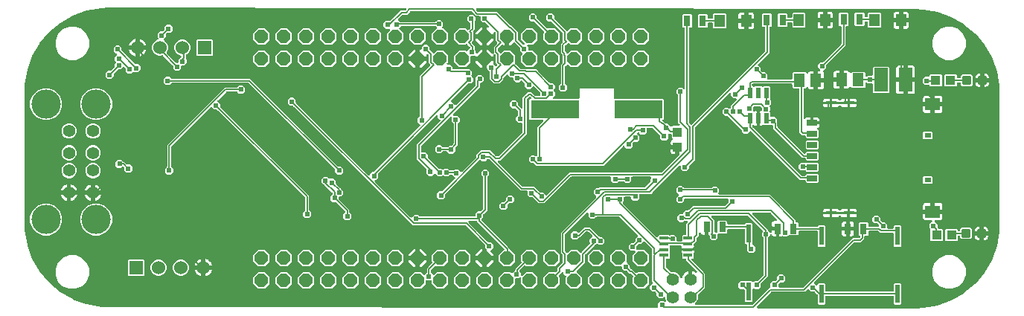
<source format=gbr>
G04 EAGLE Gerber RS-274X export*
G75*
%MOMM*%
%FSLAX34Y34*%
%LPD*%
%INTop Copper*%
%IPPOS*%
%AMOC8*
5,1,8,0,0,1.08239X$1,22.5*%
G01*
%ADD10R,1.600000X2.700000*%
%ADD11R,1.300000X1.500000*%
%ADD12R,1.150000X0.650000*%
%ADD13R,1.300000X0.450000*%
%ADD14R,1.700000X1.400000*%
%ADD15R,0.800000X0.540000*%
%ADD16R,1.200000X1.400000*%
%ADD17R,1.530000X1.530000*%
%ADD18C,1.530000*%
%ADD19R,0.800000X1.200000*%
%ADD20P,1.649562X8X202.500000*%
%ADD21C,1.408000*%
%ADD22C,1.422400*%
%ADD23C,3.327400*%
%ADD24R,5.511800X2.006600*%
%ADD25R,1.000000X1.100000*%
%ADD26C,0.300000*%
%ADD27R,1.100000X1.000000*%
%ADD28R,0.977900X0.431800*%
%ADD29R,0.558800X1.181100*%
%ADD30R,0.558800X2.108200*%
%ADD31C,0.152400*%
%ADD32C,0.604800*%

G36*
X724295Y3480D02*
X724295Y3480D01*
X724415Y3488D01*
X724452Y3500D01*
X724491Y3505D01*
X724603Y3549D01*
X724717Y3586D01*
X724751Y3607D01*
X724787Y3621D01*
X724885Y3692D01*
X724986Y3756D01*
X725013Y3785D01*
X725045Y3808D01*
X725122Y3900D01*
X725204Y3987D01*
X725223Y4022D01*
X725248Y4052D01*
X725300Y4161D01*
X725358Y4266D01*
X725367Y4304D01*
X725384Y4340D01*
X725407Y4458D01*
X725437Y4574D01*
X725441Y4632D01*
X725445Y4652D01*
X725443Y4673D01*
X725447Y4735D01*
X725447Y8742D01*
X728112Y11407D01*
X731880Y11407D01*
X732519Y10768D01*
X732574Y10725D01*
X732622Y10675D01*
X732699Y10628D01*
X732770Y10573D01*
X732834Y10545D01*
X732894Y10509D01*
X732979Y10482D01*
X733062Y10447D01*
X733131Y10436D01*
X733198Y10415D01*
X733287Y10411D01*
X733376Y10397D01*
X733446Y10403D01*
X733515Y10400D01*
X733603Y10418D01*
X733693Y10427D01*
X733758Y10450D01*
X733827Y10464D01*
X733907Y10504D01*
X733992Y10534D01*
X734050Y10573D01*
X734112Y10604D01*
X734181Y10663D01*
X734255Y10713D01*
X734301Y10765D01*
X734354Y10811D01*
X734406Y10884D01*
X734466Y10951D01*
X734497Y11013D01*
X734537Y11071D01*
X734569Y11155D01*
X734610Y11235D01*
X734625Y11303D01*
X734650Y11368D01*
X734660Y11457D01*
X734680Y11545D01*
X734678Y11615D01*
X734685Y11684D01*
X734673Y11773D01*
X734670Y11863D01*
X734651Y11930D01*
X734641Y11999D01*
X734589Y12151D01*
X733725Y14236D01*
X733725Y14806D01*
X733708Y14944D01*
X733695Y15083D01*
X733688Y15102D01*
X733685Y15122D01*
X733634Y15251D01*
X733587Y15382D01*
X733576Y15399D01*
X733568Y15417D01*
X733487Y15530D01*
X733409Y15645D01*
X733393Y15658D01*
X733382Y15675D01*
X733274Y15764D01*
X733170Y15855D01*
X733152Y15865D01*
X733137Y15878D01*
X733011Y15937D01*
X732887Y16000D01*
X732867Y16004D01*
X732849Y16013D01*
X732712Y16039D01*
X732577Y16070D01*
X732556Y16069D01*
X732537Y16073D01*
X732398Y16064D01*
X732259Y16060D01*
X732239Y16054D01*
X732219Y16053D01*
X732087Y16010D01*
X731953Y15972D01*
X731936Y15961D01*
X731917Y15955D01*
X731799Y15881D01*
X731679Y15810D01*
X731658Y15792D01*
X731648Y15785D01*
X731634Y15770D01*
X731559Y15704D01*
X730356Y14501D01*
X726588Y14501D01*
X723923Y17166D01*
X723923Y19839D01*
X723911Y19937D01*
X723908Y20036D01*
X723891Y20094D01*
X723883Y20155D01*
X723847Y20247D01*
X723819Y20342D01*
X723789Y20394D01*
X723766Y20450D01*
X723708Y20530D01*
X723658Y20616D01*
X723592Y20691D01*
X723580Y20708D01*
X723570Y20715D01*
X723552Y20737D01*
X722539Y21750D01*
X722460Y21810D01*
X722388Y21878D01*
X722335Y21907D01*
X722287Y21944D01*
X722196Y21984D01*
X722110Y22032D01*
X722051Y22047D01*
X721995Y22071D01*
X721897Y22086D01*
X721802Y22111D01*
X721702Y22117D01*
X721681Y22121D01*
X721669Y22119D01*
X721641Y22121D01*
X718968Y22121D01*
X716303Y24786D01*
X716303Y28554D01*
X719312Y31563D01*
X719385Y31657D01*
X719464Y31746D01*
X719482Y31782D01*
X719507Y31814D01*
X719554Y31924D01*
X719608Y32029D01*
X719617Y32069D01*
X719633Y32106D01*
X719652Y32224D01*
X719678Y32340D01*
X719677Y32380D01*
X719683Y32420D01*
X719672Y32539D01*
X719668Y32658D01*
X719657Y32697D01*
X719653Y32737D01*
X719613Y32849D01*
X719580Y32963D01*
X719560Y32998D01*
X719546Y33036D01*
X719479Y33135D01*
X719419Y33237D01*
X719379Y33282D01*
X719367Y33299D01*
X719352Y33313D01*
X719312Y33358D01*
X718565Y34105D01*
X718565Y70155D01*
X718553Y70253D01*
X718550Y70352D01*
X718533Y70410D01*
X718525Y70471D01*
X718489Y70563D01*
X718461Y70658D01*
X718431Y70710D01*
X718408Y70766D01*
X718350Y70846D01*
X718300Y70932D01*
X718234Y71007D01*
X718222Y71024D01*
X718212Y71031D01*
X718194Y71053D01*
X710395Y78851D01*
X710301Y78924D01*
X710212Y79003D01*
X710176Y79021D01*
X710144Y79046D01*
X710034Y79093D01*
X709928Y79147D01*
X709889Y79156D01*
X709852Y79172D01*
X709734Y79191D01*
X709618Y79217D01*
X709578Y79216D01*
X709538Y79222D01*
X709419Y79211D01*
X709300Y79207D01*
X709261Y79196D01*
X709221Y79192D01*
X709109Y79152D01*
X708995Y79119D01*
X708960Y79099D01*
X708922Y79085D01*
X708823Y79018D01*
X708721Y78957D01*
X708676Y78918D01*
X708659Y78906D01*
X708645Y78891D01*
X708600Y78851D01*
X705972Y76223D01*
X703299Y76223D01*
X703201Y76211D01*
X703102Y76208D01*
X703044Y76191D01*
X702983Y76183D01*
X702891Y76147D01*
X702796Y76119D01*
X702744Y76089D01*
X702688Y76066D01*
X702608Y76008D01*
X702522Y75958D01*
X702447Y75892D01*
X702430Y75880D01*
X702423Y75870D01*
X702401Y75852D01*
X701388Y74839D01*
X701328Y74760D01*
X701260Y74688D01*
X701231Y74635D01*
X701194Y74587D01*
X701154Y74496D01*
X701106Y74410D01*
X701091Y74351D01*
X701067Y74295D01*
X701052Y74197D01*
X701027Y74102D01*
X701021Y74002D01*
X701017Y73981D01*
X701019Y73969D01*
X701017Y73941D01*
X701017Y71148D01*
X701010Y71132D01*
X700951Y71007D01*
X700947Y70987D01*
X700939Y70969D01*
X700917Y70831D01*
X700891Y70694D01*
X700892Y70674D01*
X700889Y70654D01*
X700902Y70516D01*
X700911Y70377D01*
X700917Y70358D01*
X700919Y70338D01*
X700966Y70207D01*
X701009Y70075D01*
X701020Y70058D01*
X701027Y70038D01*
X701105Y69923D01*
X701179Y69806D01*
X701194Y69792D01*
X701205Y69775D01*
X701309Y69683D01*
X701411Y69588D01*
X701428Y69578D01*
X701443Y69565D01*
X701567Y69502D01*
X701689Y69434D01*
X701709Y69429D01*
X701727Y69420D01*
X701863Y69390D01*
X701997Y69355D01*
X702025Y69353D01*
X702037Y69350D01*
X702058Y69351D01*
X702158Y69345D01*
X709688Y69345D01*
X715045Y63988D01*
X715045Y56412D01*
X709688Y51055D01*
X702112Y51055D01*
X696755Y56412D01*
X696755Y63988D01*
X699204Y66437D01*
X699289Y66546D01*
X699378Y66653D01*
X699386Y66672D01*
X699399Y66688D01*
X699454Y66816D01*
X699513Y66941D01*
X699517Y66961D01*
X699525Y66980D01*
X699547Y67118D01*
X699573Y67254D01*
X699572Y67274D01*
X699575Y67294D01*
X699562Y67433D01*
X699553Y67571D01*
X699547Y67590D01*
X699545Y67610D01*
X699498Y67741D01*
X699455Y67873D01*
X699445Y67891D01*
X699438Y67910D01*
X699360Y68025D01*
X699285Y68142D01*
X699270Y68156D01*
X699259Y68173D01*
X699155Y68265D01*
X699054Y68360D01*
X699036Y68370D01*
X699021Y68383D01*
X698897Y68447D01*
X698775Y68514D01*
X698756Y68519D01*
X698737Y68528D01*
X698602Y68558D01*
X698467Y68593D01*
X698439Y68595D01*
X698427Y68598D01*
X698407Y68597D01*
X698306Y68603D01*
X694584Y68603D01*
X691919Y71268D01*
X691919Y75036D01*
X694584Y77701D01*
X697257Y77701D01*
X697355Y77713D01*
X697454Y77716D01*
X697512Y77733D01*
X697573Y77741D01*
X697665Y77777D01*
X697760Y77805D01*
X697812Y77835D01*
X697868Y77858D01*
X697948Y77916D01*
X698034Y77966D01*
X698109Y78032D01*
X698126Y78044D01*
X698133Y78054D01*
X698155Y78072D01*
X699168Y79085D01*
X699228Y79164D01*
X699296Y79236D01*
X699325Y79289D01*
X699362Y79337D01*
X699402Y79428D01*
X699450Y79514D01*
X699465Y79573D01*
X699489Y79629D01*
X699504Y79727D01*
X699529Y79822D01*
X699535Y79922D01*
X699539Y79943D01*
X699537Y79955D01*
X699539Y79983D01*
X699539Y82656D01*
X702167Y85284D01*
X702240Y85378D01*
X702319Y85467D01*
X702337Y85503D01*
X702362Y85535D01*
X702409Y85645D01*
X702463Y85750D01*
X702472Y85790D01*
X702488Y85827D01*
X702507Y85945D01*
X702533Y86061D01*
X702532Y86101D01*
X702538Y86141D01*
X702527Y86260D01*
X702523Y86379D01*
X702512Y86418D01*
X702508Y86458D01*
X702468Y86570D01*
X702435Y86684D01*
X702415Y86719D01*
X702401Y86757D01*
X702334Y86856D01*
X702274Y86958D01*
X702234Y87003D01*
X702222Y87020D01*
X702207Y87034D01*
X702167Y87079D01*
X682177Y107070D01*
X682098Y107130D01*
X682026Y107198D01*
X681973Y107227D01*
X681925Y107264D01*
X681834Y107304D01*
X681748Y107352D01*
X681689Y107367D01*
X681633Y107391D01*
X681535Y107406D01*
X681440Y107431D01*
X681340Y107437D01*
X681319Y107441D01*
X681307Y107439D01*
X681279Y107441D01*
X655420Y107441D01*
X655322Y107429D01*
X655223Y107426D01*
X655164Y107409D01*
X655104Y107401D01*
X655012Y107365D01*
X654917Y107337D01*
X654865Y107307D01*
X654809Y107284D01*
X654728Y107226D01*
X654643Y107176D01*
X654568Y107110D01*
X654551Y107098D01*
X654543Y107088D01*
X654522Y107070D01*
X652632Y105179D01*
X648864Y105179D01*
X646199Y107844D01*
X646199Y111073D01*
X646182Y111211D01*
X646169Y111349D01*
X646162Y111369D01*
X646159Y111389D01*
X646108Y111518D01*
X646061Y111649D01*
X646050Y111666D01*
X646042Y111684D01*
X645961Y111796D01*
X645883Y111912D01*
X645867Y111925D01*
X645856Y111942D01*
X645748Y112030D01*
X645644Y112122D01*
X645626Y112132D01*
X645611Y112144D01*
X645485Y112204D01*
X645361Y112267D01*
X645341Y112271D01*
X645323Y112280D01*
X645187Y112306D01*
X645051Y112337D01*
X645030Y112336D01*
X645011Y112340D01*
X644872Y112331D01*
X644733Y112327D01*
X644713Y112321D01*
X644693Y112320D01*
X644561Y112277D01*
X644427Y112239D01*
X644410Y112228D01*
X644391Y112222D01*
X644273Y112148D01*
X644153Y112077D01*
X644132Y112058D01*
X644122Y112052D01*
X644108Y112037D01*
X644033Y111971D01*
X619878Y87817D01*
X619818Y87738D01*
X619750Y87666D01*
X619721Y87613D01*
X619684Y87565D01*
X619644Y87474D01*
X619596Y87388D01*
X619581Y87329D01*
X619557Y87273D01*
X619542Y87175D01*
X619517Y87080D01*
X619511Y86980D01*
X619507Y86959D01*
X619509Y86947D01*
X619507Y86919D01*
X619507Y68529D01*
X619519Y68431D01*
X619522Y68332D01*
X619539Y68274D01*
X619547Y68213D01*
X619583Y68121D01*
X619611Y68026D01*
X619641Y67974D01*
X619664Y67918D01*
X619722Y67838D01*
X619772Y67752D01*
X619838Y67677D01*
X619850Y67660D01*
X619860Y67653D01*
X619878Y67631D01*
X621141Y66369D01*
X621235Y66296D01*
X621324Y66217D01*
X621361Y66199D01*
X621392Y66174D01*
X621502Y66127D01*
X621608Y66072D01*
X621647Y66064D01*
X621684Y66047D01*
X621802Y66029D01*
X621918Y66003D01*
X621958Y66004D01*
X621998Y65998D01*
X622117Y66009D01*
X622236Y66012D01*
X622275Y66024D01*
X622315Y66027D01*
X622427Y66068D01*
X622541Y66101D01*
X622576Y66121D01*
X622614Y66135D01*
X622713Y66202D01*
X622815Y66262D01*
X622861Y66302D01*
X622877Y66314D01*
X622891Y66329D01*
X622936Y66369D01*
X625912Y69345D01*
X633488Y69345D01*
X636176Y66657D01*
X636270Y66584D01*
X636359Y66505D01*
X636395Y66487D01*
X636427Y66462D01*
X636537Y66414D01*
X636642Y66360D01*
X636682Y66352D01*
X636719Y66335D01*
X636837Y66317D01*
X636953Y66291D01*
X636993Y66292D01*
X637033Y66286D01*
X637152Y66297D01*
X637271Y66300D01*
X637309Y66312D01*
X637350Y66315D01*
X637462Y66356D01*
X637576Y66389D01*
X637611Y66409D01*
X637649Y66423D01*
X637747Y66490D01*
X637850Y66550D01*
X637895Y66590D01*
X637912Y66602D01*
X637926Y66617D01*
X637971Y66657D01*
X638742Y67428D01*
X638743Y67428D01*
X647684Y76370D01*
X647757Y76464D01*
X647836Y76553D01*
X647854Y76589D01*
X647879Y76621D01*
X647926Y76731D01*
X647980Y76837D01*
X647989Y76876D01*
X648005Y76913D01*
X648024Y77031D01*
X648050Y77147D01*
X648049Y77187D01*
X648055Y77227D01*
X648044Y77346D01*
X648040Y77465D01*
X648029Y77504D01*
X648025Y77544D01*
X647985Y77656D01*
X647952Y77770D01*
X647932Y77805D01*
X647918Y77843D01*
X647851Y77942D01*
X647791Y78044D01*
X647751Y78089D01*
X647739Y78106D01*
X647724Y78120D01*
X647723Y78121D01*
X647723Y81894D01*
X650351Y84522D01*
X650424Y84616D01*
X650503Y84705D01*
X650521Y84741D01*
X650546Y84773D01*
X650593Y84883D01*
X650647Y84989D01*
X650656Y85028D01*
X650672Y85065D01*
X650691Y85183D01*
X650717Y85299D01*
X650716Y85339D01*
X650722Y85379D01*
X650711Y85498D01*
X650707Y85617D01*
X650696Y85656D01*
X650692Y85696D01*
X650652Y85808D01*
X650619Y85922D01*
X650599Y85957D01*
X650585Y85995D01*
X650518Y86094D01*
X650457Y86196D01*
X650418Y86241D01*
X650406Y86258D01*
X650391Y86272D01*
X650351Y86317D01*
X646363Y90306D01*
X646284Y90366D01*
X646212Y90434D01*
X646159Y90463D01*
X646111Y90500D01*
X646020Y90540D01*
X645934Y90588D01*
X645875Y90603D01*
X645819Y90627D01*
X645721Y90642D01*
X645626Y90667D01*
X645526Y90673D01*
X645505Y90677D01*
X645493Y90675D01*
X645465Y90677D01*
X643839Y90677D01*
X643741Y90665D01*
X643642Y90662D01*
X643584Y90645D01*
X643523Y90637D01*
X643431Y90601D01*
X643336Y90573D01*
X643284Y90543D01*
X643228Y90520D01*
X643148Y90462D01*
X643062Y90412D01*
X642987Y90346D01*
X642970Y90334D01*
X642963Y90324D01*
X642941Y90306D01*
X636455Y83819D01*
X635608Y83819D01*
X635510Y83807D01*
X635411Y83804D01*
X635352Y83787D01*
X635292Y83779D01*
X635200Y83743D01*
X635105Y83715D01*
X635053Y83685D01*
X634997Y83662D01*
X634917Y83604D01*
X634831Y83554D01*
X634756Y83488D01*
X634739Y83476D01*
X634732Y83466D01*
X634710Y83448D01*
X632820Y81557D01*
X629052Y81557D01*
X626387Y84222D01*
X626387Y87990D01*
X629052Y90655D01*
X632820Y90655D01*
X633924Y89551D01*
X634018Y89478D01*
X634107Y89399D01*
X634143Y89381D01*
X634175Y89356D01*
X634285Y89309D01*
X634391Y89255D01*
X634430Y89246D01*
X634467Y89230D01*
X634585Y89211D01*
X634701Y89185D01*
X634741Y89186D01*
X634781Y89180D01*
X634900Y89191D01*
X635019Y89195D01*
X635058Y89206D01*
X635098Y89210D01*
X635210Y89250D01*
X635324Y89283D01*
X635359Y89303D01*
X635397Y89317D01*
X635496Y89384D01*
X635598Y89445D01*
X635643Y89484D01*
X635660Y89496D01*
X635674Y89511D01*
X635719Y89551D01*
X639707Y93539D01*
X641419Y95251D01*
X647885Y95251D01*
X658205Y84930D01*
X658284Y84870D01*
X658356Y84802D01*
X658409Y84773D01*
X658457Y84736D01*
X658548Y84696D01*
X658634Y84648D01*
X658693Y84633D01*
X658749Y84609D01*
X658847Y84594D01*
X658942Y84569D01*
X659042Y84563D01*
X659063Y84559D01*
X659075Y84561D01*
X659103Y84559D01*
X661776Y84559D01*
X664441Y81894D01*
X664441Y78126D01*
X661776Y75461D01*
X658008Y75461D01*
X656980Y76490D01*
X656885Y76563D01*
X656796Y76641D01*
X656760Y76660D01*
X656728Y76685D01*
X656619Y76732D01*
X656513Y76786D01*
X656474Y76795D01*
X656436Y76811D01*
X656319Y76830D01*
X656203Y76856D01*
X656162Y76854D01*
X656122Y76861D01*
X656004Y76850D01*
X655885Y76846D01*
X655846Y76835D01*
X655806Y76831D01*
X655693Y76791D01*
X655579Y76758D01*
X655545Y76737D01*
X655506Y76723D01*
X655408Y76657D01*
X655305Y76596D01*
X655260Y76556D01*
X655243Y76545D01*
X655230Y76530D01*
X655185Y76490D01*
X654156Y75461D01*
X653769Y75461D01*
X653671Y75449D01*
X653572Y75446D01*
X653514Y75429D01*
X653453Y75421D01*
X653361Y75385D01*
X653266Y75357D01*
X653214Y75327D01*
X653158Y75304D01*
X653078Y75246D01*
X652992Y75196D01*
X652917Y75130D01*
X652900Y75118D01*
X652893Y75108D01*
X652871Y75090D01*
X642738Y64957D01*
X642678Y64878D01*
X642610Y64806D01*
X642581Y64753D01*
X642544Y64705D01*
X642504Y64614D01*
X642456Y64528D01*
X642441Y64469D01*
X642417Y64413D01*
X642402Y64315D01*
X642377Y64220D01*
X642371Y64120D01*
X642367Y64099D01*
X642369Y64087D01*
X642367Y64059D01*
X642367Y55441D01*
X633037Y46111D01*
X632952Y46002D01*
X632864Y45895D01*
X632855Y45876D01*
X632842Y45860D01*
X632787Y45732D01*
X632728Y45607D01*
X632724Y45587D01*
X632716Y45568D01*
X632694Y45430D01*
X632668Y45294D01*
X632669Y45274D01*
X632666Y45254D01*
X632679Y45115D01*
X632688Y44977D01*
X632694Y44958D01*
X632696Y44938D01*
X632743Y44806D01*
X632786Y44675D01*
X632797Y44657D01*
X632804Y44638D01*
X632882Y44523D01*
X632956Y44406D01*
X632971Y44392D01*
X632982Y44375D01*
X633087Y44283D01*
X633188Y44188D01*
X633205Y44178D01*
X633221Y44165D01*
X633317Y44116D01*
X638845Y38588D01*
X638845Y31012D01*
X633488Y25655D01*
X625912Y25655D01*
X620555Y31012D01*
X620555Y38588D01*
X620626Y38658D01*
X620699Y38752D01*
X620778Y38842D01*
X620796Y38878D01*
X620821Y38910D01*
X620868Y39019D01*
X620922Y39125D01*
X620931Y39164D01*
X620947Y39201D01*
X620966Y39319D01*
X620992Y39435D01*
X620991Y39476D01*
X620997Y39516D01*
X620986Y39634D01*
X620982Y39753D01*
X620971Y39792D01*
X620967Y39832D01*
X620927Y39944D01*
X620894Y40059D01*
X620873Y40093D01*
X620860Y40131D01*
X620792Y40230D01*
X620732Y40333D01*
X620692Y40378D01*
X620681Y40395D01*
X620666Y40408D01*
X620626Y40453D01*
X618005Y43074D01*
X618005Y43255D01*
X617988Y43393D01*
X617975Y43531D01*
X617968Y43551D01*
X617965Y43571D01*
X617914Y43700D01*
X617867Y43831D01*
X617856Y43848D01*
X617848Y43866D01*
X617767Y43979D01*
X617689Y44094D01*
X617673Y44107D01*
X617662Y44124D01*
X617554Y44213D01*
X617450Y44304D01*
X617432Y44314D01*
X617417Y44326D01*
X617291Y44386D01*
X617167Y44449D01*
X617147Y44453D01*
X617129Y44462D01*
X616993Y44488D01*
X616857Y44519D01*
X616836Y44518D01*
X616817Y44522D01*
X616678Y44513D01*
X616539Y44509D01*
X616519Y44503D01*
X616499Y44502D01*
X616367Y44459D01*
X616233Y44421D01*
X616216Y44410D01*
X616197Y44404D01*
X616079Y44330D01*
X615959Y44259D01*
X615938Y44240D01*
X615928Y44234D01*
X615914Y44219D01*
X615839Y44153D01*
X612757Y41071D01*
X612684Y40977D01*
X612605Y40888D01*
X612587Y40852D01*
X612562Y40820D01*
X612514Y40710D01*
X612460Y40604D01*
X612452Y40565D01*
X612435Y40528D01*
X612417Y40410D01*
X612391Y40294D01*
X612392Y40254D01*
X612386Y40214D01*
X612397Y40095D01*
X612400Y39976D01*
X612412Y39937D01*
X612415Y39897D01*
X612456Y39785D01*
X612489Y39671D01*
X612509Y39636D01*
X612523Y39598D01*
X612590Y39499D01*
X612650Y39397D01*
X612690Y39351D01*
X612702Y39335D01*
X612717Y39321D01*
X612757Y39276D01*
X613445Y38588D01*
X613445Y31012D01*
X608088Y25655D01*
X600512Y25655D01*
X595155Y31012D01*
X595155Y38588D01*
X600512Y43945D01*
X608478Y43945D01*
X608505Y43939D01*
X608544Y43940D01*
X608583Y43934D01*
X608703Y43945D01*
X608823Y43948D01*
X608861Y43959D01*
X608900Y43963D01*
X609013Y44003D01*
X609128Y44037D01*
X609162Y44057D01*
X609199Y44070D01*
X609299Y44137D01*
X609402Y44198D01*
X609446Y44237D01*
X609463Y44249D01*
X609477Y44264D01*
X609523Y44305D01*
X610752Y45533D01*
X610812Y45612D01*
X610880Y45684D01*
X610909Y45737D01*
X610946Y45785D01*
X610986Y45876D01*
X611034Y45962D01*
X611049Y46021D01*
X611073Y46077D01*
X611088Y46174D01*
X611113Y46270D01*
X611119Y46370D01*
X611123Y46391D01*
X611121Y46403D01*
X611123Y46431D01*
X611123Y49715D01*
X612834Y51426D01*
X612835Y51426D01*
X616848Y55439D01*
X616908Y55518D01*
X616976Y55590D01*
X617005Y55643D01*
X617042Y55691D01*
X617082Y55782D01*
X617130Y55868D01*
X617145Y55927D01*
X617169Y55983D01*
X617184Y56080D01*
X617209Y56176D01*
X617215Y56276D01*
X617219Y56297D01*
X617217Y56309D01*
X617219Y56337D01*
X617219Y63297D01*
X617207Y63395D01*
X617204Y63494D01*
X617187Y63552D01*
X617179Y63613D01*
X617143Y63705D01*
X617115Y63800D01*
X617085Y63852D01*
X617062Y63908D01*
X617004Y63988D01*
X616954Y64074D01*
X616888Y64149D01*
X616876Y64166D01*
X616866Y64173D01*
X616848Y64195D01*
X614933Y66109D01*
X614933Y89339D01*
X654923Y129329D01*
X654996Y129423D01*
X655075Y129512D01*
X655093Y129548D01*
X655118Y129580D01*
X655165Y129690D01*
X655219Y129796D01*
X655228Y129835D01*
X655244Y129872D01*
X655263Y129990D01*
X655289Y130106D01*
X655288Y130146D01*
X655294Y130186D01*
X655283Y130305D01*
X655279Y130424D01*
X655268Y130463D01*
X655264Y130503D01*
X655224Y130615D01*
X655191Y130729D01*
X655171Y130764D01*
X655157Y130802D01*
X655090Y130901D01*
X655029Y131003D01*
X654990Y131048D01*
X654978Y131065D01*
X654963Y131079D01*
X654923Y131124D01*
X652295Y133752D01*
X652295Y137520D01*
X654960Y140185D01*
X657633Y140185D01*
X657731Y140197D01*
X657830Y140200D01*
X657889Y140217D01*
X657949Y140225D01*
X658041Y140261D01*
X658136Y140289D01*
X658188Y140319D01*
X658244Y140342D01*
X658324Y140400D01*
X658410Y140450D01*
X658485Y140516D01*
X658502Y140528D01*
X658510Y140538D01*
X658531Y140557D01*
X658945Y140971D01*
X710235Y140971D01*
X710333Y140983D01*
X710432Y140986D01*
X710490Y141003D01*
X710551Y141011D01*
X710643Y141047D01*
X710738Y141075D01*
X710790Y141105D01*
X710846Y141128D01*
X710926Y141186D01*
X711012Y141236D01*
X711087Y141302D01*
X711104Y141314D01*
X711111Y141324D01*
X711133Y141342D01*
X716694Y146903D01*
X716754Y146982D01*
X716822Y147054D01*
X716851Y147107D01*
X716888Y147155D01*
X716928Y147246D01*
X716976Y147332D01*
X716991Y147391D01*
X717015Y147447D01*
X717030Y147545D01*
X717055Y147640D01*
X717061Y147740D01*
X717065Y147761D01*
X717063Y147773D01*
X717065Y147801D01*
X717065Y150474D01*
X717586Y150995D01*
X717671Y151104D01*
X717760Y151211D01*
X717768Y151230D01*
X717781Y151246D01*
X717836Y151374D01*
X717895Y151499D01*
X717899Y151519D01*
X717907Y151538D01*
X717929Y151676D01*
X717955Y151812D01*
X717954Y151832D01*
X717957Y151852D01*
X717944Y151991D01*
X717935Y152129D01*
X717929Y152148D01*
X717927Y152168D01*
X717880Y152299D01*
X717837Y152431D01*
X717826Y152449D01*
X717819Y152468D01*
X717742Y152582D01*
X717667Y152700D01*
X717652Y152714D01*
X717641Y152731D01*
X717537Y152823D01*
X717435Y152918D01*
X717418Y152928D01*
X717402Y152941D01*
X717279Y153004D01*
X717157Y153072D01*
X717137Y153077D01*
X717119Y153086D01*
X716983Y153116D01*
X716849Y153151D01*
X716821Y153153D01*
X716809Y153156D01*
X716788Y153155D01*
X716688Y153161D01*
X696190Y153161D01*
X696072Y153146D01*
X695953Y153139D01*
X695915Y153126D01*
X695874Y153121D01*
X695764Y153078D01*
X695651Y153041D01*
X695616Y153019D01*
X695579Y153004D01*
X695483Y152935D01*
X695382Y152871D01*
X695354Y152841D01*
X695321Y152818D01*
X695245Y152726D01*
X695164Y152639D01*
X695144Y152604D01*
X695119Y152573D01*
X695068Y152465D01*
X695010Y152361D01*
X695000Y152321D01*
X694983Y152285D01*
X694961Y152168D01*
X694931Y152053D01*
X694927Y151993D01*
X694923Y151973D01*
X694925Y151952D01*
X694921Y151892D01*
X694921Y148230D01*
X692256Y145565D01*
X688488Y145565D01*
X686598Y147456D01*
X686519Y147516D01*
X686447Y147584D01*
X686394Y147613D01*
X686346Y147650D01*
X686255Y147690D01*
X686169Y147738D01*
X686110Y147753D01*
X686054Y147777D01*
X685957Y147792D01*
X685861Y147817D01*
X685761Y147823D01*
X685740Y147827D01*
X685728Y147825D01*
X685700Y147827D01*
X681328Y147827D01*
X681230Y147815D01*
X681131Y147812D01*
X681072Y147795D01*
X681012Y147787D01*
X680920Y147751D01*
X680825Y147723D01*
X680773Y147693D01*
X680717Y147670D01*
X680637Y147612D01*
X680551Y147562D01*
X680476Y147496D01*
X680459Y147484D01*
X680452Y147474D01*
X680430Y147456D01*
X678540Y145565D01*
X674772Y145565D01*
X672107Y148230D01*
X672107Y151892D01*
X672092Y152010D01*
X672085Y152129D01*
X672072Y152167D01*
X672067Y152208D01*
X672024Y152318D01*
X671987Y152431D01*
X671965Y152466D01*
X671950Y152503D01*
X671881Y152599D01*
X671817Y152700D01*
X671787Y152728D01*
X671764Y152761D01*
X671672Y152837D01*
X671585Y152918D01*
X671550Y152938D01*
X671519Y152963D01*
X671411Y153014D01*
X671307Y153072D01*
X671267Y153082D01*
X671231Y153099D01*
X671114Y153121D01*
X670999Y153151D01*
X670939Y153155D01*
X670919Y153159D01*
X670898Y153157D01*
X670838Y153161D01*
X627075Y153161D01*
X626977Y153149D01*
X626878Y153146D01*
X626820Y153129D01*
X626759Y153121D01*
X626667Y153085D01*
X626572Y153057D01*
X626520Y153027D01*
X626464Y153004D01*
X626384Y152946D01*
X626298Y152896D01*
X626223Y152830D01*
X626206Y152818D01*
X626199Y152808D01*
X626177Y152790D01*
X596069Y122681D01*
X589603Y122681D01*
X583093Y129192D01*
X583014Y129252D01*
X582942Y129320D01*
X582889Y129349D01*
X582841Y129386D01*
X582750Y129426D01*
X582664Y129474D01*
X582605Y129489D01*
X582549Y129513D01*
X582451Y129528D01*
X582356Y129553D01*
X582256Y129559D01*
X582235Y129563D01*
X582223Y129561D01*
X582195Y129563D01*
X579522Y129563D01*
X576857Y132228D01*
X576857Y135890D01*
X576842Y136008D01*
X576835Y136127D01*
X576822Y136165D01*
X576817Y136206D01*
X576774Y136316D01*
X576737Y136429D01*
X576715Y136464D01*
X576700Y136501D01*
X576631Y136597D01*
X576567Y136698D01*
X576537Y136726D01*
X576514Y136759D01*
X576422Y136835D01*
X576335Y136916D01*
X576300Y136936D01*
X576269Y136961D01*
X576161Y137012D01*
X576057Y137070D01*
X576017Y137080D01*
X575981Y137097D01*
X575864Y137119D01*
X575749Y137149D01*
X575689Y137153D01*
X575669Y137157D01*
X575648Y137155D01*
X575588Y137159D01*
X569029Y137159D01*
X533587Y172602D01*
X533508Y172662D01*
X533436Y172730D01*
X533383Y172759D01*
X533335Y172796D01*
X533244Y172836D01*
X533158Y172884D01*
X533099Y172899D01*
X533043Y172923D01*
X532945Y172938D01*
X532850Y172963D01*
X532750Y172969D01*
X532729Y172973D01*
X532717Y172971D01*
X532689Y172973D01*
X531214Y172973D01*
X531116Y172961D01*
X531017Y172958D01*
X530958Y172941D01*
X530898Y172933D01*
X530806Y172897D01*
X530711Y172869D01*
X530659Y172839D01*
X530603Y172816D01*
X530523Y172758D01*
X530437Y172708D01*
X530362Y172642D01*
X530345Y172630D01*
X530338Y172620D01*
X530316Y172602D01*
X528426Y170711D01*
X524658Y170711D01*
X523554Y171815D01*
X523460Y171888D01*
X523371Y171967D01*
X523335Y171985D01*
X523303Y172010D01*
X523193Y172057D01*
X523087Y172111D01*
X523048Y172120D01*
X523011Y172136D01*
X522893Y172155D01*
X522777Y172181D01*
X522737Y172180D01*
X522697Y172186D01*
X522578Y172175D01*
X522459Y172171D01*
X522420Y172160D01*
X522380Y172156D01*
X522268Y172116D01*
X522154Y172083D01*
X522119Y172063D01*
X522081Y172049D01*
X521982Y171982D01*
X521880Y171922D01*
X521835Y171882D01*
X521818Y171870D01*
X521804Y171855D01*
X521759Y171815D01*
X483456Y133513D01*
X483396Y133434D01*
X483328Y133362D01*
X483299Y133309D01*
X483262Y133261D01*
X483222Y133170D01*
X483174Y133084D01*
X483159Y133025D01*
X483135Y132969D01*
X483120Y132871D01*
X483095Y132776D01*
X483089Y132676D01*
X483085Y132655D01*
X483087Y132643D01*
X483085Y132615D01*
X483085Y129942D01*
X480420Y127277D01*
X476652Y127277D01*
X473987Y129942D01*
X473987Y133710D01*
X476652Y136375D01*
X479325Y136375D01*
X479423Y136387D01*
X479522Y136390D01*
X479581Y136407D01*
X479641Y136415D01*
X479733Y136451D01*
X479828Y136479D01*
X479880Y136509D01*
X479936Y136532D01*
X480016Y136590D01*
X480102Y136640D01*
X480177Y136706D01*
X480194Y136718D01*
X480201Y136728D01*
X480223Y136746D01*
X494141Y150665D01*
X494214Y150759D01*
X494293Y150848D01*
X494311Y150884D01*
X494336Y150916D01*
X494383Y151026D01*
X494437Y151132D01*
X494446Y151171D01*
X494462Y151208D01*
X494481Y151326D01*
X494507Y151442D01*
X494506Y151482D01*
X494512Y151522D01*
X494501Y151641D01*
X494497Y151760D01*
X494486Y151799D01*
X494482Y151839D01*
X494442Y151951D01*
X494409Y152065D01*
X494389Y152100D01*
X494375Y152138D01*
X494308Y152237D01*
X494248Y152339D01*
X494208Y152384D01*
X494196Y152401D01*
X494181Y152415D01*
X494141Y152460D01*
X491526Y155076D01*
X491447Y155136D01*
X491375Y155204D01*
X491322Y155233D01*
X491274Y155270D01*
X491183Y155310D01*
X491097Y155358D01*
X491038Y155373D01*
X490982Y155397D01*
X490885Y155412D01*
X490789Y155437D01*
X490689Y155443D01*
X490668Y155447D01*
X490656Y155445D01*
X490628Y155447D01*
X489304Y155447D01*
X489206Y155435D01*
X489107Y155432D01*
X489048Y155415D01*
X488988Y155407D01*
X488896Y155371D01*
X488801Y155343D01*
X488749Y155313D01*
X488693Y155290D01*
X488613Y155232D01*
X488527Y155182D01*
X488452Y155116D01*
X488435Y155104D01*
X488428Y155094D01*
X488406Y155076D01*
X486516Y153185D01*
X482748Y153185D01*
X481719Y154214D01*
X481625Y154287D01*
X481536Y154365D01*
X481500Y154384D01*
X481468Y154409D01*
X481359Y154456D01*
X481253Y154510D01*
X481214Y154519D01*
X481176Y154535D01*
X481059Y154554D01*
X480943Y154580D01*
X480902Y154578D01*
X480862Y154585D01*
X480744Y154574D01*
X480625Y154570D01*
X480586Y154559D01*
X480546Y154555D01*
X480434Y154515D01*
X480319Y154482D01*
X480284Y154461D01*
X480246Y154447D01*
X480148Y154380D01*
X480045Y154320D01*
X480000Y154280D01*
X479983Y154269D01*
X479970Y154253D01*
X479924Y154214D01*
X478896Y153185D01*
X475128Y153185D01*
X472195Y156119D01*
X472100Y156192D01*
X472011Y156270D01*
X471975Y156289D01*
X471943Y156314D01*
X471834Y156361D01*
X471728Y156415D01*
X471689Y156424D01*
X471651Y156440D01*
X471534Y156459D01*
X471418Y156485D01*
X471377Y156483D01*
X471337Y156490D01*
X471219Y156479D01*
X471100Y156475D01*
X471061Y156464D01*
X471021Y156460D01*
X470908Y156420D01*
X470794Y156387D01*
X470760Y156366D01*
X470721Y156352D01*
X470623Y156286D01*
X470520Y156225D01*
X470475Y156185D01*
X470458Y156174D01*
X470445Y156159D01*
X470400Y156119D01*
X468228Y153947D01*
X464460Y153947D01*
X461795Y156612D01*
X461795Y160391D01*
X461829Y160435D01*
X461908Y160524D01*
X461926Y160560D01*
X461951Y160592D01*
X461998Y160702D01*
X462052Y160808D01*
X462061Y160847D01*
X462077Y160884D01*
X462096Y161002D01*
X462122Y161118D01*
X462121Y161158D01*
X462127Y161198D01*
X462116Y161317D01*
X462112Y161436D01*
X462101Y161475D01*
X462097Y161515D01*
X462057Y161627D01*
X462024Y161741D01*
X462004Y161776D01*
X461990Y161814D01*
X461923Y161913D01*
X461862Y162015D01*
X461823Y162060D01*
X461811Y162077D01*
X461796Y162091D01*
X461756Y162136D01*
X452815Y171078D01*
X451103Y172789D01*
X451103Y189923D01*
X477377Y216197D01*
X477450Y216291D01*
X477529Y216380D01*
X477547Y216416D01*
X477572Y216448D01*
X477619Y216558D01*
X477673Y216664D01*
X477682Y216703D01*
X477698Y216740D01*
X477717Y216858D01*
X477743Y216974D01*
X477742Y217014D01*
X477748Y217054D01*
X477737Y217173D01*
X477733Y217292D01*
X477722Y217331D01*
X477718Y217371D01*
X477678Y217483D01*
X477645Y217597D01*
X477625Y217632D01*
X477611Y217670D01*
X477544Y217769D01*
X477483Y217871D01*
X477444Y217916D01*
X477432Y217933D01*
X477417Y217947D01*
X477377Y217992D01*
X474749Y220620D01*
X474749Y221563D01*
X474732Y221701D01*
X474719Y221839D01*
X474712Y221859D01*
X474709Y221879D01*
X474658Y222008D01*
X474611Y222139D01*
X474600Y222156D01*
X474592Y222174D01*
X474511Y222287D01*
X474433Y222402D01*
X474417Y222415D01*
X474406Y222432D01*
X474298Y222521D01*
X474194Y222612D01*
X474176Y222622D01*
X474161Y222634D01*
X474035Y222694D01*
X473911Y222757D01*
X473891Y222761D01*
X473873Y222770D01*
X473737Y222796D01*
X473601Y222827D01*
X473580Y222826D01*
X473561Y222830D01*
X473422Y222821D01*
X473283Y222817D01*
X473263Y222811D01*
X473243Y222810D01*
X473111Y222767D01*
X472977Y222729D01*
X472960Y222718D01*
X472941Y222712D01*
X472823Y222638D01*
X472703Y222567D01*
X472682Y222548D01*
X472672Y222542D01*
X472658Y222527D01*
X472583Y222461D01*
X407256Y157135D01*
X407196Y157056D01*
X407128Y156984D01*
X407099Y156931D01*
X407062Y156883D01*
X407022Y156792D01*
X406974Y156706D01*
X406959Y156647D01*
X406935Y156591D01*
X406920Y156493D01*
X406895Y156398D01*
X406889Y156298D01*
X406885Y156277D01*
X406887Y156265D01*
X406885Y156237D01*
X406885Y152040D01*
X404220Y149375D01*
X404039Y149375D01*
X403901Y149358D01*
X403763Y149345D01*
X403743Y149338D01*
X403723Y149335D01*
X403594Y149284D01*
X403463Y149237D01*
X403446Y149226D01*
X403428Y149218D01*
X403315Y149137D01*
X403200Y149059D01*
X403187Y149043D01*
X403170Y149032D01*
X403081Y148924D01*
X402990Y148820D01*
X402980Y148802D01*
X402968Y148787D01*
X402908Y148661D01*
X402845Y148537D01*
X402841Y148517D01*
X402832Y148499D01*
X402806Y148363D01*
X402775Y148227D01*
X402776Y148206D01*
X402772Y148187D01*
X402781Y148048D01*
X402785Y147909D01*
X402791Y147889D01*
X402792Y147869D01*
X402835Y147737D01*
X402873Y147603D01*
X402884Y147586D01*
X402890Y147567D01*
X402964Y147449D01*
X403035Y147329D01*
X403054Y147308D01*
X403060Y147298D01*
X403075Y147284D01*
X403141Y147209D01*
X443654Y106696D01*
X443748Y106623D01*
X443837Y106544D01*
X443873Y106526D01*
X443905Y106501D01*
X444015Y106454D01*
X444121Y106400D01*
X444160Y106391D01*
X444197Y106375D01*
X444315Y106356D01*
X444431Y106330D01*
X444471Y106331D01*
X444511Y106325D01*
X444630Y106336D01*
X444749Y106340D01*
X444788Y106351D01*
X444828Y106355D01*
X444940Y106395D01*
X445054Y106428D01*
X445089Y106448D01*
X445127Y106462D01*
X445226Y106529D01*
X445328Y106589D01*
X445373Y106629D01*
X445390Y106641D01*
X445404Y106656D01*
X445449Y106696D01*
X448458Y109705D01*
X452226Y109705D01*
X454116Y107814D01*
X454195Y107754D01*
X454267Y107686D01*
X454320Y107657D01*
X454368Y107620D01*
X454459Y107580D01*
X454545Y107532D01*
X454604Y107517D01*
X454660Y107493D01*
X454757Y107478D01*
X454853Y107453D01*
X454953Y107447D01*
X454974Y107443D01*
X454986Y107445D01*
X455014Y107443D01*
X516152Y107443D01*
X516270Y107458D01*
X516389Y107465D01*
X516427Y107478D01*
X516468Y107483D01*
X516578Y107526D01*
X516691Y107563D01*
X516726Y107585D01*
X516763Y107600D01*
X516859Y107669D01*
X516960Y107733D01*
X516988Y107763D01*
X517021Y107786D01*
X517097Y107878D01*
X517178Y107965D01*
X517198Y108000D01*
X517223Y108031D01*
X517274Y108139D01*
X517332Y108243D01*
X517342Y108283D01*
X517359Y108319D01*
X517381Y108436D01*
X517411Y108551D01*
X517415Y108611D01*
X517419Y108631D01*
X517417Y108652D01*
X517421Y108712D01*
X517421Y110850D01*
X520086Y113515D01*
X522759Y113515D01*
X522857Y113527D01*
X522956Y113530D01*
X523015Y113547D01*
X523075Y113555D01*
X523167Y113591D01*
X523262Y113619D01*
X523314Y113649D01*
X523370Y113672D01*
X523450Y113730D01*
X523536Y113780D01*
X523611Y113846D01*
X523628Y113858D01*
X523635Y113868D01*
X523657Y113886D01*
X526170Y116399D01*
X526230Y116478D01*
X526298Y116550D01*
X526327Y116603D01*
X526364Y116651D01*
X526404Y116742D01*
X526452Y116828D01*
X526467Y116887D01*
X526491Y116943D01*
X526506Y117041D01*
X526531Y117136D01*
X526537Y117236D01*
X526541Y117257D01*
X526539Y117269D01*
X526541Y117297D01*
X526541Y152300D01*
X526529Y152398D01*
X526526Y152497D01*
X526509Y152556D01*
X526501Y152616D01*
X526465Y152708D01*
X526437Y152803D01*
X526407Y152855D01*
X526384Y152911D01*
X526326Y152991D01*
X526276Y153077D01*
X526210Y153152D01*
X526198Y153169D01*
X526188Y153176D01*
X526170Y153198D01*
X524279Y155088D01*
X524279Y158856D01*
X526944Y161521D01*
X530712Y161521D01*
X533377Y158856D01*
X533377Y155088D01*
X531486Y153198D01*
X531426Y153119D01*
X531358Y153047D01*
X531329Y152994D01*
X531292Y152946D01*
X531252Y152855D01*
X531204Y152769D01*
X531189Y152710D01*
X531165Y152654D01*
X531150Y152557D01*
X531125Y152461D01*
X531119Y152361D01*
X531115Y152340D01*
X531117Y152328D01*
X531115Y152300D01*
X531115Y114877D01*
X526890Y110653D01*
X526830Y110574D01*
X526762Y110502D01*
X526733Y110449D01*
X526696Y110401D01*
X526656Y110310D01*
X526608Y110224D01*
X526593Y110165D01*
X526569Y110109D01*
X526554Y110011D01*
X526529Y109916D01*
X526523Y109816D01*
X526519Y109795D01*
X526521Y109783D01*
X526519Y109755D01*
X526519Y107082D01*
X524653Y105216D01*
X524580Y105122D01*
X524501Y105033D01*
X524483Y104997D01*
X524458Y104965D01*
X524411Y104855D01*
X524357Y104749D01*
X524348Y104710D01*
X524332Y104673D01*
X524313Y104555D01*
X524287Y104439D01*
X524288Y104399D01*
X524282Y104359D01*
X524293Y104240D01*
X524297Y104121D01*
X524308Y104082D01*
X524312Y104042D01*
X524352Y103930D01*
X524385Y103816D01*
X524405Y103781D01*
X524419Y103743D01*
X524486Y103644D01*
X524546Y103542D01*
X524586Y103497D01*
X524598Y103480D01*
X524613Y103466D01*
X524653Y103421D01*
X554549Y73524D01*
X554550Y73524D01*
X556261Y71813D01*
X556261Y70614D01*
X556276Y70496D01*
X556283Y70377D01*
X556296Y70339D01*
X556301Y70298D01*
X556344Y70188D01*
X556381Y70075D01*
X556403Y70040D01*
X556418Y70003D01*
X556487Y69907D01*
X556551Y69806D01*
X556581Y69778D01*
X556604Y69745D01*
X556696Y69669D01*
X556783Y69588D01*
X556818Y69568D01*
X556849Y69543D01*
X556957Y69492D01*
X557061Y69434D01*
X557101Y69424D01*
X557137Y69407D01*
X557246Y69386D01*
X562645Y63988D01*
X562645Y56412D01*
X557288Y51055D01*
X549712Y51055D01*
X544355Y56412D01*
X544355Y63988D01*
X550014Y69646D01*
X550036Y69661D01*
X550049Y69677D01*
X550066Y69688D01*
X550155Y69796D01*
X550246Y69900D01*
X550256Y69918D01*
X550268Y69933D01*
X550328Y70059D01*
X550391Y70183D01*
X550395Y70203D01*
X550404Y70221D01*
X550430Y70357D01*
X550461Y70493D01*
X550460Y70514D01*
X550464Y70533D01*
X550455Y70672D01*
X550451Y70811D01*
X550445Y70831D01*
X550444Y70851D01*
X550401Y70983D01*
X550363Y71117D01*
X550352Y71134D01*
X550346Y71153D01*
X550272Y71271D01*
X550201Y71391D01*
X550182Y71412D01*
X550176Y71422D01*
X550161Y71436D01*
X550095Y71511D01*
X521395Y100212D01*
X521394Y100212D01*
X519613Y101993D01*
X519600Y102026D01*
X519563Y102139D01*
X519541Y102174D01*
X519526Y102211D01*
X519457Y102307D01*
X519393Y102408D01*
X519363Y102436D01*
X519340Y102469D01*
X519248Y102545D01*
X519161Y102626D01*
X519126Y102646D01*
X519095Y102671D01*
X518987Y102722D01*
X518883Y102780D01*
X518843Y102790D01*
X518807Y102807D01*
X518690Y102829D01*
X518575Y102859D01*
X518515Y102863D01*
X518495Y102867D01*
X518474Y102865D01*
X518414Y102869D01*
X510743Y102869D01*
X510605Y102852D01*
X510466Y102839D01*
X510447Y102832D01*
X510427Y102829D01*
X510298Y102778D01*
X510167Y102731D01*
X510150Y102720D01*
X510132Y102712D01*
X510019Y102631D01*
X509904Y102553D01*
X509891Y102537D01*
X509874Y102526D01*
X509786Y102418D01*
X509694Y102314D01*
X509684Y102296D01*
X509672Y102281D01*
X509612Y102155D01*
X509549Y102031D01*
X509545Y102011D01*
X509536Y101993D01*
X509510Y101857D01*
X509479Y101721D01*
X509480Y101700D01*
X509476Y101681D01*
X509485Y101541D01*
X509489Y101403D01*
X509495Y101383D01*
X509496Y101363D01*
X509539Y101231D01*
X509577Y101097D01*
X509588Y101080D01*
X509594Y101061D01*
X509669Y100943D01*
X509739Y100823D01*
X509758Y100802D01*
X509764Y100792D01*
X509779Y100778D01*
X509845Y100702D01*
X510150Y100398D01*
X510150Y100397D01*
X531713Y78834D01*
X531792Y78774D01*
X531864Y78706D01*
X531917Y78677D01*
X531965Y78640D01*
X532056Y78600D01*
X532142Y78552D01*
X532201Y78537D01*
X532257Y78513D01*
X532355Y78498D01*
X532450Y78473D01*
X532550Y78467D01*
X532571Y78463D01*
X532583Y78465D01*
X532611Y78463D01*
X535284Y78463D01*
X537949Y75798D01*
X537949Y72030D01*
X535192Y69273D01*
X535119Y69179D01*
X535040Y69089D01*
X535022Y69053D01*
X534997Y69021D01*
X534949Y68912D01*
X534895Y68806D01*
X534886Y68767D01*
X534870Y68730D01*
X534852Y68612D01*
X534826Y68496D01*
X534827Y68456D01*
X534821Y68416D01*
X534832Y68297D01*
X534835Y68178D01*
X534847Y68139D01*
X534850Y68099D01*
X534891Y67987D01*
X534924Y67873D01*
X534944Y67838D01*
X534958Y67800D01*
X535025Y67701D01*
X535085Y67599D01*
X535125Y67553D01*
X535137Y67537D01*
X535152Y67523D01*
X535192Y67478D01*
X538261Y64409D01*
X538261Y62739D01*
X530639Y62739D01*
X530639Y69716D01*
X530627Y69814D01*
X530624Y69913D01*
X530607Y69972D01*
X530599Y70032D01*
X530563Y70124D01*
X530535Y70219D01*
X530505Y70271D01*
X530482Y70327D01*
X530424Y70407D01*
X530374Y70493D01*
X530307Y70568D01*
X530295Y70585D01*
X530286Y70593D01*
X530267Y70614D01*
X528851Y72030D01*
X528851Y74703D01*
X528839Y74801D01*
X528836Y74900D01*
X528819Y74959D01*
X528811Y75019D01*
X528775Y75111D01*
X528747Y75206D01*
X528717Y75258D01*
X528694Y75314D01*
X528636Y75394D01*
X528586Y75480D01*
X528520Y75555D01*
X528508Y75572D01*
X528498Y75579D01*
X528480Y75601D01*
X506917Y97164D01*
X506838Y97224D01*
X506766Y97292D01*
X506713Y97321D01*
X506665Y97358D01*
X506574Y97398D01*
X506488Y97446D01*
X506429Y97461D01*
X506373Y97485D01*
X506275Y97500D01*
X506180Y97525D01*
X506080Y97531D01*
X506059Y97535D01*
X506047Y97533D01*
X506019Y97535D01*
X446347Y97535D01*
X310297Y233586D01*
X310218Y233646D01*
X310146Y233714D01*
X310093Y233743D01*
X310045Y233780D01*
X309954Y233820D01*
X309868Y233868D01*
X309809Y233883D01*
X309753Y233907D01*
X309655Y233922D01*
X309560Y233947D01*
X309460Y233953D01*
X309439Y233957D01*
X309427Y233955D01*
X309399Y233957D01*
X306726Y233957D01*
X304061Y236622D01*
X304061Y240390D01*
X306726Y243055D01*
X310494Y243055D01*
X313159Y240390D01*
X313159Y237717D01*
X313171Y237619D01*
X313174Y237520D01*
X313191Y237462D01*
X313199Y237401D01*
X313235Y237309D01*
X313263Y237214D01*
X313293Y237162D01*
X313316Y237106D01*
X313374Y237026D01*
X313424Y236940D01*
X313490Y236865D01*
X313502Y236848D01*
X313512Y236841D01*
X313530Y236819D01*
X395621Y154729D01*
X395730Y154644D01*
X395837Y154556D01*
X395856Y154547D01*
X395872Y154534D01*
X396000Y154479D01*
X396125Y154420D01*
X396145Y154416D01*
X396164Y154408D01*
X396302Y154386D01*
X396438Y154360D01*
X396458Y154361D01*
X396478Y154358D01*
X396617Y154371D01*
X396755Y154380D01*
X396774Y154386D01*
X396794Y154388D01*
X396926Y154435D01*
X397057Y154478D01*
X397075Y154489D01*
X397094Y154496D01*
X397209Y154574D01*
X397326Y154648D01*
X397340Y154663D01*
X397357Y154674D01*
X397449Y154778D01*
X397544Y154880D01*
X397554Y154898D01*
X397567Y154913D01*
X397631Y155037D01*
X397698Y155158D01*
X397703Y155178D01*
X397712Y155196D01*
X397742Y155332D01*
X397777Y155466D01*
X397779Y155494D01*
X397782Y155506D01*
X397781Y155527D01*
X397787Y155627D01*
X397787Y155808D01*
X400452Y158473D01*
X401601Y158473D01*
X401699Y158485D01*
X401798Y158488D01*
X401857Y158505D01*
X401917Y158513D01*
X402009Y158549D01*
X402104Y158577D01*
X402156Y158607D01*
X402212Y158630D01*
X402292Y158688D01*
X402378Y158738D01*
X402453Y158804D01*
X402470Y158816D01*
X402477Y158826D01*
X402499Y158844D01*
X454517Y210863D01*
X454590Y210957D01*
X454669Y211046D01*
X454687Y211082D01*
X454712Y211114D01*
X454759Y211224D01*
X454813Y211330D01*
X454822Y211369D01*
X454838Y211406D01*
X454857Y211524D01*
X454883Y211640D01*
X454882Y211680D01*
X454888Y211720D01*
X454877Y211839D01*
X454873Y211958D01*
X454862Y211997D01*
X454858Y212037D01*
X454818Y212149D01*
X454785Y212263D01*
X454765Y212298D01*
X454751Y212336D01*
X454684Y212435D01*
X454624Y212537D01*
X454584Y212582D01*
X454572Y212599D01*
X454557Y212613D01*
X454517Y212658D01*
X451889Y215286D01*
X451889Y219054D01*
X453780Y220944D01*
X453840Y221023D01*
X453908Y221095D01*
X453937Y221148D01*
X453974Y221196D01*
X454014Y221287D01*
X454062Y221373D01*
X454077Y221432D01*
X454101Y221487D01*
X454116Y221585D01*
X454141Y221681D01*
X454147Y221781D01*
X454151Y221802D01*
X454149Y221814D01*
X454151Y221842D01*
X454151Y267647D01*
X466023Y279518D01*
X466096Y279613D01*
X466174Y279702D01*
X466193Y279738D01*
X466218Y279770D01*
X466265Y279879D01*
X466319Y279985D01*
X466328Y280024D01*
X466344Y280062D01*
X466363Y280179D01*
X466389Y280295D01*
X466387Y280336D01*
X466394Y280376D01*
X466383Y280494D01*
X466379Y280613D01*
X466368Y280652D01*
X466364Y280692D01*
X466324Y280805D01*
X466291Y280919D01*
X466270Y280953D01*
X466256Y280992D01*
X466189Y281090D01*
X466129Y281193D01*
X466089Y281238D01*
X466078Y281255D01*
X466062Y281268D01*
X466023Y281313D01*
X464819Y282517D01*
X464819Y291135D01*
X464807Y291233D01*
X464804Y291332D01*
X464787Y291390D01*
X464779Y291451D01*
X464743Y291543D01*
X464715Y291638D01*
X464685Y291690D01*
X464662Y291746D01*
X464604Y291826D01*
X464554Y291912D01*
X464488Y291987D01*
X464476Y292004D01*
X464466Y292011D01*
X464448Y292032D01*
X464228Y292253D01*
X464118Y292338D01*
X464011Y292426D01*
X463992Y292435D01*
X463976Y292447D01*
X463849Y292503D01*
X463723Y292562D01*
X463703Y292566D01*
X463684Y292574D01*
X463547Y292596D01*
X463410Y292622D01*
X463390Y292621D01*
X463370Y292624D01*
X463232Y292611D01*
X463093Y292602D01*
X463074Y292596D01*
X463054Y292594D01*
X462923Y292547D01*
X462791Y292504D01*
X462773Y292493D01*
X462754Y292486D01*
X462640Y292408D01*
X462522Y292334D01*
X462508Y292319D01*
X462491Y292308D01*
X462400Y292204D01*
X462304Y292102D01*
X462294Y292085D01*
X462281Y292069D01*
X462218Y291946D01*
X462150Y291824D01*
X462145Y291804D01*
X462136Y291786D01*
X462106Y291650D01*
X462071Y291516D01*
X462069Y291488D01*
X462066Y291476D01*
X462067Y291455D01*
X462061Y291355D01*
X462061Y289839D01*
X454439Y289839D01*
X454439Y297461D01*
X455192Y297461D01*
X455310Y297476D01*
X455429Y297483D01*
X455467Y297496D01*
X455508Y297501D01*
X455618Y297544D01*
X455731Y297581D01*
X455766Y297603D01*
X455803Y297618D01*
X455899Y297687D01*
X456000Y297751D01*
X456028Y297781D01*
X456061Y297804D01*
X456137Y297896D01*
X456218Y297983D01*
X456238Y298018D01*
X456263Y298049D01*
X456314Y298157D01*
X456372Y298261D01*
X456382Y298301D01*
X456399Y298337D01*
X456421Y298454D01*
X456451Y298569D01*
X456455Y298629D01*
X456459Y298649D01*
X456457Y298670D01*
X456461Y298730D01*
X456461Y300588D01*
X459126Y303253D01*
X462894Y303253D01*
X465559Y300588D01*
X465559Y297915D01*
X465571Y297817D01*
X465574Y297718D01*
X465591Y297660D01*
X465599Y297599D01*
X465635Y297507D01*
X465663Y297412D01*
X465693Y297360D01*
X465716Y297304D01*
X465774Y297224D01*
X465824Y297138D01*
X465890Y297063D01*
X465902Y297046D01*
X465912Y297039D01*
X465930Y297017D01*
X469110Y293838D01*
X469204Y293765D01*
X469293Y293686D01*
X469329Y293668D01*
X469361Y293643D01*
X469471Y293595D01*
X469577Y293541D01*
X469616Y293533D01*
X469653Y293516D01*
X469771Y293498D01*
X469887Y293472D01*
X469927Y293473D01*
X469967Y293467D01*
X470086Y293478D01*
X470205Y293481D01*
X470244Y293493D01*
X470284Y293496D01*
X470396Y293537D01*
X470510Y293570D01*
X470545Y293590D01*
X470583Y293604D01*
X470682Y293671D01*
X470784Y293731D01*
X470830Y293771D01*
X470846Y293783D01*
X470860Y293798D01*
X470905Y293838D01*
X473512Y296445D01*
X481088Y296445D01*
X486445Y291088D01*
X486445Y283512D01*
X485492Y282559D01*
X485407Y282450D01*
X485318Y282343D01*
X485309Y282324D01*
X485297Y282308D01*
X485242Y282181D01*
X485183Y282055D01*
X485179Y282035D01*
X485171Y282016D01*
X485149Y281878D01*
X485123Y281742D01*
X485124Y281722D01*
X485121Y281702D01*
X485134Y281563D01*
X485143Y281425D01*
X485149Y281406D01*
X485151Y281386D01*
X485198Y281254D01*
X485241Y281123D01*
X485251Y281105D01*
X485258Y281086D01*
X485336Y280971D01*
X485411Y280854D01*
X485426Y280840D01*
X485437Y280823D01*
X485541Y280731D01*
X485642Y280636D01*
X485660Y280626D01*
X485675Y280613D01*
X485799Y280549D01*
X485921Y280482D01*
X485940Y280477D01*
X485959Y280468D01*
X486094Y280438D01*
X486229Y280403D01*
X486257Y280401D01*
X486269Y280398D01*
X486289Y280399D01*
X486390Y280393D01*
X488802Y280393D01*
X491467Y277728D01*
X491467Y276352D01*
X491482Y276234D01*
X491489Y276115D01*
X491502Y276077D01*
X491507Y276036D01*
X491550Y275926D01*
X491587Y275813D01*
X491609Y275778D01*
X491624Y275741D01*
X491693Y275645D01*
X491757Y275544D01*
X491787Y275516D01*
X491810Y275483D01*
X491902Y275407D01*
X491989Y275326D01*
X492024Y275306D01*
X492055Y275281D01*
X492163Y275230D01*
X492267Y275172D01*
X492307Y275162D01*
X492343Y275145D01*
X492460Y275123D01*
X492575Y275093D01*
X492635Y275089D01*
X492655Y275085D01*
X492676Y275087D01*
X492736Y275083D01*
X505868Y275083D01*
X505966Y275095D01*
X506065Y275098D01*
X506124Y275115D01*
X506184Y275123D01*
X506276Y275159D01*
X506371Y275187D01*
X506423Y275217D01*
X506479Y275240D01*
X506559Y275298D01*
X506645Y275348D01*
X506720Y275414D01*
X506737Y275426D01*
X506744Y275436D01*
X506766Y275454D01*
X507137Y275826D01*
X507218Y275821D01*
X510900Y275821D01*
X513565Y273156D01*
X513565Y269388D01*
X513298Y269121D01*
X513225Y269027D01*
X513147Y268938D01*
X513128Y268902D01*
X513103Y268870D01*
X513056Y268761D01*
X513002Y268655D01*
X512993Y268616D01*
X512977Y268578D01*
X512958Y268461D01*
X512932Y268345D01*
X512934Y268304D01*
X512927Y268264D01*
X512938Y268146D01*
X512942Y268027D01*
X512953Y267988D01*
X512957Y267948D01*
X512997Y267836D01*
X513030Y267721D01*
X513051Y267686D01*
X513065Y267648D01*
X513132Y267550D01*
X513192Y267447D01*
X513232Y267402D01*
X513243Y267385D01*
X513259Y267372D01*
X513298Y267326D01*
X515089Y265536D01*
X515089Y261768D01*
X512424Y259103D01*
X509751Y259103D01*
X509653Y259091D01*
X509554Y259088D01*
X509495Y259071D01*
X509435Y259063D01*
X509343Y259027D01*
X509248Y258999D01*
X509196Y258969D01*
X509140Y258946D01*
X509060Y258888D01*
X508974Y258838D01*
X508899Y258772D01*
X508882Y258760D01*
X508875Y258750D01*
X508853Y258732D01*
X490009Y239887D01*
X489924Y239778D01*
X489836Y239671D01*
X489827Y239652D01*
X489814Y239636D01*
X489759Y239508D01*
X489700Y239383D01*
X489696Y239363D01*
X489688Y239344D01*
X489666Y239206D01*
X489640Y239070D01*
X489641Y239050D01*
X489638Y239030D01*
X489651Y238891D01*
X489660Y238753D01*
X489666Y238734D01*
X489668Y238714D01*
X489715Y238582D01*
X489758Y238451D01*
X489769Y238433D01*
X489776Y238414D01*
X489854Y238299D01*
X489928Y238182D01*
X489943Y238168D01*
X489954Y238151D01*
X490058Y238059D01*
X490160Y237964D01*
X490178Y237954D01*
X490193Y237941D01*
X490317Y237877D01*
X490438Y237810D01*
X490458Y237805D01*
X490476Y237796D01*
X490612Y237766D01*
X490746Y237731D01*
X490774Y237729D01*
X490786Y237726D01*
X490807Y237727D01*
X490907Y237721D01*
X491850Y237721D01*
X494478Y235093D01*
X494572Y235020D01*
X494661Y234941D01*
X494697Y234923D01*
X494729Y234898D01*
X494839Y234851D01*
X494944Y234797D01*
X494984Y234788D01*
X495021Y234772D01*
X495139Y234753D01*
X495255Y234727D01*
X495295Y234728D01*
X495335Y234722D01*
X495454Y234733D01*
X495573Y234737D01*
X495612Y234748D01*
X495652Y234752D01*
X495764Y234792D01*
X495878Y234825D01*
X495913Y234845D01*
X495951Y234859D01*
X496050Y234926D01*
X496152Y234986D01*
X496197Y235026D01*
X496214Y235038D01*
X496228Y235053D01*
X496273Y235093D01*
X517788Y256607D01*
X517848Y256686D01*
X517916Y256758D01*
X517945Y256811D01*
X517982Y256859D01*
X518022Y256950D01*
X518070Y257036D01*
X518085Y257095D01*
X518109Y257151D01*
X518124Y257249D01*
X518149Y257344D01*
X518155Y257444D01*
X518159Y257465D01*
X518157Y257477D01*
X518159Y257505D01*
X518159Y263411D01*
X518173Y263464D01*
X518179Y263564D01*
X518183Y263585D01*
X518181Y263597D01*
X518183Y263625D01*
X518183Y266298D01*
X520848Y268963D01*
X524616Y268963D01*
X527281Y266298D01*
X527281Y262530D01*
X524616Y259865D01*
X524002Y259865D01*
X523884Y259850D01*
X523765Y259843D01*
X523727Y259830D01*
X523686Y259825D01*
X523576Y259782D01*
X523463Y259745D01*
X523428Y259723D01*
X523391Y259708D01*
X523295Y259639D01*
X523194Y259575D01*
X523166Y259545D01*
X523133Y259522D01*
X523057Y259430D01*
X522976Y259343D01*
X522956Y259308D01*
X522931Y259277D01*
X522880Y259169D01*
X522822Y259065D01*
X522812Y259025D01*
X522795Y258989D01*
X522773Y258872D01*
X522743Y258757D01*
X522739Y258697D01*
X522735Y258677D01*
X522737Y258656D01*
X522733Y258596D01*
X522733Y255085D01*
X521021Y253374D01*
X492295Y224647D01*
X492210Y224538D01*
X492122Y224431D01*
X492113Y224412D01*
X492100Y224396D01*
X492045Y224268D01*
X491986Y224143D01*
X491982Y224123D01*
X491974Y224104D01*
X491952Y223966D01*
X491926Y223830D01*
X491927Y223810D01*
X491924Y223790D01*
X491937Y223651D01*
X491946Y223513D01*
X491952Y223494D01*
X491954Y223474D01*
X492001Y223342D01*
X492044Y223211D01*
X492055Y223193D01*
X492062Y223174D01*
X492140Y223059D01*
X492214Y222942D01*
X492229Y222928D01*
X492240Y222911D01*
X492344Y222819D01*
X492446Y222724D01*
X492464Y222714D01*
X492479Y222701D01*
X492603Y222637D01*
X492724Y222570D01*
X492744Y222565D01*
X492762Y222556D01*
X492898Y222526D01*
X493032Y222491D01*
X493060Y222489D01*
X493072Y222486D01*
X493093Y222487D01*
X493193Y222481D01*
X497184Y222481D01*
X499849Y219816D01*
X499849Y216048D01*
X497958Y214158D01*
X497898Y214079D01*
X497830Y214007D01*
X497801Y213954D01*
X497764Y213906D01*
X497724Y213815D01*
X497676Y213729D01*
X497661Y213670D01*
X497637Y213614D01*
X497622Y213517D01*
X497597Y213421D01*
X497591Y213321D01*
X497587Y213300D01*
X497589Y213288D01*
X497587Y213260D01*
X497587Y188791D01*
X494886Y186091D01*
X494826Y186012D01*
X494758Y185940D01*
X494729Y185887D01*
X494692Y185839D01*
X494652Y185748D01*
X494604Y185662D01*
X494589Y185603D01*
X494565Y185547D01*
X494550Y185449D01*
X494525Y185354D01*
X494519Y185254D01*
X494515Y185233D01*
X494517Y185221D01*
X494515Y185193D01*
X494515Y181758D01*
X491850Y179093D01*
X488082Y179093D01*
X485430Y181746D01*
X485351Y181806D01*
X485279Y181874D01*
X485226Y181903D01*
X485178Y181940D01*
X485087Y181980D01*
X485001Y182028D01*
X484942Y182043D01*
X484886Y182067D01*
X484789Y182082D01*
X484693Y182107D01*
X484593Y182113D01*
X484572Y182117D01*
X484560Y182115D01*
X484532Y182117D01*
X480922Y182117D01*
X480824Y182105D01*
X480725Y182102D01*
X480666Y182085D01*
X480606Y182077D01*
X480514Y182041D01*
X480419Y182013D01*
X480367Y181983D01*
X480311Y181960D01*
X480231Y181902D01*
X480145Y181852D01*
X480070Y181786D01*
X480053Y181774D01*
X480046Y181764D01*
X480024Y181746D01*
X478134Y179855D01*
X474366Y179855D01*
X471701Y182520D01*
X471701Y186288D01*
X474366Y188953D01*
X478134Y188953D01*
X480024Y187062D01*
X480103Y187002D01*
X480175Y186934D01*
X480228Y186905D01*
X480276Y186868D01*
X480367Y186828D01*
X480453Y186780D01*
X480512Y186765D01*
X480568Y186741D01*
X480665Y186726D01*
X480761Y186701D01*
X480861Y186695D01*
X480882Y186691D01*
X480894Y186693D01*
X480922Y186691D01*
X486056Y186691D01*
X486154Y186703D01*
X486253Y186706D01*
X486312Y186723D01*
X486372Y186731D01*
X486464Y186767D01*
X486559Y186795D01*
X486611Y186825D01*
X486667Y186848D01*
X486747Y186906D01*
X486833Y186956D01*
X486908Y187022D01*
X486925Y187034D01*
X486932Y187044D01*
X486954Y187062D01*
X488082Y188191D01*
X489993Y188191D01*
X490091Y188203D01*
X490190Y188206D01*
X490248Y188223D01*
X490309Y188231D01*
X490401Y188267D01*
X490496Y188295D01*
X490548Y188325D01*
X490604Y188348D01*
X490684Y188406D01*
X490770Y188456D01*
X490845Y188522D01*
X490862Y188534D01*
X490869Y188544D01*
X490891Y188562D01*
X492642Y190313D01*
X492702Y190392D01*
X492770Y190464D01*
X492799Y190517D01*
X492836Y190565D01*
X492876Y190656D01*
X492924Y190742D01*
X492939Y190801D01*
X492963Y190857D01*
X492978Y190955D01*
X493003Y191050D01*
X493009Y191150D01*
X493013Y191171D01*
X493011Y191183D01*
X493013Y191211D01*
X493013Y213260D01*
X493001Y213358D01*
X492998Y213457D01*
X492981Y213516D01*
X492973Y213576D01*
X492937Y213668D01*
X492909Y213763D01*
X492879Y213815D01*
X492856Y213871D01*
X492798Y213951D01*
X492748Y214037D01*
X492682Y214112D01*
X492670Y214129D01*
X492660Y214136D01*
X492642Y214158D01*
X490751Y216048D01*
X490751Y220039D01*
X490734Y220177D01*
X490734Y220178D01*
X490729Y220255D01*
X490725Y220266D01*
X490721Y220315D01*
X490714Y220335D01*
X490711Y220355D01*
X490660Y220484D01*
X490613Y220615D01*
X490602Y220632D01*
X490594Y220650D01*
X490513Y220762D01*
X490435Y220878D01*
X490419Y220891D01*
X490408Y220908D01*
X490300Y220996D01*
X490196Y221088D01*
X490178Y221098D01*
X490163Y221110D01*
X490037Y221170D01*
X489913Y221233D01*
X489893Y221237D01*
X489875Y221246D01*
X489739Y221272D01*
X489603Y221303D01*
X489582Y221302D01*
X489563Y221306D01*
X489424Y221297D01*
X489285Y221293D01*
X489265Y221287D01*
X489245Y221286D01*
X489113Y221243D01*
X488979Y221205D01*
X488962Y221194D01*
X488943Y221188D01*
X488856Y221133D01*
X488850Y221131D01*
X488835Y221120D01*
X488825Y221114D01*
X488705Y221043D01*
X488684Y221024D01*
X488674Y221018D01*
X488660Y221003D01*
X488593Y220944D01*
X488585Y220937D01*
X456048Y188401D01*
X455988Y188322D01*
X455920Y188250D01*
X455891Y188197D01*
X455854Y188149D01*
X455814Y188058D01*
X455766Y187972D01*
X455751Y187913D01*
X455727Y187857D01*
X455712Y187759D01*
X455687Y187664D01*
X455681Y187564D01*
X455677Y187543D01*
X455679Y187531D01*
X455677Y187503D01*
X455677Y181840D01*
X455692Y181722D01*
X455699Y181603D01*
X455712Y181565D01*
X455717Y181524D01*
X455760Y181414D01*
X455797Y181301D01*
X455819Y181266D01*
X455834Y181229D01*
X455903Y181133D01*
X455967Y181032D01*
X455997Y181004D01*
X456020Y180971D01*
X456112Y180895D01*
X456199Y180814D01*
X456234Y180794D01*
X456265Y180769D01*
X456373Y180718D01*
X456477Y180660D01*
X456517Y180650D01*
X456553Y180633D01*
X456670Y180611D01*
X456785Y180581D01*
X456845Y180577D01*
X456865Y180573D01*
X456886Y180575D01*
X456946Y180571D01*
X460608Y180571D01*
X463273Y177906D01*
X463273Y175233D01*
X463285Y175135D01*
X463288Y175036D01*
X463305Y174978D01*
X463313Y174917D01*
X463349Y174825D01*
X463377Y174730D01*
X463407Y174678D01*
X463430Y174622D01*
X463488Y174542D01*
X463538Y174456D01*
X463604Y174381D01*
X463616Y174364D01*
X463626Y174357D01*
X463644Y174335D01*
X475325Y162654D01*
X475404Y162594D01*
X475476Y162526D01*
X475529Y162497D01*
X475577Y162460D01*
X475668Y162420D01*
X475754Y162372D01*
X475813Y162357D01*
X475869Y162333D01*
X475967Y162318D01*
X476062Y162293D01*
X476162Y162287D01*
X476183Y162283D01*
X476195Y162285D01*
X476223Y162283D01*
X478896Y162283D01*
X479924Y161254D01*
X480019Y161181D01*
X480108Y161103D01*
X480144Y161084D01*
X480176Y161059D01*
X480285Y161012D01*
X480391Y160958D01*
X480430Y160949D01*
X480468Y160933D01*
X480585Y160914D01*
X480701Y160888D01*
X480742Y160890D01*
X480782Y160883D01*
X480900Y160894D01*
X481019Y160898D01*
X481058Y160909D01*
X481098Y160913D01*
X481211Y160953D01*
X481325Y160986D01*
X481359Y161007D01*
X481398Y161021D01*
X481496Y161087D01*
X481599Y161148D01*
X481644Y161188D01*
X481661Y161199D01*
X481674Y161214D01*
X481719Y161254D01*
X482748Y162283D01*
X486516Y162283D01*
X488406Y160392D01*
X488485Y160332D01*
X488557Y160264D01*
X488610Y160235D01*
X488658Y160198D01*
X488749Y160158D01*
X488835Y160110D01*
X488894Y160095D01*
X488950Y160071D01*
X489047Y160056D01*
X489143Y160031D01*
X489243Y160025D01*
X489264Y160021D01*
X489276Y160023D01*
X489304Y160021D01*
X492152Y160021D01*
X492250Y160033D01*
X492349Y160036D01*
X492408Y160053D01*
X492468Y160061D01*
X492560Y160097D01*
X492655Y160125D01*
X492707Y160155D01*
X492763Y160178D01*
X492843Y160236D01*
X492929Y160286D01*
X493004Y160352D01*
X493021Y160364D01*
X493028Y160374D01*
X493050Y160392D01*
X494178Y161521D01*
X497946Y161521D01*
X500574Y158893D01*
X500668Y158820D01*
X500757Y158741D01*
X500793Y158723D01*
X500825Y158698D01*
X500935Y158651D01*
X501041Y158597D01*
X501080Y158588D01*
X501117Y158572D01*
X501235Y158553D01*
X501351Y158527D01*
X501391Y158528D01*
X501431Y158522D01*
X501550Y158533D01*
X501669Y158537D01*
X501708Y158548D01*
X501748Y158552D01*
X501860Y158592D01*
X501974Y158625D01*
X502009Y158645D01*
X502047Y158659D01*
X502146Y158726D01*
X502248Y158787D01*
X502293Y158826D01*
X502310Y158838D01*
X502324Y158853D01*
X502369Y158893D01*
X518550Y175073D01*
X518610Y175152D01*
X518678Y175224D01*
X518707Y175277D01*
X518744Y175325D01*
X518784Y175416D01*
X518832Y175502D01*
X518847Y175561D01*
X518871Y175617D01*
X518886Y175715D01*
X518911Y175810D01*
X518917Y175910D01*
X518921Y175931D01*
X518919Y175943D01*
X518921Y175971D01*
X518921Y178493D01*
X523309Y182881D01*
X534347Y182881D01*
X540833Y176394D01*
X540912Y176334D01*
X540984Y176266D01*
X541037Y176237D01*
X541085Y176200D01*
X541176Y176160D01*
X541262Y176112D01*
X541321Y176097D01*
X541377Y176073D01*
X541475Y176058D01*
X541570Y176033D01*
X541670Y176027D01*
X541691Y176023D01*
X541703Y176025D01*
X541731Y176023D01*
X543357Y176023D01*
X543455Y176035D01*
X543554Y176038D01*
X543612Y176055D01*
X543673Y176063D01*
X543765Y176099D01*
X543860Y176127D01*
X543912Y176157D01*
X543968Y176180D01*
X544048Y176238D01*
X544134Y176288D01*
X544209Y176354D01*
X544226Y176366D01*
X544233Y176376D01*
X544255Y176394D01*
X571128Y203267D01*
X571188Y203346D01*
X571256Y203418D01*
X571285Y203471D01*
X571322Y203519D01*
X571362Y203610D01*
X571410Y203696D01*
X571425Y203755D01*
X571449Y203811D01*
X571464Y203909D01*
X571489Y204004D01*
X571495Y204104D01*
X571499Y204125D01*
X571497Y204137D01*
X571499Y204165D01*
X571499Y212876D01*
X571484Y212994D01*
X571477Y213113D01*
X571464Y213151D01*
X571459Y213192D01*
X571416Y213302D01*
X571379Y213415D01*
X571357Y213450D01*
X571342Y213487D01*
X571273Y213583D01*
X571209Y213684D01*
X571179Y213712D01*
X571156Y213745D01*
X571064Y213821D01*
X570977Y213902D01*
X570942Y213922D01*
X570911Y213947D01*
X570803Y213998D01*
X570699Y214056D01*
X570659Y214066D01*
X570623Y214083D01*
X570506Y214105D01*
X570391Y214135D01*
X570331Y214139D01*
X570311Y214143D01*
X570290Y214141D01*
X570230Y214145D01*
X566568Y214145D01*
X563903Y216810D01*
X563903Y220578D01*
X565794Y222468D01*
X565854Y222547D01*
X565922Y222619D01*
X565951Y222672D01*
X565988Y222720D01*
X566028Y222811D01*
X566076Y222897D01*
X566091Y222956D01*
X566115Y223012D01*
X566130Y223109D01*
X566155Y223205D01*
X566161Y223305D01*
X566165Y223326D01*
X566163Y223338D01*
X566165Y223366D01*
X566165Y227127D01*
X566153Y227225D01*
X566150Y227324D01*
X566133Y227382D01*
X566125Y227443D01*
X566089Y227535D01*
X566061Y227630D01*
X566031Y227682D01*
X566008Y227738D01*
X565950Y227818D01*
X565900Y227904D01*
X565834Y227979D01*
X565822Y227996D01*
X565812Y228003D01*
X565794Y228025D01*
X563281Y230538D01*
X563202Y230598D01*
X563130Y230666D01*
X563077Y230695D01*
X563029Y230732D01*
X562938Y230772D01*
X562852Y230820D01*
X562793Y230835D01*
X562737Y230859D01*
X562639Y230874D01*
X562544Y230899D01*
X562444Y230905D01*
X562423Y230909D01*
X562411Y230907D01*
X562383Y230909D01*
X559710Y230909D01*
X557045Y233574D01*
X557045Y237342D01*
X559710Y240007D01*
X563478Y240007D01*
X566143Y237342D01*
X566143Y234669D01*
X566155Y234571D01*
X566158Y234472D01*
X566175Y234414D01*
X566183Y234353D01*
X566219Y234261D01*
X566247Y234166D01*
X566277Y234114D01*
X566300Y234058D01*
X566358Y233978D01*
X566408Y233892D01*
X566474Y233817D01*
X566486Y233800D01*
X566496Y233793D01*
X566514Y233771D01*
X569333Y230953D01*
X569442Y230868D01*
X569549Y230780D01*
X569568Y230771D01*
X569584Y230758D01*
X569712Y230703D01*
X569837Y230644D01*
X569857Y230640D01*
X569876Y230632D01*
X570014Y230610D01*
X570150Y230584D01*
X570170Y230585D01*
X570190Y230582D01*
X570329Y230595D01*
X570467Y230604D01*
X570486Y230610D01*
X570506Y230612D01*
X570638Y230659D01*
X570769Y230702D01*
X570787Y230713D01*
X570806Y230720D01*
X570921Y230798D01*
X571038Y230872D01*
X571052Y230887D01*
X571069Y230898D01*
X571161Y231003D01*
X571256Y231104D01*
X571266Y231121D01*
X571279Y231137D01*
X571343Y231261D01*
X571410Y231382D01*
X571415Y231402D01*
X571424Y231420D01*
X571454Y231556D01*
X571489Y231690D01*
X571491Y231718D01*
X571494Y231730D01*
X571493Y231751D01*
X571499Y231851D01*
X571499Y243263D01*
X577411Y249175D01*
X581591Y249175D01*
X585791Y244974D01*
X585870Y244914D01*
X585942Y244846D01*
X585995Y244817D01*
X586043Y244780D01*
X586134Y244740D01*
X586220Y244692D01*
X586279Y244677D01*
X586335Y244653D01*
X586433Y244638D01*
X586528Y244613D01*
X586628Y244607D01*
X586649Y244603D01*
X586661Y244605D01*
X586689Y244603D01*
X590066Y244603D01*
X590184Y244618D01*
X590303Y244625D01*
X590341Y244638D01*
X590382Y244643D01*
X590492Y244686D01*
X590605Y244723D01*
X590640Y244745D01*
X590677Y244760D01*
X590773Y244829D01*
X590874Y244893D01*
X590902Y244923D01*
X590935Y244946D01*
X591011Y245038D01*
X591092Y245125D01*
X591112Y245160D01*
X591137Y245191D01*
X591188Y245299D01*
X591246Y245403D01*
X591256Y245443D01*
X591273Y245479D01*
X591295Y245596D01*
X591325Y245711D01*
X591329Y245771D01*
X591333Y245791D01*
X591331Y245812D01*
X591335Y245872D01*
X591335Y248439D01*
X591323Y248537D01*
X591320Y248636D01*
X591303Y248694D01*
X591295Y248755D01*
X591259Y248847D01*
X591231Y248942D01*
X591201Y248994D01*
X591178Y249050D01*
X591120Y249130D01*
X591070Y249216D01*
X591004Y249291D01*
X590992Y249308D01*
X590982Y249315D01*
X590964Y249337D01*
X584665Y255635D01*
X584571Y255708D01*
X584482Y255787D01*
X584446Y255805D01*
X584414Y255830D01*
X584304Y255877D01*
X584198Y255931D01*
X584159Y255940D01*
X584122Y255956D01*
X584004Y255975D01*
X583888Y256001D01*
X583848Y256000D01*
X583808Y256006D01*
X583689Y255995D01*
X583570Y255991D01*
X583531Y255980D01*
X583491Y255976D01*
X583379Y255936D01*
X583265Y255903D01*
X583230Y255883D01*
X583192Y255869D01*
X583093Y255802D01*
X582991Y255741D01*
X582946Y255702D01*
X582929Y255690D01*
X582915Y255675D01*
X582870Y255635D01*
X580242Y253007D01*
X576474Y253007D01*
X573809Y255672D01*
X573809Y258345D01*
X573797Y258443D01*
X573794Y258542D01*
X573777Y258601D01*
X573769Y258661D01*
X573733Y258753D01*
X573705Y258848D01*
X573675Y258900D01*
X573652Y258956D01*
X573594Y259036D01*
X573544Y259122D01*
X573478Y259197D01*
X573466Y259214D01*
X573456Y259221D01*
X573438Y259243D01*
X570568Y262112D01*
X570474Y262185D01*
X570385Y262264D01*
X570349Y262282D01*
X570317Y262307D01*
X570207Y262354D01*
X570101Y262408D01*
X570062Y262417D01*
X570025Y262433D01*
X569907Y262452D01*
X569791Y262478D01*
X569751Y262477D01*
X569711Y262483D01*
X569592Y262472D01*
X569473Y262468D01*
X569434Y262457D01*
X569394Y262453D01*
X569282Y262413D01*
X569168Y262380D01*
X569133Y262360D01*
X569095Y262346D01*
X568996Y262279D01*
X568894Y262219D01*
X568849Y262179D01*
X568832Y262167D01*
X568818Y262152D01*
X568773Y262112D01*
X567288Y260627D01*
X563520Y260627D01*
X560855Y263292D01*
X560855Y264692D01*
X560840Y264810D01*
X560833Y264929D01*
X560820Y264967D01*
X560815Y265008D01*
X560772Y265118D01*
X560735Y265231D01*
X560713Y265266D01*
X560698Y265303D01*
X560629Y265399D01*
X560565Y265500D01*
X560535Y265528D01*
X560512Y265561D01*
X560420Y265637D01*
X560333Y265718D01*
X560298Y265738D01*
X560267Y265763D01*
X560159Y265814D01*
X560055Y265872D01*
X560015Y265882D01*
X559979Y265899D01*
X559862Y265921D01*
X559747Y265951D01*
X559687Y265955D01*
X559667Y265959D01*
X559646Y265957D01*
X559586Y265961D01*
X557424Y265961D01*
X554415Y268970D01*
X554321Y269043D01*
X554232Y269122D01*
X554196Y269140D01*
X554164Y269165D01*
X554054Y269212D01*
X553948Y269266D01*
X553909Y269275D01*
X553872Y269291D01*
X553754Y269310D01*
X553638Y269336D01*
X553598Y269335D01*
X553558Y269341D01*
X553439Y269330D01*
X553320Y269326D01*
X553281Y269315D01*
X553241Y269311D01*
X553129Y269271D01*
X553015Y269238D01*
X552980Y269218D01*
X552942Y269204D01*
X552843Y269137D01*
X552741Y269076D01*
X552696Y269037D01*
X552679Y269025D01*
X552665Y269010D01*
X552620Y268970D01*
X549774Y266125D01*
X549714Y266046D01*
X549646Y265974D01*
X549617Y265921D01*
X549580Y265873D01*
X549540Y265782D01*
X549492Y265696D01*
X549477Y265637D01*
X549453Y265581D01*
X549438Y265483D01*
X549413Y265388D01*
X549407Y265288D01*
X549403Y265267D01*
X549405Y265255D01*
X549403Y265227D01*
X549403Y263467D01*
X545015Y259079D01*
X538549Y259079D01*
X534161Y263467D01*
X534161Y271934D01*
X534149Y272032D01*
X534146Y272131D01*
X534129Y272190D01*
X534121Y272250D01*
X534085Y272342D01*
X534057Y272437D01*
X534027Y272489D01*
X534004Y272545D01*
X533946Y272625D01*
X533896Y272711D01*
X533830Y272786D01*
X533818Y272803D01*
X533808Y272810D01*
X533790Y272832D01*
X531137Y275484D01*
X531137Y275870D01*
X531122Y275988D01*
X531115Y276107D01*
X531102Y276145D01*
X531097Y276186D01*
X531054Y276296D01*
X531017Y276409D01*
X530995Y276444D01*
X530980Y276481D01*
X530911Y276577D01*
X530847Y276678D01*
X530817Y276706D01*
X530794Y276739D01*
X530702Y276815D01*
X530639Y276873D01*
X530639Y284761D01*
X538261Y284761D01*
X538261Y283091D01*
X538226Y283056D01*
X538153Y282962D01*
X538074Y282873D01*
X538056Y282837D01*
X538031Y282805D01*
X537983Y282695D01*
X537929Y282590D01*
X537920Y282550D01*
X537904Y282513D01*
X537886Y282395D01*
X537860Y282279D01*
X537861Y282239D01*
X537855Y282199D01*
X537866Y282080D01*
X537869Y281961D01*
X537881Y281923D01*
X537884Y281882D01*
X537925Y281770D01*
X537958Y281656D01*
X537978Y281621D01*
X537992Y281583D01*
X538059Y281484D01*
X538119Y281382D01*
X538159Y281337D01*
X538171Y281320D01*
X538186Y281306D01*
X538226Y281261D01*
X540198Y279289D01*
X540292Y279216D01*
X540381Y279137D01*
X540417Y279119D01*
X540449Y279094D01*
X540559Y279047D01*
X540665Y278993D01*
X540704Y278984D01*
X540741Y278968D01*
X540859Y278949D01*
X540975Y278923D01*
X541015Y278924D01*
X541055Y278918D01*
X541174Y278929D01*
X541293Y278933D01*
X541332Y278944D01*
X541372Y278948D01*
X541484Y278988D01*
X541598Y279021D01*
X541633Y279041D01*
X541671Y279055D01*
X541770Y279122D01*
X541872Y279182D01*
X541917Y279222D01*
X541934Y279234D01*
X541948Y279249D01*
X541993Y279289D01*
X542223Y279518D01*
X542296Y279613D01*
X542374Y279702D01*
X542393Y279738D01*
X542418Y279770D01*
X542465Y279879D01*
X542519Y279985D01*
X542528Y280024D01*
X542544Y280062D01*
X542563Y280179D01*
X542589Y280295D01*
X542587Y280336D01*
X542594Y280376D01*
X542583Y280494D01*
X542579Y280613D01*
X542568Y280652D01*
X542564Y280692D01*
X542524Y280805D01*
X542491Y280919D01*
X542470Y280953D01*
X542456Y280992D01*
X542389Y281090D01*
X542329Y281193D01*
X542289Y281238D01*
X542278Y281255D01*
X542262Y281268D01*
X542223Y281313D01*
X541019Y282517D01*
X541019Y291135D01*
X541007Y291233D01*
X541004Y291332D01*
X540987Y291390D01*
X540979Y291451D01*
X540943Y291543D01*
X540915Y291638D01*
X540885Y291690D01*
X540862Y291746D01*
X540804Y291826D01*
X540754Y291912D01*
X540688Y291987D01*
X540676Y292004D01*
X540666Y292011D01*
X540648Y292033D01*
X540445Y292235D01*
X540428Y292252D01*
X540318Y292338D01*
X540211Y292426D01*
X540193Y292435D01*
X540177Y292447D01*
X540049Y292503D01*
X539923Y292562D01*
X539904Y292566D01*
X539885Y292574D01*
X539748Y292596D01*
X539610Y292622D01*
X539591Y292621D01*
X539571Y292624D01*
X539432Y292611D01*
X539293Y292602D01*
X539274Y292596D01*
X539255Y292594D01*
X539123Y292547D01*
X538991Y292504D01*
X538974Y292494D01*
X538955Y292487D01*
X538840Y292408D01*
X538722Y292334D01*
X538708Y292320D01*
X538692Y292308D01*
X538600Y292204D01*
X538504Y292102D01*
X538494Y292085D01*
X538481Y292070D01*
X538418Y291946D01*
X538350Y291824D01*
X538346Y291805D01*
X538337Y291787D01*
X538306Y291650D01*
X538271Y291516D01*
X538269Y291489D01*
X538267Y291477D01*
X538267Y291457D01*
X538261Y291355D01*
X538261Y289839D01*
X530639Y289839D01*
X530639Y297461D01*
X532309Y297461D01*
X536567Y293203D01*
X536676Y293118D01*
X536783Y293029D01*
X536802Y293020D01*
X536818Y293008D01*
X536946Y292953D01*
X537071Y292893D01*
X537091Y292890D01*
X537110Y292882D01*
X537248Y292860D01*
X537384Y292834D01*
X537404Y292835D01*
X537424Y292832D01*
X537563Y292845D01*
X537701Y292853D01*
X537720Y292860D01*
X537740Y292862D01*
X537872Y292909D01*
X538003Y292951D01*
X538021Y292962D01*
X538040Y292969D01*
X538155Y293047D01*
X538272Y293122D01*
X538286Y293136D01*
X538303Y293148D01*
X538395Y293252D01*
X538490Y293353D01*
X538500Y293371D01*
X538513Y293386D01*
X538577Y293510D01*
X538644Y293632D01*
X538649Y293651D01*
X538658Y293669D01*
X538688Y293805D01*
X538723Y293940D01*
X538725Y293968D01*
X538728Y293980D01*
X538727Y294000D01*
X538733Y294100D01*
X538733Y301175D01*
X542223Y304664D01*
X542296Y304759D01*
X542374Y304848D01*
X542393Y304884D01*
X542418Y304916D01*
X542465Y305025D01*
X542519Y305131D01*
X542528Y305170D01*
X542544Y305208D01*
X542563Y305325D01*
X542589Y305441D01*
X542587Y305482D01*
X542594Y305522D01*
X542583Y305640D01*
X542579Y305759D01*
X542568Y305798D01*
X542564Y305838D01*
X542524Y305951D01*
X542491Y306065D01*
X542470Y306099D01*
X542456Y306138D01*
X542389Y306236D01*
X542329Y306339D01*
X542289Y306384D01*
X542278Y306401D01*
X542262Y306414D01*
X542223Y306459D01*
X541019Y307663D01*
X541019Y316281D01*
X541007Y316379D01*
X541004Y316478D01*
X540987Y316536D01*
X540979Y316597D01*
X540943Y316689D01*
X540915Y316784D01*
X540885Y316836D01*
X540862Y316892D01*
X540804Y316972D01*
X540754Y317058D01*
X540688Y317133D01*
X540676Y317150D01*
X540666Y317157D01*
X540648Y317178D01*
X540428Y317399D01*
X540342Y317465D01*
X540297Y317508D01*
X540274Y317520D01*
X540211Y317572D01*
X540192Y317581D01*
X540176Y317593D01*
X540049Y317649D01*
X539923Y317708D01*
X539903Y317712D01*
X539884Y317720D01*
X539747Y317742D01*
X539610Y317768D01*
X539590Y317767D01*
X539570Y317770D01*
X539432Y317757D01*
X539293Y317748D01*
X539274Y317742D01*
X539254Y317740D01*
X539123Y317693D01*
X538991Y317650D01*
X538973Y317639D01*
X538954Y317632D01*
X538840Y317554D01*
X538722Y317480D01*
X538708Y317465D01*
X538691Y317454D01*
X538600Y317350D01*
X538504Y317248D01*
X538494Y317231D01*
X538481Y317215D01*
X538418Y317092D01*
X538350Y316970D01*
X538345Y316950D01*
X538336Y316932D01*
X538323Y316875D01*
X538323Y316874D01*
X538322Y316871D01*
X538306Y316796D01*
X538271Y316662D01*
X538269Y316634D01*
X538266Y316622D01*
X538267Y316601D01*
X538265Y316572D01*
X538263Y316562D01*
X538264Y316552D01*
X538261Y316501D01*
X538261Y315239D01*
X530639Y315239D01*
X530639Y322861D01*
X531901Y322861D01*
X532039Y322878D01*
X532177Y322891D01*
X532197Y322898D01*
X532217Y322901D01*
X532346Y322952D01*
X532477Y322999D01*
X532494Y323010D01*
X532512Y323018D01*
X532625Y323099D01*
X532740Y323177D01*
X532753Y323193D01*
X532770Y323204D01*
X532858Y323312D01*
X532950Y323416D01*
X532960Y323434D01*
X532972Y323449D01*
X533032Y323575D01*
X533095Y323699D01*
X533099Y323719D01*
X533108Y323737D01*
X533134Y323873D01*
X533165Y324009D01*
X533164Y324030D01*
X533168Y324049D01*
X533159Y324188D01*
X533155Y324327D01*
X533149Y324347D01*
X533148Y324367D01*
X533105Y324499D01*
X533067Y324633D01*
X533056Y324650D01*
X533050Y324669D01*
X532975Y324787D01*
X532905Y324907D01*
X532886Y324928D01*
X532880Y324938D01*
X532865Y324952D01*
X532799Y325027D01*
X529753Y328074D01*
X529674Y328134D01*
X529602Y328202D01*
X529549Y328231D01*
X529501Y328268D01*
X529410Y328308D01*
X529324Y328356D01*
X529265Y328371D01*
X529209Y328395D01*
X529111Y328410D01*
X529016Y328435D01*
X528916Y328441D01*
X528895Y328445D01*
X528883Y328443D01*
X528855Y328445D01*
X526182Y328445D01*
X523517Y331110D01*
X523517Y334772D01*
X523502Y334890D01*
X523495Y335009D01*
X523482Y335047D01*
X523477Y335088D01*
X523434Y335198D01*
X523397Y335311D01*
X523375Y335346D01*
X523360Y335383D01*
X523291Y335479D01*
X523227Y335580D01*
X523197Y335608D01*
X523174Y335641D01*
X523082Y335717D01*
X522995Y335798D01*
X522960Y335818D01*
X522929Y335843D01*
X522821Y335894D01*
X522717Y335952D01*
X522677Y335962D01*
X522641Y335979D01*
X522524Y336001D01*
X522409Y336031D01*
X522349Y336035D01*
X522329Y336039D01*
X522308Y336037D01*
X522248Y336041D01*
X518644Y336041D01*
X518526Y336026D01*
X518407Y336019D01*
X518369Y336006D01*
X518328Y336001D01*
X518218Y335958D01*
X518105Y335921D01*
X518070Y335899D01*
X518033Y335884D01*
X517937Y335815D01*
X517836Y335751D01*
X517808Y335721D01*
X517775Y335698D01*
X517699Y335606D01*
X517618Y335519D01*
X517598Y335484D01*
X517573Y335453D01*
X517522Y335345D01*
X517464Y335241D01*
X517454Y335201D01*
X517437Y335165D01*
X517415Y335048D01*
X517385Y334933D01*
X517381Y334873D01*
X517377Y334853D01*
X517379Y334832D01*
X517375Y334772D01*
X517375Y331110D01*
X517008Y330744D01*
X516948Y330665D01*
X516880Y330593D01*
X516851Y330540D01*
X516814Y330492D01*
X516774Y330401D01*
X516726Y330315D01*
X516711Y330256D01*
X516687Y330200D01*
X516672Y330103D01*
X516647Y330007D01*
X516641Y329907D01*
X516637Y329886D01*
X516639Y329874D01*
X516637Y329846D01*
X516637Y320617D01*
X515433Y319413D01*
X515360Y319319D01*
X515281Y319230D01*
X515263Y319194D01*
X515238Y319162D01*
X515191Y319053D01*
X515137Y318947D01*
X515128Y318907D01*
X515112Y318870D01*
X515093Y318752D01*
X515067Y318636D01*
X515069Y318596D01*
X515062Y318556D01*
X515073Y318437D01*
X515077Y318318D01*
X515088Y318280D01*
X515092Y318240D01*
X515113Y318182D01*
X515113Y307663D01*
X513909Y306459D01*
X513836Y306365D01*
X513758Y306276D01*
X513739Y306240D01*
X513714Y306208D01*
X513667Y306099D01*
X513613Y305993D01*
X513604Y305954D01*
X513588Y305916D01*
X513569Y305799D01*
X513543Y305683D01*
X513545Y305642D01*
X513538Y305602D01*
X513549Y305484D01*
X513553Y305365D01*
X513564Y305326D01*
X513568Y305286D01*
X513608Y305173D01*
X513641Y305059D01*
X513662Y305024D01*
X513676Y304986D01*
X513743Y304888D01*
X513803Y304785D01*
X513843Y304740D01*
X513854Y304723D01*
X513870Y304710D01*
X513909Y304664D01*
X516637Y301937D01*
X516637Y298804D01*
X516649Y298706D01*
X516652Y298607D01*
X516669Y298548D01*
X516677Y298488D01*
X516713Y298396D01*
X516741Y298301D01*
X516771Y298249D01*
X516794Y298193D01*
X516852Y298113D01*
X516902Y298027D01*
X516968Y297952D01*
X516980Y297935D01*
X516990Y297928D01*
X517008Y297906D01*
X518137Y296778D01*
X518137Y294770D01*
X518154Y294633D01*
X518167Y294494D01*
X518174Y294475D01*
X518177Y294455D01*
X518228Y294326D01*
X518275Y294195D01*
X518286Y294178D01*
X518294Y294159D01*
X518375Y294047D01*
X518453Y293932D01*
X518469Y293918D01*
X518480Y293902D01*
X518588Y293813D01*
X518692Y293721D01*
X518710Y293712D01*
X518725Y293699D01*
X518851Y293640D01*
X518975Y293577D01*
X518995Y293572D01*
X519013Y293563D01*
X519149Y293537D01*
X519285Y293507D01*
X519306Y293508D01*
X519325Y293504D01*
X519464Y293512D01*
X519603Y293517D01*
X519623Y293522D01*
X519643Y293523D01*
X519775Y293566D01*
X519909Y293605D01*
X519926Y293615D01*
X519945Y293621D01*
X520063Y293696D01*
X520183Y293767D01*
X520204Y293785D01*
X520214Y293792D01*
X520228Y293807D01*
X520303Y293873D01*
X523891Y297461D01*
X525561Y297461D01*
X525561Y289839D01*
X517928Y289839D01*
X517922Y289886D01*
X517909Y290025D01*
X517902Y290044D01*
X517899Y290064D01*
X517848Y290193D01*
X517801Y290324D01*
X517790Y290341D01*
X517782Y290359D01*
X517701Y290472D01*
X517623Y290587D01*
X517607Y290600D01*
X517596Y290617D01*
X517488Y290706D01*
X517384Y290797D01*
X517366Y290807D01*
X517351Y290820D01*
X517225Y290879D01*
X517101Y290942D01*
X517081Y290946D01*
X517063Y290955D01*
X516926Y290981D01*
X516791Y291012D01*
X516770Y291011D01*
X516751Y291015D01*
X516612Y291006D01*
X516473Y291002D01*
X516453Y290996D01*
X516433Y290995D01*
X516301Y290952D01*
X516167Y290914D01*
X516150Y290903D01*
X516131Y290897D01*
X516013Y290823D01*
X515893Y290752D01*
X515872Y290733D01*
X515862Y290727D01*
X515848Y290712D01*
X515772Y290646D01*
X515472Y290345D01*
X513114Y290345D01*
X512996Y290330D01*
X512877Y290323D01*
X512839Y290310D01*
X512798Y290305D01*
X512688Y290262D01*
X512575Y290225D01*
X512540Y290203D01*
X512503Y290188D01*
X512407Y290119D01*
X512306Y290055D01*
X512278Y290025D01*
X512245Y290002D01*
X512169Y289910D01*
X512088Y289823D01*
X512068Y289788D01*
X512043Y289757D01*
X511992Y289649D01*
X511934Y289545D01*
X511924Y289505D01*
X511907Y289469D01*
X511885Y289352D01*
X511855Y289237D01*
X511851Y289177D01*
X511847Y289157D01*
X511849Y289136D01*
X511845Y289076D01*
X511845Y283512D01*
X506483Y278150D01*
X506402Y278155D01*
X498912Y278155D01*
X493555Y283512D01*
X493555Y291088D01*
X498912Y296445D01*
X506488Y296445D01*
X506873Y296060D01*
X506982Y295975D01*
X507089Y295886D01*
X507108Y295878D01*
X507124Y295865D01*
X507252Y295810D01*
X507377Y295751D01*
X507397Y295747D01*
X507416Y295739D01*
X507554Y295717D01*
X507690Y295691D01*
X507710Y295692D01*
X507730Y295689D01*
X507869Y295702D01*
X508007Y295711D01*
X508026Y295717D01*
X508046Y295719D01*
X508177Y295766D01*
X508309Y295809D01*
X508327Y295819D01*
X508346Y295826D01*
X508460Y295904D01*
X508578Y295979D01*
X508592Y295994D01*
X508609Y296005D01*
X508701Y296109D01*
X508796Y296210D01*
X508806Y296228D01*
X508819Y296243D01*
X508882Y296367D01*
X508950Y296489D01*
X508955Y296509D01*
X508964Y296527D01*
X508994Y296662D01*
X509019Y296758D01*
X511286Y299025D01*
X511359Y299119D01*
X511438Y299208D01*
X511456Y299244D01*
X511481Y299276D01*
X511528Y299386D01*
X511582Y299492D01*
X511591Y299531D01*
X511607Y299568D01*
X511626Y299686D01*
X511652Y299802D01*
X511651Y299842D01*
X511657Y299882D01*
X511646Y300001D01*
X511642Y300120D01*
X511631Y300159D01*
X511627Y300199D01*
X511587Y300311D01*
X511554Y300425D01*
X511534Y300460D01*
X511520Y300498D01*
X511453Y300597D01*
X511392Y300699D01*
X511353Y300744D01*
X511341Y300761D01*
X511326Y300775D01*
X511286Y300820D01*
X509203Y302904D01*
X509202Y302904D01*
X508417Y303689D01*
X508323Y303762D01*
X508233Y303841D01*
X508198Y303859D01*
X508166Y303884D01*
X508056Y303932D01*
X507950Y303986D01*
X507911Y303994D01*
X507874Y304011D01*
X507756Y304029D01*
X507640Y304055D01*
X507600Y304054D01*
X507560Y304060D01*
X507441Y304049D01*
X507322Y304046D01*
X507283Y304034D01*
X507243Y304031D01*
X507131Y303990D01*
X507017Y303957D01*
X506982Y303937D01*
X506944Y303923D01*
X506845Y303856D01*
X506743Y303796D01*
X506697Y303756D01*
X506681Y303744D01*
X506667Y303729D01*
X506622Y303689D01*
X506488Y303555D01*
X498912Y303555D01*
X493555Y308912D01*
X493555Y316488D01*
X498912Y321845D01*
X506488Y321845D01*
X508045Y320288D01*
X508139Y320215D01*
X508228Y320136D01*
X508264Y320118D01*
X508296Y320093D01*
X508406Y320045D01*
X508511Y319991D01*
X508551Y319983D01*
X508588Y319966D01*
X508706Y319948D01*
X508822Y319922D01*
X508862Y319923D01*
X508902Y319917D01*
X509021Y319928D01*
X509140Y319931D01*
X509178Y319943D01*
X509219Y319946D01*
X509331Y319987D01*
X509445Y320020D01*
X509480Y320040D01*
X509518Y320054D01*
X509617Y320121D01*
X509719Y320181D01*
X509764Y320221D01*
X509781Y320233D01*
X509795Y320248D01*
X509840Y320288D01*
X511692Y322139D01*
X511752Y322218D01*
X511820Y322290D01*
X511849Y322343D01*
X511886Y322391D01*
X511926Y322482D01*
X511974Y322568D01*
X511989Y322627D01*
X512013Y322683D01*
X512028Y322780D01*
X512053Y322876D01*
X512059Y322976D01*
X512063Y322997D01*
X512061Y323009D01*
X512063Y323037D01*
X512063Y327176D01*
X512048Y327294D01*
X512041Y327413D01*
X512028Y327451D01*
X512023Y327492D01*
X511980Y327602D01*
X511943Y327715D01*
X511921Y327750D01*
X511906Y327787D01*
X511837Y327883D01*
X511773Y327984D01*
X511743Y328012D01*
X511720Y328045D01*
X511628Y328121D01*
X511541Y328202D01*
X511506Y328222D01*
X511475Y328247D01*
X511367Y328298D01*
X511263Y328356D01*
X511223Y328366D01*
X511187Y328383D01*
X511070Y328405D01*
X510955Y328435D01*
X510952Y328435D01*
X508277Y331110D01*
X508277Y334878D01*
X510942Y337543D01*
X514171Y337543D01*
X514309Y337560D01*
X514447Y337573D01*
X514466Y337580D01*
X514487Y337583D01*
X514616Y337634D01*
X514747Y337681D01*
X514764Y337692D01*
X514782Y337700D01*
X514895Y337781D01*
X515010Y337859D01*
X515023Y337875D01*
X515040Y337886D01*
X515128Y337994D01*
X515220Y338098D01*
X515230Y338116D01*
X515242Y338131D01*
X515302Y338257D01*
X515365Y338381D01*
X515369Y338401D01*
X515378Y338419D01*
X515404Y338556D01*
X515435Y338691D01*
X515434Y338712D01*
X515438Y338731D01*
X515429Y338870D01*
X515425Y339009D01*
X515419Y339029D01*
X515418Y339049D01*
X515375Y339180D01*
X515337Y339315D01*
X515326Y339332D01*
X515320Y339351D01*
X515246Y339469D01*
X515175Y339589D01*
X515156Y339610D01*
X515150Y339620D01*
X515135Y339634D01*
X515069Y339709D01*
X513775Y341004D01*
X513696Y341064D01*
X513624Y341132D01*
X513571Y341161D01*
X513523Y341198D01*
X513432Y341238D01*
X513346Y341286D01*
X513287Y341301D01*
X513231Y341325D01*
X513134Y341340D01*
X513038Y341365D01*
X512938Y341371D01*
X512917Y341375D01*
X512905Y341373D01*
X512877Y341375D01*
X444195Y341375D01*
X444097Y341363D01*
X443998Y341360D01*
X443940Y341343D01*
X443879Y341335D01*
X443787Y341299D01*
X443692Y341271D01*
X443640Y341241D01*
X443584Y341218D01*
X443504Y341160D01*
X443418Y341110D01*
X443343Y341044D01*
X443326Y341032D01*
X443319Y341022D01*
X443297Y341004D01*
X439859Y337565D01*
X435051Y337565D01*
X434953Y337553D01*
X434854Y337550D01*
X434796Y337533D01*
X434735Y337525D01*
X434643Y337489D01*
X434548Y337461D01*
X434496Y337431D01*
X434440Y337408D01*
X434360Y337350D01*
X434274Y337300D01*
X434199Y337234D01*
X434182Y337222D01*
X434175Y337212D01*
X434153Y337194D01*
X429784Y332824D01*
X429711Y332730D01*
X429632Y332641D01*
X429614Y332605D01*
X429589Y332573D01*
X429542Y332463D01*
X429488Y332357D01*
X429479Y332318D01*
X429463Y332281D01*
X429444Y332163D01*
X429418Y332047D01*
X429419Y332007D01*
X429413Y331967D01*
X429424Y331848D01*
X429428Y331729D01*
X429439Y331690D01*
X429443Y331650D01*
X429483Y331538D01*
X429516Y331424D01*
X429536Y331389D01*
X429550Y331351D01*
X429617Y331252D01*
X429678Y331150D01*
X429717Y331105D01*
X429729Y331088D01*
X429744Y331074D01*
X429784Y331029D01*
X431256Y329556D01*
X431335Y329496D01*
X431407Y329428D01*
X431460Y329399D01*
X431508Y329362D01*
X431599Y329322D01*
X431685Y329274D01*
X431744Y329259D01*
X431800Y329235D01*
X431897Y329220D01*
X431993Y329195D01*
X432093Y329189D01*
X432114Y329185D01*
X432126Y329187D01*
X432154Y329185D01*
X471578Y329185D01*
X471676Y329197D01*
X471775Y329200D01*
X471834Y329217D01*
X471894Y329225D01*
X471986Y329261D01*
X472081Y329289D01*
X472133Y329319D01*
X472189Y329342D01*
X472269Y329400D01*
X472355Y329450D01*
X472430Y329516D01*
X472447Y329528D01*
X472454Y329538D01*
X472476Y329556D01*
X474366Y331447D01*
X478134Y331447D01*
X480799Y328782D01*
X480799Y325014D01*
X479796Y324011D01*
X479711Y323902D01*
X479622Y323795D01*
X479614Y323776D01*
X479601Y323760D01*
X479546Y323633D01*
X479487Y323507D01*
X479483Y323487D01*
X479475Y323468D01*
X479453Y323330D01*
X479427Y323194D01*
X479428Y323174D01*
X479425Y323154D01*
X479438Y323015D01*
X479447Y322877D01*
X479453Y322858D01*
X479455Y322838D01*
X479502Y322706D01*
X479545Y322575D01*
X479556Y322557D01*
X479563Y322538D01*
X479641Y322423D01*
X479715Y322306D01*
X479730Y322292D01*
X479741Y322275D01*
X479845Y322183D01*
X479947Y322088D01*
X479964Y322078D01*
X479980Y322065D01*
X480104Y322001D01*
X480225Y321934D01*
X480245Y321929D01*
X480263Y321920D01*
X480399Y321890D01*
X480533Y321855D01*
X480561Y321853D01*
X480573Y321850D01*
X480594Y321851D01*
X480694Y321845D01*
X481088Y321845D01*
X486445Y316488D01*
X486445Y308912D01*
X481088Y303555D01*
X473512Y303555D01*
X468155Y308912D01*
X468155Y316488D01*
X473294Y321626D01*
X473367Y321721D01*
X473446Y321810D01*
X473464Y321846D01*
X473489Y321878D01*
X473536Y321987D01*
X473590Y322093D01*
X473599Y322132D01*
X473615Y322169D01*
X473634Y322287D01*
X473660Y322403D01*
X473659Y322444D01*
X473665Y322484D01*
X473654Y322602D01*
X473650Y322721D01*
X473639Y322760D01*
X473635Y322800D01*
X473595Y322912D01*
X473562Y323027D01*
X473541Y323061D01*
X473528Y323099D01*
X473461Y323198D01*
X473400Y323301D01*
X473360Y323346D01*
X473349Y323363D01*
X473334Y323376D01*
X473294Y323421D01*
X472476Y324240D01*
X472397Y324300D01*
X472325Y324368D01*
X472272Y324397D01*
X472224Y324434D01*
X472133Y324474D01*
X472047Y324522D01*
X471988Y324537D01*
X471932Y324561D01*
X471835Y324576D01*
X471739Y324601D01*
X471639Y324607D01*
X471618Y324611D01*
X471606Y324609D01*
X471578Y324611D01*
X433678Y324611D01*
X433580Y324599D01*
X433481Y324596D01*
X433422Y324579D01*
X433362Y324571D01*
X433270Y324535D01*
X433175Y324507D01*
X433123Y324477D01*
X433067Y324454D01*
X432987Y324396D01*
X432901Y324346D01*
X432826Y324280D01*
X432809Y324268D01*
X432802Y324258D01*
X432780Y324240D01*
X431234Y322693D01*
X431161Y322599D01*
X431082Y322510D01*
X431064Y322474D01*
X431039Y322442D01*
X430992Y322333D01*
X430938Y322227D01*
X430929Y322187D01*
X430913Y322150D01*
X430894Y322032D01*
X430868Y321917D01*
X430869Y321876D01*
X430863Y321836D01*
X430874Y321718D01*
X430878Y321599D01*
X430889Y321560D01*
X430893Y321520D01*
X430933Y321407D01*
X430966Y321293D01*
X430987Y321258D01*
X431000Y321220D01*
X431067Y321122D01*
X431128Y321019D01*
X431168Y320974D01*
X431179Y320957D01*
X431194Y320944D01*
X431234Y320898D01*
X435645Y316488D01*
X435645Y308912D01*
X430288Y303555D01*
X422712Y303555D01*
X417355Y308912D01*
X417355Y316488D01*
X420288Y319421D01*
X420373Y319530D01*
X420462Y319637D01*
X420470Y319656D01*
X420483Y319672D01*
X420538Y319800D01*
X420597Y319925D01*
X420601Y319945D01*
X420609Y319964D01*
X420631Y320102D01*
X420657Y320238D01*
X420656Y320258D01*
X420659Y320278D01*
X420646Y320417D01*
X420637Y320555D01*
X420631Y320574D01*
X420629Y320594D01*
X420582Y320726D01*
X420539Y320857D01*
X420529Y320875D01*
X420522Y320894D01*
X420444Y321009D01*
X420369Y321126D01*
X420354Y321140D01*
X420343Y321157D01*
X420239Y321249D01*
X420138Y321344D01*
X420120Y321354D01*
X420105Y321367D01*
X419981Y321431D01*
X419859Y321498D01*
X419840Y321503D01*
X419821Y321512D01*
X419686Y321542D01*
X419551Y321577D01*
X419523Y321579D01*
X419511Y321582D01*
X419491Y321581D01*
X419390Y321587D01*
X415692Y321587D01*
X413027Y324252D01*
X413027Y328020D01*
X415692Y330685D01*
X419471Y330685D01*
X419515Y330651D01*
X419604Y330572D01*
X419640Y330554D01*
X419672Y330529D01*
X419782Y330482D01*
X419888Y330428D01*
X419927Y330419D01*
X419964Y330403D01*
X420082Y330384D01*
X420198Y330358D01*
X420238Y330359D01*
X420278Y330353D01*
X420397Y330364D01*
X420516Y330368D01*
X420555Y330379D01*
X420595Y330383D01*
X420707Y330423D01*
X420821Y330456D01*
X420856Y330476D01*
X420894Y330490D01*
X420993Y330557D01*
X421095Y330618D01*
X421140Y330657D01*
X421157Y330669D01*
X421171Y330684D01*
X421216Y330724D01*
X430920Y340427D01*
X432631Y342139D01*
X437439Y342139D01*
X437537Y342151D01*
X437636Y342154D01*
X437694Y342171D01*
X437755Y342179D01*
X437847Y342215D01*
X437942Y342243D01*
X437994Y342273D01*
X438050Y342296D01*
X438130Y342354D01*
X438216Y342404D01*
X438291Y342470D01*
X438308Y342482D01*
X438315Y342492D01*
X438336Y342510D01*
X438598Y342772D01*
X438683Y342881D01*
X438771Y342987D01*
X438780Y343007D01*
X438793Y343024D01*
X438848Y343150D01*
X438907Y343275D01*
X438911Y343296D01*
X438920Y343315D01*
X438941Y343451D01*
X438967Y343587D01*
X438966Y343609D01*
X438969Y343629D01*
X438957Y343766D01*
X438948Y343905D01*
X438942Y343925D01*
X438940Y343946D01*
X438893Y344076D01*
X438851Y344207D01*
X438839Y344225D01*
X438832Y344245D01*
X438755Y344359D01*
X438681Y344476D01*
X438665Y344491D01*
X438654Y344509D01*
X438550Y344600D01*
X438450Y344695D01*
X438431Y344705D01*
X438415Y344719D01*
X438292Y344782D01*
X438171Y344849D01*
X438151Y344854D01*
X438132Y344864D01*
X437997Y344894D01*
X437864Y344929D01*
X437834Y344931D01*
X437822Y344933D01*
X437801Y344933D01*
X437703Y344939D01*
X100002Y345499D01*
X99985Y345497D01*
X99944Y345498D01*
X91732Y345139D01*
X91729Y345139D01*
X91727Y345139D01*
X91567Y345121D01*
X75391Y342269D01*
X75362Y342260D01*
X75332Y342257D01*
X75177Y342212D01*
X59743Y336594D01*
X59716Y336580D01*
X59686Y336572D01*
X59542Y336501D01*
X45317Y328288D01*
X45293Y328270D01*
X45266Y328256D01*
X45136Y328161D01*
X32553Y317603D01*
X32533Y317581D01*
X32508Y317563D01*
X32397Y317447D01*
X21839Y304864D01*
X21823Y304838D01*
X21801Y304817D01*
X21712Y304683D01*
X13499Y290458D01*
X13488Y290430D01*
X13470Y290405D01*
X13406Y290257D01*
X7788Y274823D01*
X7781Y274793D01*
X7769Y274765D01*
X7731Y274609D01*
X4879Y258433D01*
X4878Y258431D01*
X4878Y258428D01*
X4861Y258268D01*
X4502Y250055D01*
X4503Y250040D01*
X4501Y250000D01*
X4501Y100000D01*
X4503Y99984D01*
X4502Y99944D01*
X4861Y91732D01*
X4861Y91729D01*
X4861Y91727D01*
X4879Y91567D01*
X7731Y75391D01*
X7740Y75362D01*
X7743Y75332D01*
X7788Y75177D01*
X13406Y59743D01*
X13420Y59716D01*
X13428Y59686D01*
X13499Y59542D01*
X21712Y45317D01*
X21730Y45293D01*
X21744Y45266D01*
X21839Y45136D01*
X32397Y32553D01*
X32419Y32533D01*
X32437Y32508D01*
X32553Y32397D01*
X45136Y21839D01*
X45162Y21823D01*
X45183Y21801D01*
X45317Y21712D01*
X59542Y13499D01*
X59570Y13488D01*
X59595Y13470D01*
X59743Y13406D01*
X75177Y7788D01*
X75207Y7781D01*
X75235Y7769D01*
X75391Y7731D01*
X91567Y4879D01*
X91569Y4878D01*
X91572Y4878D01*
X91732Y4861D01*
X99944Y4502D01*
X99960Y4503D01*
X99999Y4501D01*
X102329Y4501D01*
X102349Y4498D01*
X102362Y4499D01*
X102392Y4497D01*
X724176Y3465D01*
X724295Y3480D01*
G37*
G36*
X1018721Y2979D02*
X1018721Y2979D01*
X1018762Y2978D01*
X1026974Y3337D01*
X1026977Y3337D01*
X1026979Y3337D01*
X1027139Y3355D01*
X1043315Y6207D01*
X1043344Y6216D01*
X1043374Y6219D01*
X1043529Y6264D01*
X1058963Y11882D01*
X1058990Y11896D01*
X1059020Y11904D01*
X1059164Y11975D01*
X1073389Y20188D01*
X1073413Y20206D01*
X1073440Y20220D01*
X1073570Y20315D01*
X1086153Y30873D01*
X1086173Y30895D01*
X1086198Y30913D01*
X1086309Y31029D01*
X1096867Y43612D01*
X1096883Y43638D01*
X1096905Y43659D01*
X1096994Y43793D01*
X1105207Y58018D01*
X1105218Y58046D01*
X1105236Y58071D01*
X1105300Y58219D01*
X1110918Y73653D01*
X1110920Y73660D01*
X1110920Y73662D01*
X1110922Y73672D01*
X1110925Y73683D01*
X1110937Y73711D01*
X1110975Y73867D01*
X1113827Y90043D01*
X1113828Y90045D01*
X1113828Y90048D01*
X1113845Y90208D01*
X1114204Y98421D01*
X1114203Y98436D01*
X1114205Y98476D01*
X1114205Y248476D01*
X1114203Y248492D01*
X1114204Y248531D01*
X1113845Y256744D01*
X1113845Y256747D01*
X1113845Y256749D01*
X1113827Y256909D01*
X1110975Y273085D01*
X1110966Y273114D01*
X1110963Y273144D01*
X1110918Y273299D01*
X1105300Y288733D01*
X1105286Y288760D01*
X1105278Y288790D01*
X1105207Y288934D01*
X1096994Y303159D01*
X1096976Y303183D01*
X1096962Y303210D01*
X1096876Y303328D01*
X1096867Y303340D01*
X1086309Y315923D01*
X1086287Y315943D01*
X1086269Y315968D01*
X1086153Y316079D01*
X1073570Y326637D01*
X1073544Y326653D01*
X1073523Y326675D01*
X1073389Y326764D01*
X1059164Y334977D01*
X1059136Y334988D01*
X1059111Y335006D01*
X1058963Y335070D01*
X1043529Y340688D01*
X1043507Y340693D01*
X1043487Y340702D01*
X1043479Y340704D01*
X1043471Y340707D01*
X1043315Y340745D01*
X1027139Y343597D01*
X1027137Y343598D01*
X1027134Y343598D01*
X1026974Y343615D01*
X1018762Y343974D01*
X1018746Y343973D01*
X1018707Y343975D01*
X1016377Y343975D01*
X1016357Y343978D01*
X1016344Y343977D01*
X1016314Y343979D01*
X519509Y344803D01*
X519370Y344786D01*
X519230Y344773D01*
X519212Y344766D01*
X519193Y344764D01*
X519063Y344713D01*
X518931Y344665D01*
X518915Y344655D01*
X518897Y344648D01*
X518784Y344565D01*
X518668Y344487D01*
X518655Y344472D01*
X518640Y344461D01*
X518550Y344353D01*
X518458Y344248D01*
X518449Y344231D01*
X518437Y344216D01*
X518376Y344089D01*
X518313Y343965D01*
X518309Y343946D01*
X518301Y343929D01*
X518274Y343791D01*
X518243Y343655D01*
X518244Y343636D01*
X518240Y343617D01*
X518249Y343477D01*
X518253Y343337D01*
X518258Y343318D01*
X518259Y343299D01*
X518302Y343166D01*
X518341Y343031D01*
X518351Y343015D01*
X518357Y342997D01*
X518432Y342878D01*
X518503Y342757D01*
X518520Y342738D01*
X518527Y342728D01*
X518541Y342714D01*
X518609Y342637D01*
X520259Y340986D01*
X520338Y340926D01*
X520410Y340858D01*
X520463Y340829D01*
X520511Y340792D01*
X520602Y340752D01*
X520688Y340704D01*
X520747Y340689D01*
X520803Y340665D01*
X520900Y340650D01*
X520996Y340625D01*
X521096Y340619D01*
X521117Y340615D01*
X521129Y340617D01*
X521157Y340615D01*
X542729Y340615D01*
X557597Y325746D01*
X557676Y325686D01*
X557748Y325618D01*
X557801Y325589D01*
X557849Y325552D01*
X557940Y325512D01*
X558026Y325464D01*
X558085Y325449D01*
X558141Y325425D01*
X558239Y325410D01*
X558334Y325385D01*
X558434Y325379D01*
X558455Y325375D01*
X558467Y325377D01*
X558495Y325375D01*
X558731Y325375D01*
X566167Y317939D01*
X566167Y309321D01*
X566179Y309223D01*
X566182Y309124D01*
X566199Y309066D01*
X566207Y309005D01*
X566243Y308913D01*
X566271Y308818D01*
X566301Y308766D01*
X566324Y308710D01*
X566382Y308630D01*
X566432Y308544D01*
X566498Y308469D01*
X566510Y308452D01*
X566520Y308445D01*
X566538Y308423D01*
X571337Y303624D01*
X571416Y303564D01*
X571488Y303496D01*
X571541Y303467D01*
X571589Y303430D01*
X571680Y303390D01*
X571766Y303342D01*
X571825Y303327D01*
X571881Y303303D01*
X571979Y303288D01*
X572074Y303263D01*
X572174Y303257D01*
X572195Y303253D01*
X572207Y303255D01*
X572235Y303253D01*
X572350Y303253D01*
X572488Y303270D01*
X572627Y303283D01*
X572646Y303290D01*
X572666Y303293D01*
X572795Y303344D01*
X572926Y303391D01*
X572943Y303402D01*
X572962Y303410D01*
X573074Y303491D01*
X573189Y303569D01*
X573203Y303585D01*
X573219Y303596D01*
X573308Y303704D01*
X573400Y303808D01*
X573409Y303826D01*
X573422Y303841D01*
X573481Y303967D01*
X573544Y304091D01*
X573549Y304111D01*
X573557Y304129D01*
X573583Y304265D01*
X573614Y304401D01*
X573613Y304422D01*
X573617Y304441D01*
X573609Y304580D01*
X573604Y304719D01*
X573599Y304739D01*
X573597Y304759D01*
X573555Y304891D01*
X573516Y305025D01*
X573506Y305042D01*
X573499Y305061D01*
X573425Y305179D01*
X573354Y305299D01*
X573336Y305320D01*
X573329Y305330D01*
X573314Y305344D01*
X573248Y305419D01*
X569755Y308912D01*
X569755Y316488D01*
X575112Y321845D01*
X582688Y321845D01*
X588045Y316488D01*
X588045Y308912D01*
X582688Y303555D01*
X577670Y303555D01*
X577532Y303538D01*
X577393Y303525D01*
X577374Y303518D01*
X577354Y303515D01*
X577225Y303464D01*
X577094Y303417D01*
X577077Y303406D01*
X577059Y303398D01*
X576946Y303317D01*
X576831Y303239D01*
X576818Y303223D01*
X576801Y303212D01*
X576712Y303104D01*
X576621Y303000D01*
X576611Y302982D01*
X576598Y302967D01*
X576539Y302841D01*
X576476Y302717D01*
X576472Y302697D01*
X576463Y302679D01*
X576437Y302542D01*
X576406Y302407D01*
X576407Y302386D01*
X576403Y302367D01*
X576412Y302228D01*
X576416Y302089D01*
X576422Y302069D01*
X576423Y302049D01*
X576466Y301917D01*
X576504Y301783D01*
X576515Y301766D01*
X576521Y301747D01*
X576595Y301629D01*
X576666Y301509D01*
X576684Y301488D01*
X576691Y301478D01*
X576706Y301464D01*
X576772Y301389D01*
X577573Y300588D01*
X577573Y297714D01*
X577588Y297596D01*
X577595Y297477D01*
X577608Y297439D01*
X577613Y297398D01*
X577656Y297288D01*
X577693Y297175D01*
X577715Y297140D01*
X577730Y297103D01*
X577799Y297007D01*
X577863Y296906D01*
X577893Y296878D01*
X577916Y296845D01*
X578008Y296769D01*
X578095Y296688D01*
X578130Y296668D01*
X578161Y296643D01*
X578269Y296592D01*
X578373Y296534D01*
X578413Y296524D01*
X578449Y296507D01*
X578566Y296485D01*
X578681Y296455D01*
X578741Y296451D01*
X578761Y296447D01*
X578782Y296449D01*
X578842Y296445D01*
X582688Y296445D01*
X588045Y291088D01*
X588045Y283512D01*
X582688Y278155D01*
X576249Y278155D01*
X576111Y278138D01*
X575973Y278125D01*
X575954Y278118D01*
X575933Y278115D01*
X575804Y278064D01*
X575673Y278017D01*
X575656Y278006D01*
X575638Y277998D01*
X575525Y277917D01*
X575410Y277839D01*
X575400Y277827D01*
X575362Y277891D01*
X575344Y277912D01*
X575337Y277922D01*
X575322Y277936D01*
X575317Y277943D01*
X575316Y277943D01*
X575256Y278011D01*
X569755Y283512D01*
X569755Y291088D01*
X571084Y292416D01*
X571157Y292511D01*
X571236Y292600D01*
X571254Y292636D01*
X571279Y292668D01*
X571326Y292777D01*
X571380Y292883D01*
X571389Y292922D01*
X571405Y292959D01*
X571424Y293077D01*
X571450Y293193D01*
X571449Y293234D01*
X571455Y293274D01*
X571444Y293392D01*
X571440Y293511D01*
X571429Y293550D01*
X571425Y293590D01*
X571385Y293702D01*
X571352Y293817D01*
X571331Y293851D01*
X571318Y293889D01*
X571251Y293988D01*
X571190Y294091D01*
X571150Y294136D01*
X571139Y294153D01*
X571124Y294166D01*
X571084Y294211D01*
X568475Y296820D01*
X568475Y299493D01*
X568463Y299591D01*
X568460Y299690D01*
X568443Y299748D01*
X568435Y299809D01*
X568399Y299901D01*
X568371Y299996D01*
X568341Y300048D01*
X568318Y300104D01*
X568260Y300184D01*
X568210Y300270D01*
X568144Y300345D01*
X568132Y300362D01*
X568122Y300369D01*
X568104Y300391D01*
X562729Y305765D01*
X562635Y305838D01*
X562546Y305917D01*
X562510Y305935D01*
X562478Y305960D01*
X562369Y306007D01*
X562263Y306061D01*
X562223Y306070D01*
X562186Y306086D01*
X562068Y306105D01*
X561952Y306131D01*
X561912Y306130D01*
X561872Y306136D01*
X561753Y306125D01*
X561635Y306121D01*
X561596Y306110D01*
X561555Y306106D01*
X561443Y306066D01*
X561329Y306033D01*
X561294Y306012D01*
X561256Y305999D01*
X561158Y305932D01*
X561055Y305871D01*
X561010Y305831D01*
X560993Y305820D01*
X560980Y305805D01*
X560934Y305765D01*
X557709Y302539D01*
X556039Y302539D01*
X556039Y311430D01*
X556024Y311548D01*
X556017Y311667D01*
X556004Y311705D01*
X555999Y311745D01*
X555956Y311856D01*
X555919Y311969D01*
X555897Y312003D01*
X555882Y312041D01*
X555812Y312137D01*
X555749Y312238D01*
X555719Y312266D01*
X555695Y312298D01*
X555604Y312374D01*
X555517Y312456D01*
X555482Y312475D01*
X555451Y312501D01*
X555343Y312552D01*
X555239Y312609D01*
X555199Y312620D01*
X555163Y312637D01*
X555046Y312659D01*
X554931Y312689D01*
X554870Y312693D01*
X554850Y312697D01*
X554830Y312695D01*
X554770Y312699D01*
X552230Y312699D01*
X552112Y312684D01*
X551993Y312677D01*
X551955Y312664D01*
X551914Y312659D01*
X551804Y312615D01*
X551691Y312579D01*
X551656Y312557D01*
X551619Y312542D01*
X551523Y312472D01*
X551422Y312409D01*
X551394Y312379D01*
X551361Y312355D01*
X551286Y312264D01*
X551204Y312177D01*
X551184Y312142D01*
X551159Y312110D01*
X551108Y312003D01*
X551050Y311898D01*
X551040Y311859D01*
X551023Y311823D01*
X551001Y311706D01*
X550971Y311591D01*
X550967Y311530D01*
X550963Y311510D01*
X550965Y311491D01*
X550963Y311485D01*
X550964Y311477D01*
X550961Y311430D01*
X550961Y302539D01*
X549291Y302539D01*
X548826Y303005D01*
X548732Y303078D01*
X548642Y303157D01*
X548606Y303175D01*
X548575Y303200D01*
X548465Y303247D01*
X548359Y303301D01*
X548320Y303310D01*
X548283Y303326D01*
X548165Y303345D01*
X548049Y303371D01*
X548009Y303370D01*
X547969Y303376D01*
X547850Y303365D01*
X547731Y303361D01*
X547692Y303350D01*
X547652Y303346D01*
X547540Y303306D01*
X547426Y303273D01*
X547391Y303252D01*
X547353Y303239D01*
X547254Y303172D01*
X547152Y303111D01*
X547106Y303071D01*
X547090Y303060D01*
X547076Y303045D01*
X547031Y303005D01*
X543678Y299653D01*
X543618Y299574D01*
X543550Y299502D01*
X543521Y299449D01*
X543484Y299401D01*
X543444Y299310D01*
X543396Y299224D01*
X543381Y299165D01*
X543357Y299109D01*
X543342Y299011D01*
X543317Y298916D01*
X543311Y298816D01*
X543307Y298795D01*
X543309Y298783D01*
X543307Y298755D01*
X543307Y296367D01*
X543319Y296269D01*
X543322Y296170D01*
X543339Y296112D01*
X543347Y296051D01*
X543383Y295959D01*
X543411Y295864D01*
X543441Y295812D01*
X543464Y295756D01*
X543522Y295676D01*
X543572Y295590D01*
X543638Y295515D01*
X543650Y295498D01*
X543660Y295491D01*
X543678Y295469D01*
X545310Y293838D01*
X545404Y293765D01*
X545493Y293686D01*
X545529Y293668D01*
X545561Y293643D01*
X545671Y293595D01*
X545777Y293541D01*
X545816Y293533D01*
X545853Y293516D01*
X545971Y293498D01*
X546087Y293472D01*
X546127Y293473D01*
X546167Y293467D01*
X546286Y293478D01*
X546405Y293481D01*
X546444Y293493D01*
X546484Y293496D01*
X546596Y293537D01*
X546710Y293570D01*
X546745Y293590D01*
X546783Y293604D01*
X546882Y293671D01*
X546984Y293731D01*
X547030Y293771D01*
X547046Y293783D01*
X547060Y293798D01*
X547105Y293838D01*
X549712Y296445D01*
X557288Y296445D01*
X562645Y291088D01*
X562645Y283495D01*
X562632Y283478D01*
X562553Y283389D01*
X562535Y283353D01*
X562510Y283321D01*
X562462Y283211D01*
X562408Y283106D01*
X562400Y283066D01*
X562383Y283029D01*
X562365Y282912D01*
X562339Y282795D01*
X562340Y282755D01*
X562334Y282715D01*
X562345Y282597D01*
X562348Y282477D01*
X562360Y282439D01*
X562363Y282398D01*
X562404Y282286D01*
X562437Y282172D01*
X562457Y282137D01*
X562471Y282099D01*
X562538Y282001D01*
X562598Y281898D01*
X562638Y281853D01*
X562650Y281836D01*
X562665Y281822D01*
X562705Y281777D01*
X563490Y280992D01*
X563490Y280991D01*
X568265Y276216D01*
X568344Y276156D01*
X568416Y276088D01*
X568469Y276059D01*
X568517Y276022D01*
X568608Y275982D01*
X568694Y275934D01*
X568753Y275919D01*
X568809Y275895D01*
X568907Y275880D01*
X569002Y275855D01*
X569102Y275849D01*
X569123Y275845D01*
X569135Y275847D01*
X569163Y275845D01*
X574358Y275845D01*
X574496Y275862D01*
X574635Y275875D01*
X574654Y275882D01*
X574674Y275885D01*
X574803Y275936D01*
X574934Y275983D01*
X574951Y275994D01*
X574970Y276002D01*
X575082Y276083D01*
X575197Y276161D01*
X575207Y276173D01*
X575245Y276109D01*
X575264Y276088D01*
X575270Y276078D01*
X575285Y276064D01*
X575351Y275988D01*
X575885Y275454D01*
X575964Y275394D01*
X576036Y275326D01*
X576089Y275297D01*
X576137Y275260D01*
X576228Y275220D01*
X576314Y275172D01*
X576373Y275157D01*
X576429Y275133D01*
X576526Y275118D01*
X576622Y275093D01*
X576722Y275087D01*
X576743Y275083D01*
X576755Y275085D01*
X576783Y275083D01*
X586925Y275083D01*
X588636Y273371D01*
X601817Y260190D01*
X601896Y260130D01*
X601968Y260062D01*
X602021Y260033D01*
X602069Y259996D01*
X602160Y259956D01*
X602246Y259908D01*
X602305Y259893D01*
X602361Y259869D01*
X602459Y259854D01*
X602554Y259829D01*
X602654Y259823D01*
X602675Y259819D01*
X602687Y259821D01*
X602715Y259819D01*
X605388Y259819D01*
X608053Y257154D01*
X608053Y253386D01*
X607024Y252358D01*
X606951Y252263D01*
X606873Y252174D01*
X606854Y252138D01*
X606829Y252106D01*
X606782Y251997D01*
X606728Y251891D01*
X606719Y251852D01*
X606703Y251814D01*
X606684Y251696D01*
X606658Y251581D01*
X606660Y251540D01*
X606653Y251500D01*
X606664Y251382D01*
X606668Y251263D01*
X606679Y251224D01*
X606683Y251184D01*
X606723Y251071D01*
X606756Y250957D01*
X606777Y250923D01*
X606791Y250884D01*
X606857Y250786D01*
X606918Y250683D01*
X606958Y250638D01*
X606969Y250621D01*
X606984Y250608D01*
X607024Y250563D01*
X608053Y249534D01*
X608053Y245766D01*
X605817Y243530D01*
X605732Y243421D01*
X605643Y243314D01*
X605635Y243295D01*
X605622Y243279D01*
X605567Y243151D01*
X605508Y243026D01*
X605504Y243006D01*
X605496Y242987D01*
X605474Y242849D01*
X605448Y242713D01*
X605449Y242693D01*
X605446Y242673D01*
X605459Y242534D01*
X605468Y242396D01*
X605474Y242377D01*
X605476Y242357D01*
X605523Y242225D01*
X605566Y242094D01*
X605577Y242076D01*
X605584Y242057D01*
X605662Y241942D01*
X605736Y241825D01*
X605751Y241811D01*
X605762Y241794D01*
X605866Y241702D01*
X605968Y241607D01*
X605985Y241597D01*
X606001Y241584D01*
X606125Y241520D01*
X606246Y241453D01*
X606266Y241448D01*
X606284Y241439D01*
X606420Y241409D01*
X606554Y241374D01*
X606582Y241372D01*
X606594Y241369D01*
X606615Y241370D01*
X606715Y241364D01*
X634758Y241364D01*
X634876Y241379D01*
X634995Y241386D01*
X635033Y241399D01*
X635074Y241404D01*
X635184Y241447D01*
X635297Y241484D01*
X635332Y241506D01*
X635369Y241521D01*
X635465Y241590D01*
X635566Y241654D01*
X635594Y241684D01*
X635627Y241707D01*
X635703Y241799D01*
X635784Y241886D01*
X635804Y241921D01*
X635829Y241952D01*
X635880Y242060D01*
X635938Y242164D01*
X635948Y242204D01*
X635965Y242240D01*
X635987Y242357D01*
X636017Y242472D01*
X636021Y242532D01*
X636025Y242552D01*
X636023Y242573D01*
X636027Y242633D01*
X636027Y253354D01*
X636102Y253429D01*
X675070Y253429D01*
X675145Y253354D01*
X675145Y242633D01*
X675160Y242515D01*
X675167Y242396D01*
X675180Y242358D01*
X675185Y242317D01*
X675228Y242207D01*
X675265Y242094D01*
X675287Y242059D01*
X675302Y242022D01*
X675371Y241926D01*
X675435Y241825D01*
X675465Y241797D01*
X675488Y241764D01*
X675580Y241688D01*
X675667Y241607D01*
X675702Y241587D01*
X675733Y241562D01*
X675841Y241511D01*
X675945Y241453D01*
X675985Y241443D01*
X676021Y241426D01*
X676138Y241404D01*
X676253Y241374D01*
X676313Y241370D01*
X676333Y241366D01*
X676354Y241368D01*
X676414Y241364D01*
X731275Y241364D01*
X732168Y240471D01*
X732168Y219141D01*
X731256Y218230D01*
X731129Y218218D01*
X731110Y218211D01*
X731090Y218208D01*
X730961Y218157D01*
X730830Y218110D01*
X730813Y218099D01*
X730795Y218091D01*
X730682Y218010D01*
X730567Y217931D01*
X730554Y217916D01*
X730537Y217905D01*
X730448Y217797D01*
X730356Y217693D01*
X730347Y217675D01*
X730335Y217660D01*
X730275Y217534D01*
X730212Y217410D01*
X730207Y217390D01*
X730199Y217372D01*
X730173Y217236D01*
X730142Y217099D01*
X730143Y217079D01*
X730139Y217060D01*
X730148Y216921D01*
X730152Y216781D01*
X730158Y216762D01*
X730159Y216742D01*
X730202Y216610D01*
X730241Y216476D01*
X730251Y216459D01*
X730257Y216440D01*
X730332Y216322D01*
X730402Y216202D01*
X730421Y216181D01*
X730427Y216171D01*
X730442Y216157D01*
X730509Y216081D01*
X730572Y216018D01*
X730650Y215958D01*
X730722Y215890D01*
X730775Y215861D01*
X730823Y215823D01*
X730914Y215784D01*
X731000Y215736D01*
X731059Y215721D01*
X731115Y215697D01*
X731213Y215682D01*
X731308Y215657D01*
X731409Y215651D01*
X731429Y215647D01*
X731441Y215649D01*
X731469Y215647D01*
X731705Y215647D01*
X733416Y213936D01*
X733416Y213935D01*
X733643Y213708D01*
X733722Y213648D01*
X733794Y213580D01*
X733847Y213551D01*
X733895Y213514D01*
X733986Y213474D01*
X734072Y213426D01*
X734131Y213411D01*
X734187Y213387D01*
X734285Y213372D01*
X734380Y213347D01*
X734480Y213341D01*
X734501Y213337D01*
X734513Y213339D01*
X734541Y213337D01*
X736452Y213337D01*
X739488Y210301D01*
X739582Y210228D01*
X739671Y210149D01*
X739707Y210131D01*
X739739Y210106D01*
X739848Y210059D01*
X739954Y210005D01*
X739994Y209996D01*
X740031Y209980D01*
X740149Y209961D01*
X740265Y209935D01*
X740305Y209936D01*
X740345Y209930D01*
X740464Y209941D01*
X740582Y209945D01*
X740621Y209956D01*
X740662Y209960D01*
X740774Y210000D01*
X740888Y210033D01*
X740923Y210054D01*
X740961Y210067D01*
X741059Y210134D01*
X741162Y210195D01*
X741207Y210235D01*
X741224Y210246D01*
X741237Y210261D01*
X741283Y210301D01*
X741884Y210903D01*
X749015Y210903D01*
X749153Y210920D01*
X749291Y210933D01*
X749311Y210940D01*
X749331Y210943D01*
X749460Y210994D01*
X749591Y211041D01*
X749608Y211052D01*
X749626Y211060D01*
X749739Y211141D01*
X749854Y211219D01*
X749867Y211235D01*
X749884Y211246D01*
X749972Y211353D01*
X750064Y211458D01*
X750074Y211476D01*
X750086Y211491D01*
X750146Y211617D01*
X750209Y211741D01*
X750213Y211761D01*
X750222Y211779D01*
X750248Y211916D01*
X750279Y212051D01*
X750278Y212072D01*
X750282Y212091D01*
X750273Y212230D01*
X750269Y212369D01*
X750263Y212389D01*
X750262Y212409D01*
X750219Y212541D01*
X750181Y212675D01*
X750170Y212692D01*
X750164Y212711D01*
X750089Y212829D01*
X750019Y212949D01*
X750000Y212970D01*
X749994Y212980D01*
X749979Y212994D01*
X749913Y213069D01*
X748283Y214699D01*
X748283Y245264D01*
X748271Y245362D01*
X748268Y245461D01*
X748251Y245520D01*
X748243Y245580D01*
X748207Y245672D01*
X748179Y245767D01*
X748149Y245819D01*
X748126Y245875D01*
X748068Y245955D01*
X748018Y246041D01*
X747952Y246116D01*
X747940Y246133D01*
X747930Y246140D01*
X747912Y246162D01*
X746021Y248052D01*
X746021Y251820D01*
X748686Y254485D01*
X752454Y254485D01*
X753737Y253202D01*
X753846Y253117D01*
X753953Y253028D01*
X753972Y253020D01*
X753988Y253007D01*
X754116Y252952D01*
X754241Y252893D01*
X754261Y252889D01*
X754280Y252881D01*
X754418Y252859D01*
X754554Y252833D01*
X754574Y252834D01*
X754594Y252831D01*
X754733Y252844D01*
X754871Y252853D01*
X754890Y252859D01*
X754910Y252861D01*
X755042Y252908D01*
X755173Y252951D01*
X755191Y252962D01*
X755210Y252969D01*
X755325Y253047D01*
X755442Y253121D01*
X755456Y253136D01*
X755473Y253147D01*
X755565Y253251D01*
X755660Y253353D01*
X755670Y253370D01*
X755683Y253386D01*
X755747Y253510D01*
X755814Y253631D01*
X755819Y253651D01*
X755828Y253669D01*
X755858Y253805D01*
X755893Y253939D01*
X755895Y253967D01*
X755898Y253979D01*
X755897Y254000D01*
X755903Y254100D01*
X755903Y321676D01*
X755888Y321794D01*
X755881Y321913D01*
X755869Y321951D01*
X755863Y321992D01*
X755820Y322102D01*
X755783Y322215D01*
X755761Y322250D01*
X755746Y322287D01*
X755677Y322383D01*
X755613Y322484D01*
X755583Y322512D01*
X755560Y322545D01*
X755468Y322621D01*
X755381Y322702D01*
X755346Y322722D01*
X755315Y322747D01*
X755207Y322798D01*
X755103Y322856D01*
X755063Y322866D01*
X755027Y322883D01*
X754910Y322905D01*
X754795Y322935D01*
X754735Y322939D01*
X754715Y322943D01*
X754694Y322941D01*
X754634Y322945D01*
X753620Y322945D01*
X752727Y323838D01*
X752727Y337102D01*
X753620Y337995D01*
X762884Y337995D01*
X763777Y337102D01*
X763777Y323838D01*
X762884Y322945D01*
X761746Y322945D01*
X761628Y322930D01*
X761509Y322923D01*
X761471Y322910D01*
X761430Y322905D01*
X761320Y322862D01*
X761207Y322825D01*
X761172Y322803D01*
X761135Y322788D01*
X761039Y322719D01*
X760938Y322655D01*
X760910Y322625D01*
X760877Y322602D01*
X760801Y322510D01*
X760720Y322423D01*
X760700Y322388D01*
X760675Y322357D01*
X760624Y322249D01*
X760566Y322145D01*
X760556Y322105D01*
X760539Y322069D01*
X760517Y321952D01*
X760487Y321837D01*
X760483Y321777D01*
X760479Y321757D01*
X760481Y321736D01*
X760477Y321676D01*
X760477Y214833D01*
X760489Y214735D01*
X760492Y214636D01*
X760509Y214578D01*
X760517Y214517D01*
X760553Y214425D01*
X760581Y214330D01*
X760611Y214278D01*
X760634Y214222D01*
X760692Y214142D01*
X760742Y214056D01*
X760808Y213981D01*
X760820Y213964D01*
X760830Y213957D01*
X760848Y213935D01*
X762246Y212538D01*
X762340Y212465D01*
X762429Y212387D01*
X762465Y212368D01*
X762497Y212343D01*
X762606Y212296D01*
X762712Y212242D01*
X762752Y212233D01*
X762789Y212217D01*
X762906Y212198D01*
X763022Y212172D01*
X763063Y212174D01*
X763103Y212167D01*
X763222Y212178D01*
X763340Y212182D01*
X763379Y212193D01*
X763419Y212197D01*
X763531Y212237D01*
X763646Y212270D01*
X763681Y212291D01*
X763719Y212305D01*
X763817Y212371D01*
X763920Y212432D01*
X763965Y212472D01*
X763982Y212483D01*
X763995Y212499D01*
X764041Y212538D01*
X764473Y212970D01*
X846972Y295469D01*
X847032Y295548D01*
X847100Y295620D01*
X847129Y295673D01*
X847166Y295721D01*
X847206Y295812D01*
X847254Y295898D01*
X847269Y295957D01*
X847293Y296013D01*
X847308Y296111D01*
X847333Y296206D01*
X847339Y296306D01*
X847343Y296327D01*
X847341Y296339D01*
X847343Y296367D01*
X847343Y322776D01*
X847328Y322894D01*
X847321Y323013D01*
X847308Y323051D01*
X847303Y323092D01*
X847260Y323202D01*
X847223Y323315D01*
X847201Y323350D01*
X847186Y323387D01*
X847117Y323483D01*
X847053Y323584D01*
X847023Y323612D01*
X847000Y323645D01*
X846908Y323721D01*
X846821Y323802D01*
X846786Y323822D01*
X846755Y323847D01*
X846647Y323898D01*
X846543Y323956D01*
X846503Y323966D01*
X846467Y323983D01*
X846350Y324005D01*
X846235Y324035D01*
X846175Y324039D01*
X846155Y324043D01*
X846134Y324041D01*
X846074Y324045D01*
X844520Y324045D01*
X843627Y324938D01*
X843627Y338202D01*
X844520Y339095D01*
X853784Y339095D01*
X854677Y338202D01*
X854677Y324938D01*
X853784Y324045D01*
X853186Y324045D01*
X853068Y324030D01*
X852949Y324023D01*
X852911Y324010D01*
X852870Y324005D01*
X852760Y323962D01*
X852647Y323925D01*
X852612Y323903D01*
X852575Y323888D01*
X852479Y323819D01*
X852378Y323755D01*
X852350Y323725D01*
X852317Y323702D01*
X852241Y323610D01*
X852160Y323523D01*
X852140Y323488D01*
X852115Y323457D01*
X852064Y323349D01*
X852006Y323245D01*
X851996Y323205D01*
X851979Y323169D01*
X851957Y323052D01*
X851927Y322937D01*
X851923Y322877D01*
X851919Y322857D01*
X851921Y322836D01*
X851917Y322776D01*
X851917Y293947D01*
X839359Y281389D01*
X839286Y281295D01*
X839207Y281206D01*
X839189Y281170D01*
X839164Y281138D01*
X839117Y281028D01*
X839063Y280922D01*
X839054Y280883D01*
X839038Y280846D01*
X839019Y280728D01*
X838993Y280612D01*
X838994Y280572D01*
X838988Y280532D01*
X838999Y280413D01*
X839003Y280294D01*
X839014Y280255D01*
X839018Y280215D01*
X839058Y280103D01*
X839091Y279989D01*
X839111Y279954D01*
X839125Y279916D01*
X839192Y279817D01*
X839252Y279715D01*
X839292Y279670D01*
X839304Y279653D01*
X839319Y279639D01*
X839359Y279594D01*
X841987Y276966D01*
X841987Y274293D01*
X841999Y274195D01*
X842002Y274096D01*
X842019Y274038D01*
X842027Y273977D01*
X842063Y273885D01*
X842091Y273790D01*
X842121Y273738D01*
X842144Y273682D01*
X842202Y273602D01*
X842252Y273516D01*
X842318Y273441D01*
X842330Y273424D01*
X842340Y273417D01*
X842358Y273395D01*
X843371Y272382D01*
X843450Y272322D01*
X843522Y272254D01*
X843575Y272225D01*
X843623Y272188D01*
X843714Y272148D01*
X843800Y272100D01*
X843859Y272085D01*
X843915Y272061D01*
X844013Y272046D01*
X844108Y272021D01*
X844208Y272015D01*
X844229Y272011D01*
X844241Y272013D01*
X844269Y272011D01*
X846942Y272011D01*
X849607Y269346D01*
X849607Y265460D01*
X849598Y265440D01*
X849539Y265315D01*
X849535Y265295D01*
X849527Y265276D01*
X849505Y265139D01*
X849479Y265002D01*
X849480Y264982D01*
X849477Y264962D01*
X849490Y264824D01*
X849499Y264685D01*
X849505Y264666D01*
X849507Y264646D01*
X849554Y264514D01*
X849597Y264383D01*
X849608Y264366D01*
X849615Y264346D01*
X849693Y264231D01*
X849767Y264114D01*
X849782Y264100D01*
X849793Y264083D01*
X849897Y263991D01*
X849999Y263896D01*
X850016Y263886D01*
X850032Y263873D01*
X850155Y263810D01*
X850277Y263742D01*
X850297Y263737D01*
X850315Y263728D01*
X850451Y263698D01*
X850585Y263663D01*
X850613Y263661D01*
X850625Y263658D01*
X850646Y263659D01*
X850746Y263653D01*
X876810Y263653D01*
X876928Y263668D01*
X877047Y263675D01*
X877085Y263688D01*
X877126Y263693D01*
X877236Y263736D01*
X877349Y263773D01*
X877384Y263795D01*
X877421Y263810D01*
X877517Y263879D01*
X877618Y263943D01*
X877646Y263973D01*
X877679Y263996D01*
X877755Y264088D01*
X877836Y264175D01*
X877856Y264210D01*
X877881Y264241D01*
X877932Y264349D01*
X877990Y264453D01*
X878000Y264493D01*
X878017Y264529D01*
X878039Y264646D01*
X878069Y264761D01*
X878073Y264821D01*
X878077Y264841D01*
X878075Y264862D01*
X878079Y264922D01*
X878079Y271022D01*
X878972Y271915D01*
X893236Y271915D01*
X894168Y270983D01*
X894267Y270906D01*
X894362Y270824D01*
X894392Y270809D01*
X894419Y270788D01*
X894534Y270738D01*
X894647Y270682D01*
X894680Y270675D01*
X894711Y270661D01*
X894835Y270642D01*
X894958Y270616D01*
X894991Y270617D01*
X895025Y270612D01*
X895150Y270623D01*
X895276Y270629D01*
X895308Y270638D01*
X895341Y270641D01*
X895460Y270684D01*
X895580Y270720D01*
X895609Y270738D01*
X895641Y270749D01*
X895745Y270820D01*
X895852Y270885D01*
X895876Y270909D01*
X895904Y270928D01*
X895987Y271022D01*
X896075Y271112D01*
X896102Y271152D01*
X896114Y271166D01*
X896124Y271185D01*
X896164Y271246D01*
X896571Y271950D01*
X897044Y272423D01*
X897623Y272758D01*
X898270Y272931D01*
X902565Y272931D01*
X902565Y264160D01*
X902580Y264042D01*
X902587Y263923D01*
X902600Y263885D01*
X902605Y263845D01*
X902648Y263734D01*
X902685Y263621D01*
X902707Y263586D01*
X902722Y263549D01*
X902792Y263453D01*
X902855Y263352D01*
X902885Y263324D01*
X902909Y263292D01*
X903000Y263216D01*
X903087Y263134D01*
X903122Y263115D01*
X903153Y263089D01*
X903261Y263038D01*
X903365Y262981D01*
X903405Y262970D01*
X903441Y262953D01*
X903558Y262931D01*
X903673Y262901D01*
X903734Y262897D01*
X903754Y262893D01*
X903774Y262895D01*
X903834Y262891D01*
X905105Y262891D01*
X905105Y262889D01*
X903834Y262889D01*
X903716Y262874D01*
X903597Y262867D01*
X903559Y262854D01*
X903519Y262849D01*
X903408Y262805D01*
X903295Y262769D01*
X903260Y262747D01*
X903223Y262732D01*
X903127Y262662D01*
X903026Y262599D01*
X902998Y262569D01*
X902965Y262545D01*
X902890Y262454D01*
X902808Y262367D01*
X902788Y262332D01*
X902763Y262300D01*
X902712Y262193D01*
X902654Y262089D01*
X902644Y262049D01*
X902627Y262013D01*
X902605Y261896D01*
X902575Y261781D01*
X902571Y261720D01*
X902567Y261700D01*
X902569Y261680D01*
X902565Y261620D01*
X902565Y252849D01*
X898270Y252849D01*
X897623Y253022D01*
X897044Y253357D01*
X896571Y253830D01*
X896164Y254534D01*
X896088Y254634D01*
X896018Y254738D01*
X895992Y254761D01*
X895972Y254788D01*
X895873Y254866D01*
X895779Y254949D01*
X895749Y254964D01*
X895723Y254985D01*
X895608Y255036D01*
X895496Y255094D01*
X895463Y255101D01*
X895432Y255115D01*
X895308Y255136D01*
X895186Y255163D01*
X895152Y255162D01*
X895119Y255168D01*
X894993Y255157D01*
X894868Y255154D01*
X894835Y255144D01*
X894802Y255141D01*
X894683Y255100D01*
X894562Y255065D01*
X894533Y255048D01*
X894501Y255037D01*
X894397Y254968D01*
X894288Y254904D01*
X894252Y254871D01*
X894236Y254861D01*
X894222Y254845D01*
X894168Y254797D01*
X893236Y253865D01*
X892048Y253865D01*
X891930Y253850D01*
X891811Y253843D01*
X891773Y253830D01*
X891732Y253825D01*
X891622Y253782D01*
X891509Y253745D01*
X891474Y253723D01*
X891437Y253708D01*
X891341Y253639D01*
X891240Y253575D01*
X891212Y253545D01*
X891179Y253522D01*
X891103Y253430D01*
X891022Y253343D01*
X891002Y253308D01*
X890977Y253277D01*
X890926Y253169D01*
X890868Y253065D01*
X890858Y253025D01*
X890841Y252989D01*
X890819Y252872D01*
X890789Y252757D01*
X890785Y252697D01*
X890781Y252677D01*
X890783Y252656D01*
X890779Y252596D01*
X890779Y220386D01*
X890796Y220248D01*
X890809Y220110D01*
X890816Y220091D01*
X890819Y220071D01*
X890870Y219941D01*
X890917Y219810D01*
X890928Y219794D01*
X890936Y219775D01*
X891017Y219662D01*
X891095Y219547D01*
X891111Y219534D01*
X891122Y219518D01*
X891230Y219429D01*
X891334Y219337D01*
X891352Y219328D01*
X891367Y219315D01*
X891493Y219256D01*
X891617Y219192D01*
X891637Y219188D01*
X891655Y219179D01*
X891791Y219153D01*
X891927Y219123D01*
X891948Y219123D01*
X891967Y219119D01*
X892106Y219128D01*
X892245Y219132D01*
X892265Y219138D01*
X892285Y219139D01*
X892417Y219182D01*
X892551Y219221D01*
X892568Y219231D01*
X892587Y219237D01*
X892705Y219311D01*
X892825Y219382D01*
X892846Y219401D01*
X892856Y219407D01*
X892870Y219422D01*
X892946Y219489D01*
X893390Y219933D01*
X893969Y220268D01*
X894616Y220441D01*
X899076Y220441D01*
X899076Y215005D01*
X899091Y214887D01*
X899098Y214768D01*
X899110Y214730D01*
X899116Y214690D01*
X899159Y214579D01*
X899196Y214466D01*
X899218Y214432D01*
X899233Y214394D01*
X899302Y214298D01*
X899366Y214197D01*
X899396Y214169D01*
X899419Y214137D01*
X899511Y214061D01*
X899598Y213979D01*
X899633Y213960D01*
X899664Y213934D01*
X899772Y213883D01*
X899876Y213826D01*
X899884Y213824D01*
X899906Y213756D01*
X899928Y213721D01*
X899943Y213684D01*
X900013Y213587D01*
X900076Y213487D01*
X900106Y213459D01*
X900130Y213426D01*
X900221Y213350D01*
X900308Y213269D01*
X900343Y213249D01*
X900375Y213224D01*
X900482Y213173D01*
X900587Y213115D01*
X900626Y213105D01*
X900662Y213088D01*
X900779Y213066D01*
X900895Y213036D01*
X900955Y213032D01*
X900975Y213028D01*
X900995Y213030D01*
X901055Y213026D01*
X908991Y213026D01*
X908991Y211066D01*
X908818Y210419D01*
X908483Y209840D01*
X908010Y209367D01*
X907408Y209019D01*
X907336Y208990D01*
X907212Y208945D01*
X907189Y208930D01*
X907165Y208920D01*
X907058Y208841D01*
X906949Y208767D01*
X906931Y208746D01*
X906909Y208730D01*
X906826Y208627D01*
X906738Y208528D01*
X906726Y208504D01*
X906709Y208483D01*
X906654Y208363D01*
X906593Y208245D01*
X906588Y208219D01*
X906576Y208194D01*
X906553Y208064D01*
X906524Y207935D01*
X906525Y207908D01*
X906520Y207881D01*
X906529Y207749D01*
X906533Y207617D01*
X906541Y207591D01*
X906543Y207564D01*
X906585Y207438D01*
X906622Y207311D01*
X906635Y207288D01*
X906644Y207263D01*
X906716Y207151D01*
X906783Y207037D01*
X906809Y207009D01*
X906817Y206996D01*
X906833Y206981D01*
X906890Y206916D01*
X907975Y205832D01*
X907975Y198068D01*
X907082Y197175D01*
X894318Y197175D01*
X893425Y198068D01*
X893425Y199136D01*
X893410Y199254D01*
X893403Y199373D01*
X893390Y199411D01*
X893385Y199452D01*
X893342Y199562D01*
X893305Y199675D01*
X893283Y199710D01*
X893268Y199747D01*
X893199Y199843D01*
X893135Y199944D01*
X893105Y199972D01*
X893082Y200005D01*
X892990Y200081D01*
X892903Y200162D01*
X892868Y200182D01*
X892837Y200207D01*
X892729Y200258D01*
X892625Y200316D01*
X892585Y200326D01*
X892549Y200343D01*
X892432Y200365D01*
X892317Y200395D01*
X892257Y200399D01*
X892237Y200403D01*
X892216Y200401D01*
X892156Y200405D01*
X889069Y200405D01*
X886205Y203269D01*
X886205Y252596D01*
X886190Y252714D01*
X886183Y252833D01*
X886170Y252871D01*
X886165Y252912D01*
X886122Y253022D01*
X886085Y253135D01*
X886063Y253170D01*
X886048Y253207D01*
X885979Y253303D01*
X885915Y253404D01*
X885885Y253432D01*
X885862Y253465D01*
X885770Y253541D01*
X885683Y253622D01*
X885648Y253642D01*
X885617Y253667D01*
X885509Y253718D01*
X885405Y253776D01*
X885365Y253786D01*
X885329Y253803D01*
X885212Y253825D01*
X885097Y253855D01*
X885037Y253859D01*
X885017Y253863D01*
X884996Y253861D01*
X884936Y253865D01*
X878972Y253865D01*
X878079Y254758D01*
X878079Y257810D01*
X878064Y257928D01*
X878057Y258047D01*
X878044Y258085D01*
X878039Y258126D01*
X877996Y258236D01*
X877959Y258349D01*
X877937Y258384D01*
X877922Y258421D01*
X877853Y258517D01*
X877789Y258618D01*
X877759Y258646D01*
X877736Y258679D01*
X877644Y258755D01*
X877557Y258836D01*
X877522Y258856D01*
X877491Y258881D01*
X877383Y258932D01*
X877279Y258990D01*
X877239Y259000D01*
X877203Y259017D01*
X877086Y259039D01*
X876971Y259069D01*
X876911Y259073D01*
X876891Y259077D01*
X876870Y259075D01*
X876810Y259079D01*
X833577Y259079D01*
X833479Y259067D01*
X833380Y259064D01*
X833322Y259047D01*
X833261Y259039D01*
X833169Y259003D01*
X833074Y258975D01*
X833022Y258945D01*
X832966Y258922D01*
X832886Y258864D01*
X832800Y258814D01*
X832725Y258748D01*
X832708Y258736D01*
X832701Y258726D01*
X832679Y258708D01*
X832476Y258505D01*
X832416Y258426D01*
X832348Y258354D01*
X832319Y258301D01*
X832282Y258253D01*
X832242Y258162D01*
X832194Y258076D01*
X832179Y258017D01*
X832155Y257961D01*
X832140Y257863D01*
X832115Y257768D01*
X832109Y257668D01*
X832105Y257647D01*
X832107Y257635D01*
X832105Y257607D01*
X832105Y257302D01*
X832120Y257184D01*
X832127Y257065D01*
X832140Y257027D01*
X832145Y256986D01*
X832188Y256876D01*
X832225Y256763D01*
X832247Y256728D01*
X832262Y256691D01*
X832331Y256595D01*
X832395Y256494D01*
X832425Y256466D01*
X832448Y256433D01*
X832540Y256357D01*
X832627Y256276D01*
X832662Y256256D01*
X832693Y256231D01*
X832801Y256180D01*
X832905Y256122D01*
X832945Y256112D01*
X832981Y256095D01*
X833098Y256073D01*
X833213Y256043D01*
X833273Y256039D01*
X833293Y256035D01*
X833314Y256037D01*
X833374Y256033D01*
X833396Y256033D01*
X833823Y255606D01*
X833917Y255533D01*
X834006Y255454D01*
X834042Y255436D01*
X834074Y255411D01*
X834183Y255363D01*
X834289Y255309D01*
X834328Y255301D01*
X834366Y255285D01*
X834483Y255266D01*
X834599Y255240D01*
X834640Y255241D01*
X834680Y255235D01*
X834798Y255246D01*
X834917Y255249D01*
X834956Y255261D01*
X834996Y255264D01*
X835108Y255305D01*
X835223Y255338D01*
X835258Y255358D01*
X835296Y255372D01*
X835394Y255439D01*
X835497Y255499D01*
X835542Y255539D01*
X835559Y255551D01*
X835572Y255566D01*
X835618Y255606D01*
X836044Y256033D01*
X842896Y256033D01*
X843323Y255606D01*
X843417Y255533D01*
X843506Y255454D01*
X843542Y255436D01*
X843574Y255411D01*
X843683Y255363D01*
X843789Y255309D01*
X843828Y255301D01*
X843866Y255285D01*
X843983Y255266D01*
X844099Y255240D01*
X844140Y255241D01*
X844180Y255235D01*
X844298Y255246D01*
X844417Y255249D01*
X844456Y255261D01*
X844496Y255264D01*
X844608Y255305D01*
X844723Y255338D01*
X844758Y255358D01*
X844796Y255372D01*
X844894Y255439D01*
X844997Y255499D01*
X845042Y255539D01*
X845059Y255551D01*
X845072Y255566D01*
X845118Y255606D01*
X845544Y256033D01*
X852396Y256033D01*
X853289Y255140D01*
X853289Y242038D01*
X853261Y242006D01*
X853242Y241970D01*
X853218Y241938D01*
X853170Y241829D01*
X853116Y241723D01*
X853107Y241683D01*
X853091Y241646D01*
X853073Y241528D01*
X853047Y241412D01*
X853048Y241372D01*
X853041Y241332D01*
X853053Y241213D01*
X853056Y241095D01*
X853067Y241056D01*
X853071Y241015D01*
X853112Y240903D01*
X853145Y240789D01*
X853165Y240754D01*
X853179Y240716D01*
X853246Y240618D01*
X853306Y240515D01*
X853346Y240470D01*
X853357Y240453D01*
X853373Y240439D01*
X853413Y240394D01*
X854179Y239628D01*
X854179Y235860D01*
X852388Y234069D01*
X852315Y233975D01*
X852237Y233886D01*
X852218Y233850D01*
X852193Y233818D01*
X852146Y233709D01*
X852092Y233603D01*
X852083Y233564D01*
X852067Y233526D01*
X852048Y233409D01*
X852022Y233293D01*
X852024Y233252D01*
X852017Y233212D01*
X852028Y233093D01*
X852032Y232975D01*
X852043Y232936D01*
X852047Y232896D01*
X852087Y232783D01*
X852120Y232669D01*
X852141Y232634D01*
X852155Y232596D01*
X852221Y232498D01*
X852282Y232395D01*
X852322Y232350D01*
X852333Y232333D01*
X852348Y232320D01*
X852388Y232274D01*
X852655Y232008D01*
X852655Y228240D01*
X852651Y228236D01*
X852578Y228142D01*
X852499Y228052D01*
X852480Y228016D01*
X852456Y227984D01*
X852408Y227875D01*
X852354Y227769D01*
X852345Y227730D01*
X852329Y227693D01*
X852311Y227575D01*
X852285Y227459D01*
X852286Y227418D01*
X852279Y227379D01*
X852291Y227260D01*
X852294Y227141D01*
X852305Y227102D01*
X852309Y227062D01*
X852350Y226950D01*
X852383Y226836D01*
X852403Y226801D01*
X852417Y226763D01*
X852484Y226664D01*
X852544Y226562D01*
X852584Y226516D01*
X852595Y226500D01*
X852611Y226486D01*
X852651Y226441D01*
X853289Y225803D01*
X853289Y222226D01*
X853304Y222108D01*
X853311Y221989D01*
X853324Y221951D01*
X853329Y221910D01*
X853372Y221800D01*
X853409Y221687D01*
X853431Y221652D01*
X853446Y221615D01*
X853515Y221519D01*
X853579Y221418D01*
X853609Y221390D01*
X853632Y221357D01*
X853724Y221281D01*
X853811Y221200D01*
X853846Y221180D01*
X853877Y221155D01*
X853985Y221104D01*
X854089Y221046D01*
X854129Y221036D01*
X854165Y221019D01*
X854282Y220997D01*
X854397Y220967D01*
X854457Y220963D01*
X854477Y220959D01*
X854498Y220961D01*
X854558Y220957D01*
X858372Y220957D01*
X861037Y218292D01*
X861037Y214857D01*
X861049Y214759D01*
X861052Y214660D01*
X861061Y214630D01*
X861061Y210261D01*
X861073Y210163D01*
X861076Y210064D01*
X861093Y210006D01*
X861101Y209945D01*
X861137Y209853D01*
X861165Y209758D01*
X861195Y209706D01*
X861218Y209650D01*
X861276Y209570D01*
X861326Y209484D01*
X861392Y209409D01*
X861404Y209392D01*
X861414Y209385D01*
X861432Y209363D01*
X891259Y179537D01*
X891368Y179452D01*
X891475Y179364D01*
X891494Y179355D01*
X891510Y179342D01*
X891638Y179287D01*
X891763Y179228D01*
X891783Y179224D01*
X891802Y179216D01*
X891940Y179194D01*
X892076Y179168D01*
X892096Y179169D01*
X892116Y179166D01*
X892255Y179179D01*
X892393Y179188D01*
X892412Y179194D01*
X892432Y179196D01*
X892564Y179243D01*
X892695Y179286D01*
X892713Y179297D01*
X892732Y179304D01*
X892847Y179382D01*
X892964Y179456D01*
X892978Y179471D01*
X892995Y179482D01*
X893087Y179586D01*
X893182Y179688D01*
X893192Y179706D01*
X893205Y179721D01*
X893269Y179845D01*
X893336Y179966D01*
X893341Y179986D01*
X893350Y180004D01*
X893380Y180140D01*
X893415Y180274D01*
X893417Y180302D01*
X893420Y180314D01*
X893419Y180335D01*
X893425Y180431D01*
X894318Y181325D01*
X907082Y181325D01*
X907975Y180432D01*
X907975Y172668D01*
X907082Y171775D01*
X894318Y171775D01*
X893425Y172668D01*
X893425Y173228D01*
X893410Y173346D01*
X893403Y173465D01*
X893390Y173503D01*
X893385Y173544D01*
X893342Y173654D01*
X893305Y173767D01*
X893283Y173802D01*
X893268Y173839D01*
X893199Y173935D01*
X893135Y174036D01*
X893105Y174064D01*
X893082Y174097D01*
X892990Y174173D01*
X892903Y174254D01*
X892868Y174274D01*
X892837Y174299D01*
X892729Y174350D01*
X892625Y174408D01*
X892585Y174418D01*
X892549Y174435D01*
X892432Y174457D01*
X892317Y174487D01*
X892257Y174491D01*
X892237Y174495D01*
X892216Y174493D01*
X892156Y174497D01*
X889831Y174497D01*
X856487Y207841D01*
X856487Y210590D01*
X856472Y210708D01*
X856465Y210827D01*
X856452Y210865D01*
X856447Y210906D01*
X856404Y211016D01*
X856367Y211129D01*
X856345Y211164D01*
X856330Y211201D01*
X856261Y211297D01*
X856197Y211398D01*
X856167Y211426D01*
X856144Y211459D01*
X856052Y211535D01*
X855965Y211616D01*
X855930Y211636D01*
X855899Y211661D01*
X855791Y211712D01*
X855687Y211770D01*
X855647Y211780D01*
X855611Y211797D01*
X855494Y211819D01*
X855379Y211849D01*
X855319Y211853D01*
X855299Y211857D01*
X855278Y211855D01*
X855218Y211859D01*
X854604Y211859D01*
X854409Y212054D01*
X854323Y212121D01*
X854282Y212160D01*
X854272Y212165D01*
X854226Y212206D01*
X854190Y212224D01*
X854158Y212249D01*
X854049Y212296D01*
X853943Y212350D01*
X853903Y212359D01*
X853866Y212375D01*
X853748Y212394D01*
X853632Y212420D01*
X853592Y212419D01*
X853552Y212425D01*
X853433Y212414D01*
X853315Y212410D01*
X853276Y212399D01*
X853235Y212395D01*
X853123Y212355D01*
X853009Y212322D01*
X852974Y212301D01*
X852936Y212288D01*
X852838Y212221D01*
X852735Y212160D01*
X852690Y212120D01*
X852673Y212109D01*
X852660Y212094D01*
X852614Y212054D01*
X852396Y211835D01*
X845379Y211835D01*
X845369Y211840D01*
X845330Y211849D01*
X845293Y211865D01*
X845175Y211884D01*
X845059Y211910D01*
X845019Y211909D01*
X844979Y211915D01*
X844860Y211904D01*
X844741Y211900D01*
X844702Y211889D01*
X844662Y211885D01*
X844550Y211845D01*
X844436Y211812D01*
X844401Y211791D01*
X844363Y211778D01*
X844264Y211711D01*
X844162Y211650D01*
X844116Y211610D01*
X844100Y211599D01*
X844086Y211584D01*
X844041Y211544D01*
X843824Y211327D01*
X843245Y210992D01*
X842598Y210819D01*
X840866Y210819D01*
X840866Y219138D01*
X840855Y219228D01*
X840856Y219232D01*
X840860Y219292D01*
X840864Y219312D01*
X840862Y219333D01*
X840866Y219393D01*
X840866Y227712D01*
X842288Y227712D01*
X842406Y227727D01*
X842525Y227734D01*
X842563Y227747D01*
X842604Y227752D01*
X842714Y227795D01*
X842827Y227832D01*
X842862Y227854D01*
X842899Y227869D01*
X842995Y227938D01*
X843096Y228002D01*
X843124Y228032D01*
X843157Y228055D01*
X843233Y228147D01*
X843314Y228234D01*
X843334Y228269D01*
X843359Y228300D01*
X843410Y228408D01*
X843468Y228512D01*
X843478Y228552D01*
X843495Y228588D01*
X843517Y228705D01*
X843547Y228820D01*
X843551Y228880D01*
X843555Y228900D01*
X843553Y228921D01*
X843557Y228981D01*
X843557Y230913D01*
X843545Y231011D01*
X843542Y231110D01*
X843525Y231168D01*
X843517Y231229D01*
X843481Y231321D01*
X843453Y231416D01*
X843423Y231468D01*
X843400Y231524D01*
X843342Y231604D01*
X843292Y231690D01*
X843226Y231765D01*
X843214Y231782D01*
X843204Y231789D01*
X843186Y231811D01*
X842197Y232800D01*
X842118Y232860D01*
X842046Y232928D01*
X841993Y232957D01*
X841945Y232994D01*
X841854Y233034D01*
X841768Y233082D01*
X841709Y233097D01*
X841653Y233121D01*
X841555Y233136D01*
X841460Y233161D01*
X841360Y233167D01*
X841339Y233171D01*
X841327Y233169D01*
X841299Y233171D01*
X835101Y233171D01*
X835003Y233159D01*
X834904Y233156D01*
X834846Y233139D01*
X834785Y233131D01*
X834693Y233095D01*
X834598Y233067D01*
X834546Y233037D01*
X834490Y233014D01*
X834410Y232956D01*
X834324Y232906D01*
X834249Y232840D01*
X834232Y232828D01*
X834225Y232818D01*
X834203Y232800D01*
X833976Y232573D01*
X833916Y232494D01*
X833848Y232422D01*
X833819Y232369D01*
X833782Y232321D01*
X833742Y232230D01*
X833694Y232144D01*
X833679Y232085D01*
X833655Y232029D01*
X833640Y231931D01*
X833615Y231836D01*
X833609Y231736D01*
X833605Y231715D01*
X833607Y231703D01*
X833605Y231675D01*
X833605Y228530D01*
X833621Y228399D01*
X833632Y228267D01*
X833641Y228241D01*
X833645Y228214D01*
X833693Y228091D01*
X833737Y227966D01*
X833752Y227944D01*
X833762Y227919D01*
X833839Y227812D01*
X833913Y227701D01*
X833933Y227683D01*
X833948Y227661D01*
X834051Y227577D01*
X834149Y227488D01*
X834173Y227476D01*
X834193Y227459D01*
X834313Y227402D01*
X834430Y227341D01*
X834457Y227335D01*
X834481Y227323D01*
X834611Y227298D01*
X834740Y227268D01*
X834767Y227268D01*
X834793Y227263D01*
X834925Y227272D01*
X835058Y227274D01*
X835084Y227281D01*
X835111Y227283D01*
X835237Y227324D01*
X835364Y227359D01*
X835399Y227376D01*
X835413Y227381D01*
X835432Y227393D01*
X835509Y227431D01*
X835695Y227539D01*
X836342Y227712D01*
X838074Y227712D01*
X838074Y219393D01*
X838085Y219303D01*
X838084Y219299D01*
X838080Y219239D01*
X838076Y219219D01*
X838078Y219198D01*
X838074Y219138D01*
X838074Y210819D01*
X836342Y210819D01*
X835695Y210992D01*
X835116Y211327D01*
X834899Y211544D01*
X834805Y211617D01*
X834716Y211696D01*
X834680Y211714D01*
X834648Y211739D01*
X834538Y211786D01*
X834432Y211840D01*
X834393Y211849D01*
X834356Y211865D01*
X834238Y211884D01*
X834122Y211910D01*
X834082Y211909D01*
X834042Y211915D01*
X833923Y211904D01*
X833804Y211900D01*
X833766Y211889D01*
X833725Y211885D01*
X833613Y211845D01*
X833499Y211812D01*
X833464Y211791D01*
X833426Y211778D01*
X833367Y211737D01*
X833255Y211697D01*
X833238Y211686D01*
X833220Y211678D01*
X833108Y211597D01*
X832992Y211519D01*
X832979Y211503D01*
X832962Y211492D01*
X832874Y211384D01*
X832782Y211280D01*
X832772Y211262D01*
X832760Y211247D01*
X832700Y211121D01*
X832637Y210997D01*
X832633Y210977D01*
X832624Y210959D01*
X832598Y210823D01*
X832567Y210687D01*
X832568Y210666D01*
X832564Y210647D01*
X832573Y210508D01*
X832577Y210369D01*
X832583Y210349D01*
X832584Y210329D01*
X832627Y210197D01*
X832665Y210063D01*
X832676Y210046D01*
X832682Y210027D01*
X832756Y209909D01*
X832827Y209789D01*
X832846Y209768D01*
X832852Y209758D01*
X832867Y209744D01*
X832933Y209669D01*
X888305Y154296D01*
X888384Y154236D01*
X888456Y154168D01*
X888509Y154139D01*
X888557Y154102D01*
X888648Y154062D01*
X888734Y154014D01*
X888793Y153999D01*
X888849Y153975D01*
X888947Y153960D01*
X889042Y153935D01*
X889142Y153929D01*
X889163Y153925D01*
X889175Y153927D01*
X889203Y153925D01*
X892156Y153925D01*
X892274Y153940D01*
X892393Y153947D01*
X892431Y153960D01*
X892472Y153965D01*
X892582Y154008D01*
X892695Y154045D01*
X892730Y154067D01*
X892767Y154082D01*
X892863Y154151D01*
X892964Y154215D01*
X892992Y154245D01*
X893025Y154268D01*
X893101Y154360D01*
X893182Y154447D01*
X893202Y154482D01*
X893227Y154513D01*
X893278Y154621D01*
X893336Y154725D01*
X893346Y154765D01*
X893363Y154801D01*
X893385Y154918D01*
X893411Y155017D01*
X894318Y155925D01*
X907082Y155925D01*
X907975Y155032D01*
X907975Y147268D01*
X907082Y146375D01*
X894318Y146375D01*
X893425Y147268D01*
X893425Y148082D01*
X893410Y148200D01*
X893403Y148319D01*
X893390Y148357D01*
X893385Y148398D01*
X893342Y148508D01*
X893305Y148621D01*
X893283Y148656D01*
X893268Y148693D01*
X893199Y148789D01*
X893135Y148890D01*
X893105Y148918D01*
X893082Y148951D01*
X892990Y149027D01*
X892903Y149108D01*
X892868Y149128D01*
X892837Y149153D01*
X892729Y149204D01*
X892625Y149262D01*
X892585Y149272D01*
X892549Y149289D01*
X892432Y149311D01*
X892317Y149341D01*
X892257Y149345D01*
X892237Y149349D01*
X892216Y149347D01*
X892156Y149351D01*
X886783Y149351D01*
X831553Y204581D01*
X831459Y204654D01*
X831370Y204733D01*
X831334Y204751D01*
X831302Y204776D01*
X831192Y204823D01*
X831086Y204877D01*
X831047Y204886D01*
X831010Y204902D01*
X830892Y204921D01*
X830776Y204947D01*
X830736Y204946D01*
X830696Y204952D01*
X830577Y204941D01*
X830458Y204937D01*
X830419Y204926D01*
X830379Y204922D01*
X830267Y204882D01*
X830153Y204849D01*
X830118Y204829D01*
X830080Y204815D01*
X829981Y204748D01*
X829879Y204688D01*
X829834Y204648D01*
X829817Y204636D01*
X829803Y204621D01*
X829758Y204581D01*
X827130Y201953D01*
X823362Y201953D01*
X820697Y204618D01*
X820697Y205767D01*
X820685Y205865D01*
X820682Y205964D01*
X820665Y206022D01*
X820657Y206083D01*
X820621Y206175D01*
X820593Y206270D01*
X820563Y206322D01*
X820540Y206378D01*
X820482Y206458D01*
X820432Y206544D01*
X820366Y206619D01*
X820354Y206636D01*
X820344Y206643D01*
X820326Y206665D01*
X804835Y222156D01*
X804756Y222216D01*
X804684Y222284D01*
X804631Y222313D01*
X804583Y222350D01*
X804492Y222390D01*
X804406Y222438D01*
X804347Y222453D01*
X804291Y222477D01*
X804193Y222492D01*
X804098Y222517D01*
X803998Y222523D01*
X803977Y222527D01*
X803965Y222525D01*
X803937Y222527D01*
X801264Y222527D01*
X798599Y225192D01*
X798599Y228960D01*
X801264Y231625D01*
X805032Y231625D01*
X806061Y230596D01*
X806155Y230523D01*
X806244Y230445D01*
X806280Y230426D01*
X806312Y230401D01*
X806421Y230354D01*
X806527Y230300D01*
X806567Y230291D01*
X806604Y230275D01*
X806722Y230256D01*
X806837Y230230D01*
X806878Y230232D01*
X806918Y230225D01*
X807037Y230236D01*
X807155Y230240D01*
X807194Y230251D01*
X807234Y230255D01*
X807347Y230295D01*
X807461Y230328D01*
X807496Y230349D01*
X807534Y230363D01*
X807632Y230430D01*
X807735Y230490D01*
X807780Y230530D01*
X807797Y230541D01*
X807810Y230557D01*
X807856Y230596D01*
X808110Y230850D01*
X808170Y230929D01*
X808238Y231001D01*
X808267Y231054D01*
X808304Y231102D01*
X808344Y231193D01*
X808392Y231279D01*
X808407Y231338D01*
X808431Y231394D01*
X808446Y231492D01*
X808471Y231587D01*
X808477Y231687D01*
X808481Y231708D01*
X808479Y231720D01*
X808481Y231748D01*
X808481Y234119D01*
X814535Y240173D01*
X814620Y240282D01*
X814708Y240389D01*
X814717Y240408D01*
X814730Y240424D01*
X814785Y240552D01*
X814844Y240677D01*
X814848Y240697D01*
X814856Y240716D01*
X814878Y240854D01*
X814904Y240990D01*
X814903Y241010D01*
X814906Y241030D01*
X814893Y241169D01*
X814884Y241307D01*
X814878Y241326D01*
X814876Y241346D01*
X814829Y241478D01*
X814786Y241609D01*
X814775Y241627D01*
X814768Y241646D01*
X814690Y241761D01*
X814616Y241878D01*
X814601Y241892D01*
X814590Y241909D01*
X814485Y242001D01*
X814384Y242096D01*
X814367Y242106D01*
X814351Y242119D01*
X814227Y242183D01*
X814106Y242250D01*
X814086Y242255D01*
X814068Y242264D01*
X813932Y242294D01*
X813798Y242329D01*
X813770Y242331D01*
X813758Y242334D01*
X813737Y242333D01*
X813637Y242339D01*
X811170Y242339D01*
X808505Y245004D01*
X808505Y247471D01*
X808488Y247609D01*
X808475Y247747D01*
X808468Y247767D01*
X808465Y247787D01*
X808414Y247916D01*
X808367Y248047D01*
X808356Y248064D01*
X808348Y248082D01*
X808267Y248194D01*
X808189Y248310D01*
X808173Y248323D01*
X808162Y248340D01*
X808054Y248428D01*
X807950Y248520D01*
X807932Y248530D01*
X807917Y248542D01*
X807791Y248602D01*
X807667Y248665D01*
X807647Y248669D01*
X807629Y248678D01*
X807493Y248704D01*
X807357Y248735D01*
X807336Y248734D01*
X807317Y248738D01*
X807178Y248729D01*
X807039Y248725D01*
X807019Y248719D01*
X806999Y248718D01*
X806867Y248675D01*
X806733Y248637D01*
X806716Y248626D01*
X806697Y248620D01*
X806579Y248546D01*
X806459Y248475D01*
X806438Y248456D01*
X806428Y248450D01*
X806414Y248435D01*
X806339Y248369D01*
X767706Y209737D01*
X767646Y209658D01*
X767578Y209586D01*
X767549Y209533D01*
X767512Y209485D01*
X767472Y209394D01*
X767424Y209308D01*
X767409Y209249D01*
X767385Y209193D01*
X767370Y209095D01*
X767345Y209000D01*
X767339Y208900D01*
X767335Y208879D01*
X767337Y208867D01*
X767335Y208839D01*
X767335Y172027D01*
X760824Y165517D01*
X760764Y165438D01*
X760696Y165366D01*
X760667Y165313D01*
X760630Y165265D01*
X760590Y165174D01*
X760542Y165088D01*
X760527Y165029D01*
X760503Y164973D01*
X760488Y164875D01*
X760463Y164780D01*
X760457Y164680D01*
X760453Y164659D01*
X760455Y164647D01*
X760453Y164619D01*
X760453Y161946D01*
X757788Y159281D01*
X754020Y159281D01*
X751355Y161946D01*
X751355Y164413D01*
X751338Y164551D01*
X751325Y164689D01*
X751318Y164709D01*
X751315Y164729D01*
X751264Y164858D01*
X751217Y164989D01*
X751206Y165006D01*
X751198Y165024D01*
X751117Y165136D01*
X751039Y165252D01*
X751023Y165265D01*
X751012Y165282D01*
X750904Y165370D01*
X750800Y165462D01*
X750782Y165472D01*
X750767Y165484D01*
X750641Y165544D01*
X750517Y165607D01*
X750497Y165611D01*
X750479Y165620D01*
X750343Y165646D01*
X750207Y165677D01*
X750186Y165676D01*
X750167Y165680D01*
X750028Y165671D01*
X749889Y165667D01*
X749869Y165661D01*
X749849Y165660D01*
X749717Y165617D01*
X749583Y165579D01*
X749566Y165568D01*
X749547Y165562D01*
X749429Y165488D01*
X749309Y165417D01*
X749288Y165398D01*
X749278Y165392D01*
X749264Y165377D01*
X749189Y165311D01*
X718938Y135061D01*
X717227Y133349D01*
X705334Y133349D01*
X705216Y133334D01*
X705097Y133327D01*
X705059Y133314D01*
X705018Y133309D01*
X704908Y133266D01*
X704795Y133229D01*
X704760Y133207D01*
X704723Y133192D01*
X704627Y133123D01*
X704526Y133059D01*
X704498Y133029D01*
X704465Y133006D01*
X704389Y132914D01*
X704308Y132827D01*
X704288Y132792D01*
X704263Y132761D01*
X704212Y132653D01*
X704154Y132549D01*
X704144Y132509D01*
X704127Y132473D01*
X704105Y132356D01*
X704075Y132241D01*
X704071Y132181D01*
X704067Y132161D01*
X704069Y132140D01*
X704065Y132080D01*
X704065Y128418D01*
X701400Y125753D01*
X697632Y125753D01*
X694967Y128418D01*
X694967Y129032D01*
X694952Y129150D01*
X694945Y129269D01*
X694932Y129307D01*
X694927Y129348D01*
X694884Y129458D01*
X694847Y129571D01*
X694825Y129606D01*
X694810Y129643D01*
X694741Y129739D01*
X694677Y129840D01*
X694647Y129868D01*
X694624Y129901D01*
X694532Y129977D01*
X694445Y130058D01*
X694410Y130078D01*
X694379Y130103D01*
X694271Y130154D01*
X694167Y130212D01*
X694127Y130222D01*
X694091Y130239D01*
X693974Y130261D01*
X693859Y130291D01*
X693799Y130295D01*
X693779Y130299D01*
X693758Y130297D01*
X693698Y130301D01*
X687808Y130301D01*
X687690Y130286D01*
X687571Y130279D01*
X687533Y130266D01*
X687492Y130261D01*
X687382Y130218D01*
X687269Y130181D01*
X687234Y130159D01*
X687197Y130144D01*
X687101Y130075D01*
X687000Y130011D01*
X686972Y129981D01*
X686939Y129958D01*
X686863Y129866D01*
X686782Y129779D01*
X686762Y129744D01*
X686737Y129713D01*
X686686Y129605D01*
X686628Y129501D01*
X686618Y129461D01*
X686601Y129425D01*
X686579Y129308D01*
X686549Y129193D01*
X686545Y129133D01*
X686541Y129113D01*
X686543Y129092D01*
X686539Y129032D01*
X686539Y125370D01*
X685435Y124266D01*
X685362Y124172D01*
X685283Y124083D01*
X685265Y124047D01*
X685240Y124015D01*
X685193Y123906D01*
X685139Y123800D01*
X685130Y123760D01*
X685114Y123723D01*
X685095Y123605D01*
X685069Y123489D01*
X685070Y123449D01*
X685064Y123409D01*
X685075Y123290D01*
X685079Y123171D01*
X685090Y123132D01*
X685094Y123092D01*
X685134Y122980D01*
X685167Y122866D01*
X685187Y122831D01*
X685201Y122793D01*
X685268Y122694D01*
X685328Y122592D01*
X685368Y122547D01*
X685380Y122530D01*
X685395Y122516D01*
X685435Y122471D01*
X723511Y84395D01*
X723620Y84310D01*
X723727Y84222D01*
X723746Y84213D01*
X723762Y84200D01*
X723890Y84145D01*
X724015Y84086D01*
X724035Y84082D01*
X724054Y84074D01*
X724192Y84052D01*
X724328Y84026D01*
X724348Y84027D01*
X724368Y84024D01*
X724507Y84037D01*
X724645Y84046D01*
X724664Y84052D01*
X724684Y84054D01*
X724816Y84101D01*
X724947Y84144D01*
X724965Y84155D01*
X724984Y84162D01*
X725099Y84240D01*
X725216Y84314D01*
X725230Y84329D01*
X725247Y84340D01*
X725339Y84444D01*
X725434Y84546D01*
X725444Y84564D01*
X725457Y84579D01*
X725520Y84702D01*
X725588Y84824D01*
X725593Y84844D01*
X725602Y84862D01*
X725632Y84998D01*
X725667Y85132D01*
X725669Y85160D01*
X725672Y85172D01*
X725671Y85193D01*
X725677Y85293D01*
X725677Y85947D01*
X726570Y86840D01*
X737613Y86840D01*
X738058Y86394D01*
X738152Y86321D01*
X738242Y86242D01*
X738278Y86224D01*
X738309Y86199D01*
X738419Y86152D01*
X738525Y86098D01*
X738564Y86089D01*
X738601Y86073D01*
X738719Y86054D01*
X738835Y86028D01*
X738875Y86029D01*
X738915Y86023D01*
X739034Y86034D01*
X739153Y86038D01*
X739192Y86049D01*
X739232Y86053D01*
X739344Y86093D01*
X739458Y86126D01*
X739493Y86147D01*
X739531Y86160D01*
X739630Y86227D01*
X739732Y86288D01*
X739778Y86328D01*
X739794Y86339D01*
X739808Y86354D01*
X739853Y86394D01*
X740304Y86845D01*
X744072Y86845D01*
X746737Y84180D01*
X746737Y80518D01*
X746752Y80400D01*
X746759Y80281D01*
X746772Y80243D01*
X746777Y80202D01*
X746820Y80092D01*
X746857Y79979D01*
X746879Y79944D01*
X746894Y79907D01*
X746963Y79811D01*
X747027Y79710D01*
X747057Y79682D01*
X747080Y79649D01*
X747172Y79573D01*
X747259Y79492D01*
X747294Y79472D01*
X747325Y79447D01*
X747433Y79396D01*
X747537Y79338D01*
X747577Y79328D01*
X747613Y79311D01*
X747730Y79289D01*
X747845Y79259D01*
X747905Y79255D01*
X747925Y79251D01*
X747946Y79253D01*
X748006Y79249D01*
X751713Y79249D01*
X751831Y79264D01*
X751950Y79271D01*
X751988Y79284D01*
X752029Y79289D01*
X752139Y79332D01*
X752252Y79369D01*
X752287Y79391D01*
X752324Y79406D01*
X752420Y79475D01*
X752521Y79539D01*
X752549Y79569D01*
X752582Y79592D01*
X752658Y79684D01*
X752739Y79771D01*
X752759Y79806D01*
X752784Y79837D01*
X752835Y79945D01*
X752893Y80049D01*
X752903Y80089D01*
X752920Y80125D01*
X752942Y80242D01*
X752972Y80357D01*
X752976Y80417D01*
X752980Y80437D01*
X752978Y80458D01*
X752982Y80518D01*
X752982Y85947D01*
X753875Y86840D01*
X756158Y86840D01*
X756276Y86855D01*
X756395Y86862D01*
X756433Y86875D01*
X756474Y86880D01*
X756584Y86923D01*
X756697Y86960D01*
X756732Y86982D01*
X756769Y86997D01*
X756865Y87066D01*
X756966Y87130D01*
X756994Y87160D01*
X757027Y87183D01*
X757103Y87275D01*
X757184Y87362D01*
X757204Y87397D01*
X757229Y87428D01*
X757280Y87536D01*
X757338Y87640D01*
X757348Y87680D01*
X757365Y87716D01*
X757387Y87833D01*
X757417Y87948D01*
X757421Y88008D01*
X757425Y88028D01*
X757423Y88049D01*
X757427Y88109D01*
X757427Y99245D01*
X758885Y100703D01*
X758970Y100812D01*
X759058Y100919D01*
X759067Y100938D01*
X759080Y100954D01*
X759135Y101082D01*
X759194Y101207D01*
X759198Y101227D01*
X759206Y101246D01*
X759228Y101384D01*
X759254Y101520D01*
X759253Y101540D01*
X759256Y101560D01*
X759243Y101698D01*
X759234Y101837D01*
X759228Y101856D01*
X759226Y101876D01*
X759179Y102008D01*
X759136Y102139D01*
X759125Y102157D01*
X759118Y102176D01*
X759040Y102291D01*
X758966Y102408D01*
X758951Y102422D01*
X758940Y102439D01*
X758835Y102531D01*
X758734Y102626D01*
X758717Y102636D01*
X758701Y102649D01*
X758577Y102713D01*
X758456Y102780D01*
X758436Y102785D01*
X758418Y102794D01*
X758282Y102824D01*
X758148Y102859D01*
X758120Y102861D01*
X758108Y102864D01*
X758087Y102863D01*
X757987Y102869D01*
X756004Y102869D01*
X755906Y102857D01*
X755807Y102854D01*
X755748Y102837D01*
X755688Y102829D01*
X755596Y102793D01*
X755501Y102765D01*
X755449Y102735D01*
X755393Y102712D01*
X755313Y102654D01*
X755227Y102604D01*
X755152Y102538D01*
X755135Y102526D01*
X755128Y102516D01*
X755106Y102498D01*
X753978Y101369D01*
X750210Y101369D01*
X747545Y104034D01*
X747545Y107802D01*
X750210Y110467D01*
X753134Y110467D01*
X753252Y110482D01*
X753371Y110489D01*
X753409Y110502D01*
X753450Y110507D01*
X753560Y110550D01*
X753673Y110587D01*
X753708Y110609D01*
X753745Y110624D01*
X753841Y110693D01*
X753942Y110757D01*
X753970Y110787D01*
X754003Y110810D01*
X754079Y110902D01*
X754160Y110989D01*
X754180Y111024D01*
X754205Y111055D01*
X754256Y111163D01*
X754314Y111267D01*
X754324Y111307D01*
X754341Y111343D01*
X754363Y111460D01*
X754393Y111575D01*
X754397Y111635D01*
X754401Y111655D01*
X754399Y111676D01*
X754403Y111736D01*
X754403Y112374D01*
X757068Y115039D01*
X759741Y115039D01*
X759839Y115051D01*
X759938Y115054D01*
X759996Y115071D01*
X760057Y115079D01*
X760149Y115115D01*
X760244Y115143D01*
X760296Y115173D01*
X760352Y115196D01*
X760432Y115254D01*
X760518Y115304D01*
X760593Y115370D01*
X760610Y115382D01*
X760617Y115392D01*
X760639Y115410D01*
X764863Y119635D01*
X800913Y119635D01*
X801011Y119647D01*
X801110Y119650D01*
X801168Y119667D01*
X801229Y119675D01*
X801321Y119711D01*
X801416Y119739D01*
X801468Y119769D01*
X801524Y119792D01*
X801604Y119850D01*
X801690Y119900D01*
X801765Y119966D01*
X801782Y119978D01*
X801789Y119988D01*
X801811Y120006D01*
X805086Y123281D01*
X805146Y123360D01*
X805214Y123432D01*
X805243Y123485D01*
X805280Y123533D01*
X805320Y123624D01*
X805368Y123710D01*
X805383Y123769D01*
X805407Y123825D01*
X805422Y123923D01*
X805447Y124018D01*
X805453Y124118D01*
X805457Y124139D01*
X805455Y124151D01*
X805457Y124179D01*
X805457Y126746D01*
X805442Y126864D01*
X805435Y126983D01*
X805422Y127021D01*
X805417Y127062D01*
X805374Y127172D01*
X805337Y127285D01*
X805315Y127320D01*
X805300Y127357D01*
X805231Y127453D01*
X805167Y127554D01*
X805137Y127582D01*
X805114Y127615D01*
X805022Y127691D01*
X804935Y127772D01*
X804900Y127792D01*
X804869Y127817D01*
X804761Y127868D01*
X804657Y127926D01*
X804617Y127936D01*
X804581Y127953D01*
X804464Y127975D01*
X804349Y128005D01*
X804289Y128009D01*
X804269Y128013D01*
X804248Y128011D01*
X804188Y128015D01*
X756388Y128015D01*
X756270Y128000D01*
X756151Y127993D01*
X756113Y127980D01*
X756072Y127975D01*
X755962Y127932D01*
X755849Y127895D01*
X755814Y127873D01*
X755777Y127858D01*
X755681Y127789D01*
X755580Y127725D01*
X755552Y127695D01*
X755519Y127672D01*
X755443Y127580D01*
X755362Y127493D01*
X755342Y127458D01*
X755317Y127427D01*
X755266Y127319D01*
X755208Y127215D01*
X755198Y127175D01*
X755181Y127139D01*
X755159Y127022D01*
X755129Y126907D01*
X755125Y126847D01*
X755121Y126827D01*
X755123Y126806D01*
X755119Y126746D01*
X755119Y125370D01*
X752454Y122705D01*
X748686Y122705D01*
X746021Y125370D01*
X746021Y129138D01*
X748574Y131691D01*
X748647Y131785D01*
X748725Y131874D01*
X748744Y131910D01*
X748769Y131942D01*
X748816Y132051D01*
X748870Y132157D01*
X748879Y132196D01*
X748895Y132234D01*
X748914Y132351D01*
X748940Y132467D01*
X748938Y132508D01*
X748945Y132548D01*
X748934Y132666D01*
X748930Y132785D01*
X748919Y132824D01*
X748915Y132864D01*
X748875Y132976D01*
X748842Y133091D01*
X748821Y133126D01*
X748807Y133164D01*
X748740Y133262D01*
X748680Y133365D01*
X748640Y133410D01*
X748629Y133427D01*
X748613Y133440D01*
X748574Y133486D01*
X746021Y136038D01*
X746021Y139806D01*
X748686Y142471D01*
X752454Y142471D01*
X754344Y140580D01*
X754423Y140520D01*
X754495Y140452D01*
X754548Y140423D01*
X754596Y140386D01*
X754687Y140346D01*
X754773Y140298D01*
X754832Y140283D01*
X754887Y140259D01*
X754985Y140244D01*
X755081Y140219D01*
X755181Y140213D01*
X755202Y140209D01*
X755214Y140211D01*
X755242Y140209D01*
X786284Y140209D01*
X786382Y140221D01*
X786481Y140224D01*
X786540Y140241D01*
X786600Y140249D01*
X786692Y140285D01*
X786787Y140313D01*
X786839Y140343D01*
X786895Y140366D01*
X786976Y140424D01*
X787061Y140474D01*
X787136Y140540D01*
X787153Y140552D01*
X787161Y140562D01*
X787182Y140580D01*
X788310Y141709D01*
X792078Y141709D01*
X794743Y139044D01*
X794743Y135276D01*
X794222Y134755D01*
X794137Y134646D01*
X794048Y134539D01*
X794040Y134520D01*
X794027Y134504D01*
X793972Y134376D01*
X793913Y134251D01*
X793909Y134231D01*
X793901Y134212D01*
X793879Y134074D01*
X793853Y133938D01*
X793854Y133918D01*
X793851Y133898D01*
X793864Y133759D01*
X793873Y133621D01*
X793879Y133602D01*
X793881Y133582D01*
X793928Y133450D01*
X793971Y133319D01*
X793982Y133301D01*
X793989Y133282D01*
X794067Y133168D01*
X794141Y133050D01*
X794156Y133036D01*
X794167Y133019D01*
X794271Y132927D01*
X794373Y132832D01*
X794390Y132822D01*
X794406Y132809D01*
X794529Y132746D01*
X794651Y132678D01*
X794671Y132673D01*
X794689Y132664D01*
X794825Y132634D01*
X794959Y132599D01*
X794987Y132597D01*
X794999Y132594D01*
X795020Y132595D01*
X795120Y132589D01*
X852863Y132589D01*
X881635Y103817D01*
X881635Y102624D01*
X881650Y102506D01*
X881657Y102387D01*
X881670Y102349D01*
X881675Y102308D01*
X881718Y102198D01*
X881755Y102085D01*
X881777Y102050D01*
X881792Y102013D01*
X881861Y101917D01*
X881925Y101816D01*
X881955Y101788D01*
X881978Y101755D01*
X882070Y101679D01*
X882157Y101598D01*
X882192Y101578D01*
X882223Y101553D01*
X882331Y101502D01*
X882435Y101444D01*
X882475Y101434D01*
X882511Y101417D01*
X882628Y101395D01*
X882743Y101365D01*
X882803Y101361D01*
X882823Y101357D01*
X882844Y101359D01*
X882904Y101355D01*
X884052Y101355D01*
X884945Y100462D01*
X884945Y97282D01*
X884960Y97164D01*
X884967Y97045D01*
X884980Y97007D01*
X884985Y96966D01*
X885028Y96856D01*
X885065Y96743D01*
X885087Y96708D01*
X885102Y96671D01*
X885171Y96575D01*
X885235Y96474D01*
X885265Y96446D01*
X885288Y96413D01*
X885380Y96337D01*
X885467Y96256D01*
X885502Y96236D01*
X885533Y96211D01*
X885641Y96160D01*
X885745Y96102D01*
X885785Y96092D01*
X885821Y96075D01*
X885938Y96053D01*
X886053Y96023D01*
X886113Y96019D01*
X886133Y96015D01*
X886154Y96017D01*
X886214Y96013D01*
X905764Y96013D01*
X905876Y96027D01*
X905961Y96029D01*
X905975Y96033D01*
X906001Y96035D01*
X906039Y96048D01*
X906080Y96053D01*
X906184Y96094D01*
X906267Y96118D01*
X906279Y96125D01*
X906303Y96133D01*
X906338Y96155D01*
X906375Y96170D01*
X906465Y96235D01*
X906541Y96279D01*
X906556Y96293D01*
X906572Y96303D01*
X906594Y96326D01*
X906607Y96338D01*
X906633Y96356D01*
X906644Y96371D01*
X906662Y96386D01*
X907926Y97651D01*
X914778Y97651D01*
X915671Y96758D01*
X915671Y74412D01*
X914778Y73519D01*
X907926Y73519D01*
X907033Y74412D01*
X907033Y90170D01*
X907018Y90288D01*
X907011Y90407D01*
X906998Y90445D01*
X906993Y90486D01*
X906950Y90596D01*
X906913Y90709D01*
X906891Y90744D01*
X906876Y90781D01*
X906807Y90877D01*
X906743Y90978D01*
X906713Y91006D01*
X906690Y91039D01*
X906598Y91115D01*
X906511Y91196D01*
X906476Y91216D01*
X906445Y91241D01*
X906337Y91292D01*
X906233Y91350D01*
X906193Y91360D01*
X906157Y91377D01*
X906040Y91399D01*
X905925Y91429D01*
X905865Y91433D01*
X905845Y91437D01*
X905824Y91435D01*
X905764Y91439D01*
X886214Y91439D01*
X886096Y91424D01*
X885977Y91417D01*
X885939Y91404D01*
X885898Y91399D01*
X885788Y91356D01*
X885675Y91319D01*
X885640Y91297D01*
X885603Y91282D01*
X885507Y91213D01*
X885406Y91149D01*
X885378Y91119D01*
X885345Y91096D01*
X885269Y91004D01*
X885188Y90917D01*
X885168Y90882D01*
X885143Y90851D01*
X885092Y90743D01*
X885034Y90639D01*
X885024Y90599D01*
X885007Y90563D01*
X884985Y90446D01*
X884955Y90331D01*
X884951Y90271D01*
X884947Y90251D01*
X884949Y90230D01*
X884945Y90170D01*
X884945Y87198D01*
X884052Y86305D01*
X874314Y86305D01*
X874216Y86293D01*
X874117Y86290D01*
X874058Y86273D01*
X873998Y86265D01*
X873906Y86229D01*
X873811Y86201D01*
X873759Y86171D01*
X873703Y86148D01*
X873623Y86090D01*
X873537Y86040D01*
X873462Y85974D01*
X873445Y85962D01*
X873438Y85952D01*
X873416Y85934D01*
X872088Y84605D01*
X868320Y84605D01*
X867756Y85169D01*
X867673Y85233D01*
X867595Y85305D01*
X867548Y85331D01*
X867505Y85364D01*
X867408Y85406D01*
X867315Y85456D01*
X867263Y85469D01*
X867213Y85490D01*
X867109Y85507D01*
X867006Y85532D01*
X866953Y85531D01*
X866899Y85540D01*
X866794Y85530D01*
X866688Y85529D01*
X866604Y85512D01*
X866583Y85510D01*
X866568Y85505D01*
X866530Y85497D01*
X865754Y85289D01*
X863419Y85289D01*
X863419Y93100D01*
X863404Y93218D01*
X863397Y93337D01*
X863384Y93375D01*
X863379Y93415D01*
X863336Y93526D01*
X863299Y93639D01*
X863277Y93673D01*
X863262Y93711D01*
X863193Y93807D01*
X863129Y93908D01*
X863099Y93936D01*
X863076Y93968D01*
X862984Y94044D01*
X862897Y94126D01*
X862862Y94145D01*
X862831Y94171D01*
X862723Y94222D01*
X862619Y94279D01*
X862579Y94289D01*
X862543Y94307D01*
X862426Y94329D01*
X862311Y94359D01*
X862251Y94363D01*
X862231Y94366D01*
X862210Y94365D01*
X862150Y94369D01*
X861959Y94369D01*
X861959Y94560D01*
X861944Y94678D01*
X861937Y94797D01*
X861924Y94835D01*
X861919Y94876D01*
X861875Y94986D01*
X861839Y95099D01*
X861817Y95134D01*
X861802Y95171D01*
X861732Y95267D01*
X861669Y95368D01*
X861639Y95396D01*
X861615Y95429D01*
X861524Y95505D01*
X861437Y95586D01*
X861402Y95606D01*
X861370Y95631D01*
X861263Y95682D01*
X861158Y95740D01*
X861119Y95750D01*
X861083Y95767D01*
X860966Y95789D01*
X860850Y95819D01*
X860790Y95823D01*
X860770Y95827D01*
X860750Y95825D01*
X860690Y95829D01*
X854879Y95829D01*
X854879Y100164D01*
X855052Y100811D01*
X855387Y101390D01*
X855860Y101863D01*
X856439Y102198D01*
X857086Y102371D01*
X859833Y102371D01*
X859971Y102388D01*
X860109Y102401D01*
X860129Y102408D01*
X860149Y102411D01*
X860278Y102462D01*
X860409Y102509D01*
X860426Y102520D01*
X860444Y102528D01*
X860556Y102609D01*
X860672Y102687D01*
X860685Y102703D01*
X860702Y102714D01*
X860790Y102822D01*
X860882Y102926D01*
X860892Y102944D01*
X860904Y102959D01*
X860964Y103085D01*
X861027Y103209D01*
X861031Y103229D01*
X861040Y103247D01*
X861066Y103383D01*
X861097Y103519D01*
X861096Y103540D01*
X861100Y103559D01*
X861091Y103698D01*
X861087Y103837D01*
X861081Y103857D01*
X861080Y103877D01*
X861037Y104009D01*
X860999Y104143D01*
X860988Y104160D01*
X860982Y104179D01*
X860907Y104297D01*
X860837Y104417D01*
X860818Y104438D01*
X860812Y104448D01*
X860797Y104462D01*
X860731Y104537D01*
X853627Y111642D01*
X853548Y111702D01*
X853476Y111770D01*
X853423Y111799D01*
X853375Y111836D01*
X853284Y111876D01*
X853198Y111924D01*
X853139Y111939D01*
X853083Y111963D01*
X852985Y111978D01*
X852890Y112003D01*
X852790Y112009D01*
X852769Y112013D01*
X852757Y112011D01*
X852729Y112013D01*
X833831Y112013D01*
X833693Y111996D01*
X833555Y111983D01*
X833535Y111976D01*
X833515Y111973D01*
X833386Y111922D01*
X833255Y111875D01*
X833238Y111864D01*
X833220Y111856D01*
X833108Y111775D01*
X832992Y111697D01*
X832979Y111681D01*
X832962Y111670D01*
X832874Y111562D01*
X832782Y111458D01*
X832772Y111440D01*
X832760Y111425D01*
X832700Y111299D01*
X832637Y111175D01*
X832633Y111155D01*
X832624Y111137D01*
X832598Y111001D01*
X832567Y110865D01*
X832568Y110844D01*
X832564Y110825D01*
X832573Y110686D01*
X832577Y110547D01*
X832583Y110527D01*
X832584Y110507D01*
X832627Y110375D01*
X832665Y110241D01*
X832676Y110224D01*
X832682Y110205D01*
X832757Y110087D01*
X832827Y109967D01*
X832846Y109946D01*
X832852Y109936D01*
X832867Y109922D01*
X832933Y109847D01*
X848681Y94098D01*
X850393Y92387D01*
X850393Y92302D01*
X850405Y92204D01*
X850408Y92105D01*
X850425Y92046D01*
X850433Y91986D01*
X850469Y91894D01*
X850497Y91799D01*
X850527Y91747D01*
X850550Y91691D01*
X850608Y91611D01*
X850658Y91525D01*
X850724Y91450D01*
X850736Y91433D01*
X850746Y91426D01*
X850764Y91404D01*
X852713Y89456D01*
X852822Y89371D01*
X852929Y89282D01*
X852948Y89274D01*
X852964Y89261D01*
X853092Y89206D01*
X853217Y89147D01*
X853237Y89143D01*
X853256Y89135D01*
X853394Y89113D01*
X853530Y89087D01*
X853550Y89088D01*
X853570Y89085D01*
X853709Y89098D01*
X853847Y89107D01*
X853866Y89113D01*
X853886Y89115D01*
X854018Y89162D01*
X854149Y89205D01*
X854167Y89216D01*
X854186Y89223D01*
X854301Y89301D01*
X854418Y89375D01*
X854432Y89390D01*
X854449Y89401D01*
X854541Y89505D01*
X854636Y89607D01*
X854646Y89624D01*
X854659Y89640D01*
X854723Y89764D01*
X854790Y89885D01*
X854795Y89905D01*
X854804Y89923D01*
X854834Y90059D01*
X854869Y90193D01*
X854871Y90221D01*
X854874Y90233D01*
X854873Y90254D01*
X854879Y90354D01*
X854879Y91831D01*
X859421Y91831D01*
X859421Y85289D01*
X857086Y85289D01*
X856439Y85462D01*
X855860Y85797D01*
X855387Y86270D01*
X855023Y86900D01*
X854935Y87016D01*
X854850Y87134D01*
X854839Y87143D01*
X854831Y87153D01*
X854717Y87244D01*
X854605Y87337D01*
X854592Y87342D01*
X854582Y87351D01*
X854448Y87411D01*
X854317Y87472D01*
X854304Y87475D01*
X854291Y87480D01*
X854146Y87505D01*
X854004Y87532D01*
X853991Y87531D01*
X853978Y87533D01*
X853832Y87521D01*
X853687Y87512D01*
X853674Y87508D01*
X853661Y87507D01*
X853523Y87459D01*
X853385Y87414D01*
X853373Y87407D01*
X853360Y87403D01*
X853239Y87322D01*
X853116Y87244D01*
X853107Y87234D01*
X853095Y87227D01*
X852998Y87119D01*
X852898Y87012D01*
X852891Y87001D01*
X852882Y86991D01*
X852815Y86861D01*
X852744Y86734D01*
X852741Y86721D01*
X852735Y86709D01*
X852701Y86567D01*
X852665Y86426D01*
X852664Y86408D01*
X852662Y86399D01*
X852662Y86382D01*
X852655Y86265D01*
X852655Y85746D01*
X850764Y83856D01*
X850704Y83777D01*
X850636Y83705D01*
X850607Y83652D01*
X850570Y83604D01*
X850530Y83513D01*
X850482Y83427D01*
X850467Y83368D01*
X850443Y83312D01*
X850428Y83215D01*
X850403Y83119D01*
X850397Y83031D01*
X850395Y83020D01*
X850396Y83013D01*
X850393Y82998D01*
X850395Y82986D01*
X850393Y82958D01*
X850393Y39439D01*
X842358Y31405D01*
X842298Y31326D01*
X842230Y31254D01*
X842201Y31201D01*
X842164Y31153D01*
X842124Y31062D01*
X842076Y30976D01*
X842061Y30917D01*
X842037Y30861D01*
X842022Y30763D01*
X841997Y30668D01*
X841991Y30568D01*
X841987Y30547D01*
X841989Y30535D01*
X841987Y30507D01*
X841987Y27834D01*
X839322Y25169D01*
X835554Y25169D01*
X835288Y25436D01*
X835178Y25521D01*
X835071Y25610D01*
X835052Y25618D01*
X835036Y25631D01*
X834908Y25686D01*
X834783Y25745D01*
X834763Y25749D01*
X834744Y25757D01*
X834606Y25779D01*
X834470Y25805D01*
X834450Y25804D01*
X834430Y25807D01*
X834291Y25794D01*
X834153Y25785D01*
X834134Y25779D01*
X834114Y25777D01*
X833983Y25730D01*
X833851Y25687D01*
X833833Y25676D01*
X833814Y25669D01*
X833700Y25591D01*
X833582Y25517D01*
X833568Y25502D01*
X833551Y25491D01*
X833459Y25387D01*
X833364Y25285D01*
X833354Y25268D01*
X833341Y25252D01*
X833278Y25129D01*
X833210Y25007D01*
X833205Y24987D01*
X833196Y24969D01*
X833166Y24833D01*
X833131Y24699D01*
X833129Y24671D01*
X833126Y24659D01*
X833127Y24638D01*
X833121Y24538D01*
X833121Y11192D01*
X832228Y10299D01*
X825376Y10299D01*
X824483Y11192D01*
X824483Y22911D01*
X824471Y23009D01*
X824468Y23108D01*
X824451Y23166D01*
X824443Y23227D01*
X824407Y23319D01*
X824379Y23414D01*
X824349Y23466D01*
X824326Y23522D01*
X824268Y23602D01*
X824218Y23688D01*
X824152Y23763D01*
X824140Y23780D01*
X824130Y23787D01*
X824112Y23809D01*
X823123Y24798D01*
X823044Y24858D01*
X822972Y24926D01*
X822919Y24955D01*
X822871Y24992D01*
X822780Y25032D01*
X822694Y25080D01*
X822635Y25095D01*
X822579Y25119D01*
X822481Y25134D01*
X822386Y25159D01*
X822286Y25165D01*
X822265Y25169D01*
X822253Y25167D01*
X822225Y25169D01*
X819552Y25169D01*
X816887Y27834D01*
X816887Y31602D01*
X819552Y34267D01*
X823320Y34267D01*
X823369Y34218D01*
X823463Y34145D01*
X823552Y34066D01*
X823588Y34048D01*
X823620Y34023D01*
X823729Y33976D01*
X823835Y33922D01*
X823875Y33913D01*
X823912Y33897D01*
X824029Y33878D01*
X824146Y33852D01*
X824186Y33853D01*
X824226Y33847D01*
X824345Y33858D01*
X824463Y33862D01*
X824502Y33873D01*
X824543Y33877D01*
X824655Y33917D01*
X824769Y33950D01*
X824804Y33971D01*
X824842Y33984D01*
X824940Y34051D01*
X825043Y34112D01*
X825088Y34151D01*
X825105Y34163D01*
X825118Y34178D01*
X825164Y34218D01*
X825376Y34431D01*
X832228Y34431D01*
X833075Y33583D01*
X833169Y33510D01*
X833259Y33431D01*
X833295Y33413D01*
X833327Y33388D01*
X833436Y33341D01*
X833542Y33287D01*
X833581Y33278D01*
X833618Y33262D01*
X833736Y33243D01*
X833852Y33217D01*
X833892Y33218D01*
X833932Y33212D01*
X834051Y33223D01*
X834170Y33227D01*
X834209Y33238D01*
X834249Y33242D01*
X834361Y33282D01*
X834475Y33315D01*
X834510Y33336D01*
X834548Y33349D01*
X834647Y33416D01*
X834749Y33477D01*
X834795Y33516D01*
X834811Y33528D01*
X834825Y33543D01*
X834870Y33583D01*
X835554Y34267D01*
X838227Y34267D01*
X838325Y34279D01*
X838424Y34282D01*
X838482Y34299D01*
X838543Y34307D01*
X838635Y34343D01*
X838730Y34371D01*
X838782Y34401D01*
X838838Y34424D01*
X838918Y34482D01*
X839004Y34532D01*
X839079Y34598D01*
X839096Y34610D01*
X839103Y34620D01*
X839125Y34638D01*
X845448Y40961D01*
X845508Y41040D01*
X845576Y41112D01*
X845605Y41165D01*
X845642Y41213D01*
X845682Y41304D01*
X845730Y41390D01*
X845745Y41449D01*
X845769Y41505D01*
X845784Y41603D01*
X845809Y41698D01*
X845815Y41798D01*
X845819Y41819D01*
X845817Y41831D01*
X845819Y41859D01*
X845819Y82958D01*
X845807Y83056D01*
X845804Y83155D01*
X845787Y83214D01*
X845779Y83274D01*
X845743Y83366D01*
X845715Y83461D01*
X845685Y83513D01*
X845662Y83569D01*
X845604Y83649D01*
X845554Y83735D01*
X845488Y83810D01*
X845476Y83827D01*
X845466Y83834D01*
X845448Y83856D01*
X843557Y85746D01*
X843557Y89514D01*
X844280Y90237D01*
X844353Y90331D01*
X844432Y90420D01*
X844450Y90456D01*
X844475Y90488D01*
X844522Y90598D01*
X844576Y90704D01*
X844585Y90743D01*
X844601Y90780D01*
X844620Y90898D01*
X844646Y91014D01*
X844645Y91054D01*
X844651Y91094D01*
X844640Y91213D01*
X844636Y91332D01*
X844625Y91371D01*
X844621Y91411D01*
X844581Y91523D01*
X844548Y91637D01*
X844528Y91672D01*
X844514Y91710D01*
X844447Y91809D01*
X844386Y91911D01*
X844347Y91956D01*
X844335Y91973D01*
X844320Y91987D01*
X844280Y92032D01*
X827719Y108594D01*
X827640Y108654D01*
X827568Y108722D01*
X827515Y108751D01*
X827467Y108788D01*
X827376Y108828D01*
X827290Y108876D01*
X827231Y108891D01*
X827175Y108915D01*
X827077Y108930D01*
X826982Y108955D01*
X826882Y108961D01*
X826861Y108965D01*
X826849Y108963D01*
X826821Y108965D01*
X787349Y108965D01*
X787211Y108948D01*
X787073Y108935D01*
X787053Y108928D01*
X787033Y108925D01*
X786904Y108874D01*
X786773Y108827D01*
X786756Y108816D01*
X786738Y108808D01*
X786625Y108727D01*
X786510Y108649D01*
X786497Y108633D01*
X786480Y108622D01*
X786392Y108514D01*
X786300Y108410D01*
X786290Y108392D01*
X786278Y108377D01*
X786218Y108251D01*
X786155Y108127D01*
X786151Y108107D01*
X786142Y108089D01*
X786116Y107953D01*
X786085Y107817D01*
X786086Y107796D01*
X786082Y107777D01*
X786091Y107638D01*
X786095Y107499D01*
X786101Y107479D01*
X786102Y107459D01*
X786145Y107327D01*
X786183Y107193D01*
X786194Y107176D01*
X786200Y107157D01*
X786275Y107038D01*
X786345Y106919D01*
X786364Y106898D01*
X786370Y106888D01*
X786385Y106874D01*
X786451Y106799D01*
X789433Y103817D01*
X789433Y91162D01*
X789448Y91044D01*
X789455Y90925D01*
X789468Y90887D01*
X789473Y90846D01*
X789516Y90736D01*
X789553Y90623D01*
X789575Y90588D01*
X789590Y90551D01*
X789659Y90455D01*
X789723Y90354D01*
X789753Y90326D01*
X789776Y90293D01*
X789868Y90217D01*
X789955Y90136D01*
X789990Y90116D01*
X790021Y90091D01*
X790129Y90040D01*
X790233Y89982D01*
X790273Y89972D01*
X790309Y89955D01*
X790426Y89933D01*
X790541Y89903D01*
X790544Y89903D01*
X791039Y89408D01*
X791148Y89323D01*
X791255Y89234D01*
X791274Y89226D01*
X791290Y89213D01*
X791418Y89158D01*
X791543Y89099D01*
X791563Y89095D01*
X791582Y89087D01*
X791720Y89065D01*
X791856Y89039D01*
X791876Y89040D01*
X791896Y89037D01*
X792035Y89050D01*
X792173Y89059D01*
X792192Y89065D01*
X792212Y89067D01*
X792343Y89114D01*
X792475Y89157D01*
X792493Y89168D01*
X792512Y89175D01*
X792626Y89253D01*
X792744Y89327D01*
X792758Y89342D01*
X792775Y89353D01*
X792867Y89457D01*
X792962Y89559D01*
X792972Y89576D01*
X792985Y89592D01*
X793048Y89715D01*
X793116Y89837D01*
X793121Y89857D01*
X793130Y89875D01*
X793160Y90011D01*
X793195Y90145D01*
X793197Y90173D01*
X793200Y90185D01*
X793199Y90206D01*
X793205Y90306D01*
X793205Y102226D01*
X794098Y103119D01*
X803362Y103119D01*
X804255Y102226D01*
X804255Y99568D01*
X804270Y99450D01*
X804277Y99331D01*
X804290Y99293D01*
X804295Y99252D01*
X804338Y99142D01*
X804375Y99029D01*
X804397Y98994D01*
X804412Y98957D01*
X804481Y98861D01*
X804545Y98760D01*
X804575Y98732D01*
X804598Y98699D01*
X804690Y98623D01*
X804777Y98542D01*
X804812Y98522D01*
X804843Y98497D01*
X804951Y98446D01*
X805055Y98388D01*
X805095Y98378D01*
X805131Y98361D01*
X805248Y98339D01*
X805363Y98309D01*
X805423Y98305D01*
X805443Y98301D01*
X805464Y98303D01*
X805524Y98299D01*
X823214Y98299D01*
X823332Y98314D01*
X823451Y98321D01*
X823489Y98334D01*
X823530Y98339D01*
X823640Y98382D01*
X823753Y98419D01*
X823788Y98441D01*
X823825Y98456D01*
X823921Y98525D01*
X824022Y98589D01*
X824050Y98619D01*
X824083Y98642D01*
X824159Y98734D01*
X824240Y98821D01*
X824260Y98856D01*
X824285Y98887D01*
X824336Y98995D01*
X824394Y99099D01*
X824404Y99139D01*
X824421Y99175D01*
X824443Y99292D01*
X824473Y99407D01*
X824477Y99467D01*
X824481Y99487D01*
X824479Y99508D01*
X824482Y99550D01*
X825376Y100445D01*
X832228Y100445D01*
X833121Y99552D01*
X833121Y77191D01*
X833102Y77167D01*
X833023Y77077D01*
X833005Y77042D01*
X832980Y77010D01*
X832933Y76900D01*
X832879Y76794D01*
X832870Y76755D01*
X832854Y76718D01*
X832835Y76600D01*
X832809Y76484D01*
X832810Y76443D01*
X832804Y76404D01*
X832815Y76285D01*
X832819Y76166D01*
X832830Y76127D01*
X832834Y76087D01*
X832874Y75975D01*
X832907Y75861D01*
X832928Y75826D01*
X832941Y75788D01*
X833008Y75689D01*
X833069Y75587D01*
X833108Y75541D01*
X833120Y75525D01*
X833135Y75511D01*
X833175Y75466D01*
X835891Y72750D01*
X835891Y68982D01*
X833226Y66317D01*
X829458Y66317D01*
X826793Y68982D01*
X826793Y71655D01*
X826781Y71753D01*
X826778Y71852D01*
X826769Y71882D01*
X826769Y75044D01*
X826754Y75162D01*
X826747Y75281D01*
X826734Y75319D01*
X826729Y75360D01*
X826686Y75470D01*
X826649Y75583D01*
X826627Y75618D01*
X826612Y75655D01*
X826543Y75751D01*
X826479Y75852D01*
X826449Y75880D01*
X826426Y75913D01*
X826334Y75989D01*
X826247Y76070D01*
X826212Y76090D01*
X826181Y76115D01*
X826073Y76166D01*
X825969Y76224D01*
X825929Y76234D01*
X825893Y76251D01*
X825776Y76273D01*
X825661Y76303D01*
X825601Y76307D01*
X825581Y76311D01*
X825560Y76309D01*
X825500Y76313D01*
X825376Y76313D01*
X824483Y77206D01*
X824483Y92456D01*
X824468Y92574D01*
X824461Y92693D01*
X824448Y92731D01*
X824443Y92772D01*
X824400Y92882D01*
X824363Y92995D01*
X824341Y93030D01*
X824326Y93067D01*
X824257Y93163D01*
X824193Y93264D01*
X824163Y93292D01*
X824140Y93325D01*
X824048Y93401D01*
X823961Y93482D01*
X823926Y93502D01*
X823895Y93527D01*
X823787Y93578D01*
X823683Y93636D01*
X823643Y93646D01*
X823607Y93663D01*
X823490Y93685D01*
X823375Y93715D01*
X823315Y93719D01*
X823295Y93723D01*
X823274Y93721D01*
X823214Y93725D01*
X805524Y93725D01*
X805406Y93710D01*
X805287Y93703D01*
X805249Y93690D01*
X805208Y93685D01*
X805098Y93642D01*
X804985Y93605D01*
X804950Y93583D01*
X804913Y93568D01*
X804817Y93499D01*
X804716Y93435D01*
X804688Y93405D01*
X804655Y93382D01*
X804579Y93290D01*
X804498Y93203D01*
X804478Y93168D01*
X804453Y93137D01*
X804402Y93029D01*
X804344Y92925D01*
X804334Y92885D01*
X804317Y92849D01*
X804295Y92732D01*
X804265Y92617D01*
X804261Y92557D01*
X804257Y92537D01*
X804259Y92516D01*
X804255Y92456D01*
X804255Y88962D01*
X803362Y88069D01*
X794488Y88069D01*
X794370Y88054D01*
X794251Y88047D01*
X794213Y88034D01*
X794172Y88029D01*
X794062Y87986D01*
X793949Y87949D01*
X793914Y87927D01*
X793877Y87912D01*
X793781Y87843D01*
X793680Y87779D01*
X793652Y87749D01*
X793619Y87726D01*
X793543Y87634D01*
X793462Y87547D01*
X793442Y87512D01*
X793417Y87481D01*
X793366Y87373D01*
X793308Y87269D01*
X793298Y87229D01*
X793281Y87193D01*
X793259Y87076D01*
X793229Y86961D01*
X793225Y86901D01*
X793221Y86881D01*
X793223Y86860D01*
X793219Y86800D01*
X793219Y83460D01*
X790554Y80795D01*
X786786Y80795D01*
X784121Y83460D01*
X784121Y85784D01*
X784106Y85902D01*
X784099Y86021D01*
X784086Y86059D01*
X784081Y86100D01*
X784038Y86210D01*
X784001Y86323D01*
X783979Y86358D01*
X783964Y86395D01*
X783895Y86491D01*
X783831Y86592D01*
X783801Y86620D01*
X783778Y86653D01*
X783686Y86729D01*
X783599Y86810D01*
X783564Y86830D01*
X783533Y86855D01*
X783425Y86906D01*
X783321Y86964D01*
X783281Y86974D01*
X783245Y86991D01*
X783128Y87013D01*
X783013Y87043D01*
X782953Y87047D01*
X782933Y87051D01*
X782912Y87049D01*
X782852Y87053D01*
X782729Y87053D01*
X782729Y94864D01*
X782714Y94982D01*
X782707Y95101D01*
X782694Y95139D01*
X782689Y95179D01*
X782646Y95290D01*
X782609Y95403D01*
X782587Y95437D01*
X782572Y95475D01*
X782503Y95571D01*
X782439Y95672D01*
X782409Y95700D01*
X782386Y95732D01*
X782294Y95808D01*
X782207Y95890D01*
X782172Y95909D01*
X782141Y95935D01*
X782033Y95986D01*
X781929Y96043D01*
X781889Y96053D01*
X781853Y96071D01*
X781736Y96093D01*
X781621Y96123D01*
X781561Y96127D01*
X781541Y96130D01*
X781520Y96129D01*
X781460Y96133D01*
X780000Y96133D01*
X779882Y96118D01*
X779763Y96111D01*
X779725Y96098D01*
X779684Y96093D01*
X779574Y96049D01*
X779461Y96013D01*
X779426Y95991D01*
X779389Y95976D01*
X779292Y95906D01*
X779192Y95843D01*
X779164Y95813D01*
X779131Y95789D01*
X779055Y95698D01*
X778974Y95611D01*
X778954Y95576D01*
X778929Y95544D01*
X778878Y95437D01*
X778820Y95332D01*
X778810Y95293D01*
X778793Y95257D01*
X778771Y95140D01*
X778741Y95024D01*
X778737Y94964D01*
X778733Y94944D01*
X778735Y94924D01*
X778731Y94864D01*
X778731Y87053D01*
X776396Y87053D01*
X775749Y87226D01*
X775170Y87561D01*
X774697Y88034D01*
X774297Y88727D01*
X774288Y88748D01*
X774285Y88753D01*
X774283Y88759D01*
X774192Y88882D01*
X774102Y89006D01*
X774097Y89010D01*
X774094Y89014D01*
X773975Y89111D01*
X773857Y89209D01*
X773851Y89211D01*
X773847Y89215D01*
X773706Y89279D01*
X773569Y89344D01*
X773563Y89345D01*
X773558Y89348D01*
X773406Y89375D01*
X773256Y89404D01*
X773251Y89404D01*
X773245Y89405D01*
X773091Y89394D01*
X772939Y89384D01*
X772934Y89382D01*
X772928Y89382D01*
X772782Y89333D01*
X772637Y89286D01*
X772632Y89283D01*
X772626Y89281D01*
X772498Y89199D01*
X772368Y89116D01*
X772364Y89112D01*
X772359Y89109D01*
X772255Y88996D01*
X772150Y88884D01*
X772147Y88879D01*
X772143Y88875D01*
X772071Y88740D01*
X771996Y88606D01*
X771995Y88600D01*
X771992Y88595D01*
X771955Y88445D01*
X771917Y88298D01*
X771916Y88290D01*
X771916Y88286D01*
X771916Y88277D01*
X771907Y88137D01*
X771907Y85921D01*
X770196Y84210D01*
X770195Y84210D01*
X769230Y83245D01*
X769170Y83166D01*
X769102Y83094D01*
X769073Y83041D01*
X769036Y82993D01*
X768996Y82902D01*
X768948Y82816D01*
X768933Y82757D01*
X768909Y82701D01*
X768894Y82603D01*
X768869Y82508D01*
X768863Y82408D01*
X768859Y82387D01*
X768861Y82375D01*
X768859Y82347D01*
X768859Y79063D01*
X766182Y76387D01*
X766122Y76308D01*
X766054Y76236D01*
X766025Y76183D01*
X765988Y76135D01*
X765948Y76044D01*
X765900Y75958D01*
X765885Y75899D01*
X765861Y75843D01*
X765846Y75745D01*
X765821Y75650D01*
X765815Y75550D01*
X765811Y75529D01*
X765813Y75517D01*
X765811Y75489D01*
X765811Y74909D01*
X765823Y74811D01*
X765826Y74712D01*
X765843Y74654D01*
X765851Y74594D01*
X765887Y74501D01*
X765915Y74406D01*
X765945Y74354D01*
X765968Y74298D01*
X766026Y74218D01*
X766076Y74132D01*
X766142Y74057D01*
X766154Y74041D01*
X766164Y74033D01*
X766183Y74012D01*
X766319Y73875D01*
X766654Y73296D01*
X766827Y72649D01*
X766827Y71425D01*
X759397Y71425D01*
X759396Y71425D01*
X751966Y71425D01*
X751966Y72650D01*
X752081Y73077D01*
X752098Y73202D01*
X752122Y73326D01*
X752120Y73359D01*
X752124Y73393D01*
X752110Y73518D01*
X752102Y73643D01*
X752092Y73675D01*
X752088Y73708D01*
X752043Y73826D01*
X752004Y73945D01*
X751986Y73974D01*
X751974Y74005D01*
X751901Y74108D01*
X751834Y74214D01*
X751809Y74237D01*
X751790Y74265D01*
X751694Y74346D01*
X751602Y74432D01*
X751573Y74448D01*
X751547Y74470D01*
X751434Y74525D01*
X751324Y74586D01*
X751291Y74594D01*
X751261Y74609D01*
X751137Y74634D01*
X751016Y74665D01*
X750967Y74668D01*
X750949Y74672D01*
X750927Y74671D01*
X750855Y74675D01*
X739775Y74675D01*
X739657Y74660D01*
X739538Y74653D01*
X739500Y74640D01*
X739459Y74635D01*
X739349Y74592D01*
X739236Y74555D01*
X739201Y74533D01*
X739164Y74518D01*
X739068Y74449D01*
X738967Y74385D01*
X738939Y74355D01*
X738906Y74332D01*
X738830Y74240D01*
X738749Y74153D01*
X738729Y74118D01*
X738704Y74087D01*
X738653Y73979D01*
X738595Y73875D01*
X738585Y73835D01*
X738568Y73799D01*
X738546Y73682D01*
X738516Y73567D01*
X738512Y73507D01*
X738508Y73487D01*
X738510Y73466D01*
X738506Y73406D01*
X738506Y60865D01*
X737613Y59972D01*
X735838Y59972D01*
X735720Y59957D01*
X735601Y59950D01*
X735563Y59937D01*
X735522Y59932D01*
X735412Y59889D01*
X735299Y59852D01*
X735264Y59830D01*
X735227Y59815D01*
X735131Y59746D01*
X735030Y59682D01*
X735002Y59652D01*
X734969Y59629D01*
X734893Y59537D01*
X734812Y59450D01*
X734792Y59415D01*
X734767Y59384D01*
X734716Y59276D01*
X734658Y59172D01*
X734648Y59132D01*
X734631Y59096D01*
X734609Y58979D01*
X734579Y58864D01*
X734575Y58804D01*
X734571Y58784D01*
X734573Y58763D01*
X734569Y58703D01*
X734569Y50241D01*
X734581Y50143D01*
X734584Y50044D01*
X734601Y49986D01*
X734609Y49925D01*
X734645Y49833D01*
X734673Y49738D01*
X734703Y49686D01*
X734726Y49630D01*
X734784Y49550D01*
X734834Y49464D01*
X734900Y49389D01*
X734912Y49372D01*
X734922Y49365D01*
X734940Y49343D01*
X739416Y44868D01*
X739440Y44850D01*
X739459Y44827D01*
X739565Y44752D01*
X739667Y44673D01*
X739695Y44661D01*
X739719Y44644D01*
X739840Y44598D01*
X739959Y44547D01*
X739989Y44542D01*
X740017Y44531D01*
X740145Y44517D01*
X740273Y44497D01*
X740303Y44500D01*
X740333Y44496D01*
X740392Y44505D01*
X743994Y44505D01*
X747142Y43201D01*
X749551Y40792D01*
X750611Y38231D01*
X750626Y38205D01*
X750635Y38177D01*
X750705Y38068D01*
X750769Y37955D01*
X750790Y37934D01*
X750806Y37908D01*
X750900Y37820D01*
X750990Y37727D01*
X751016Y37711D01*
X751037Y37691D01*
X751151Y37628D01*
X751261Y37560D01*
X751290Y37552D01*
X751316Y37537D01*
X751441Y37505D01*
X751565Y37467D01*
X751595Y37465D01*
X751624Y37458D01*
X751754Y37458D01*
X751883Y37452D01*
X751912Y37458D01*
X751942Y37458D01*
X752067Y37490D01*
X752194Y37516D01*
X752221Y37529D01*
X752250Y37536D01*
X752363Y37599D01*
X752480Y37656D01*
X752503Y37675D01*
X752529Y37689D01*
X752623Y37778D01*
X752722Y37862D01*
X752739Y37886D01*
X752761Y37907D01*
X752830Y38016D01*
X752905Y38122D01*
X752916Y38150D01*
X752932Y38175D01*
X752991Y38325D01*
X753411Y39618D01*
X754096Y40961D01*
X754982Y42181D01*
X756049Y43248D01*
X757269Y44134D01*
X758612Y44819D01*
X760041Y45283D01*
X760041Y36920D01*
X760056Y36802D01*
X760063Y36683D01*
X760075Y36645D01*
X760081Y36605D01*
X760124Y36494D01*
X760161Y36381D01*
X760183Y36347D01*
X760198Y36309D01*
X760267Y36213D01*
X760331Y36112D01*
X760361Y36084D01*
X760384Y36052D01*
X760476Y35976D01*
X760563Y35894D01*
X760598Y35875D01*
X760629Y35849D01*
X760737Y35798D01*
X760841Y35741D01*
X760881Y35731D01*
X760917Y35713D01*
X761034Y35691D01*
X761149Y35661D01*
X761209Y35657D01*
X761229Y35654D01*
X761250Y35655D01*
X761310Y35651D01*
X763270Y35651D01*
X763388Y35666D01*
X763507Y35673D01*
X763545Y35686D01*
X763586Y35691D01*
X763696Y35735D01*
X763809Y35771D01*
X763844Y35793D01*
X763881Y35808D01*
X763977Y35878D01*
X764078Y35941D01*
X764106Y35971D01*
X764139Y35995D01*
X764215Y36086D01*
X764296Y36173D01*
X764316Y36208D01*
X764341Y36240D01*
X764392Y36347D01*
X764450Y36452D01*
X764460Y36491D01*
X764477Y36527D01*
X764499Y36644D01*
X764529Y36760D01*
X764533Y36820D01*
X764537Y36840D01*
X764535Y36860D01*
X764539Y36920D01*
X764539Y45283D01*
X765968Y44819D01*
X767311Y44134D01*
X767722Y43836D01*
X767826Y43761D01*
X767878Y43732D01*
X767925Y43695D01*
X768017Y43655D01*
X768104Y43607D01*
X768162Y43592D01*
X768217Y43569D01*
X768316Y43553D01*
X768412Y43528D01*
X768472Y43528D01*
X768531Y43519D01*
X768631Y43528D01*
X768730Y43528D01*
X768788Y43543D01*
X768848Y43549D01*
X768942Y43582D01*
X769038Y43607D01*
X769091Y43636D01*
X769147Y43656D01*
X769230Y43712D01*
X769317Y43760D01*
X769361Y43801D01*
X769410Y43835D01*
X769477Y43910D01*
X769549Y43978D01*
X769581Y44028D01*
X769621Y44073D01*
X769666Y44162D01*
X769720Y44246D01*
X769738Y44303D01*
X769766Y44356D01*
X769787Y44454D01*
X769818Y44549D01*
X769822Y44608D01*
X769835Y44667D01*
X769832Y44767D01*
X769838Y44866D01*
X769827Y44925D01*
X769826Y44985D01*
X769798Y45081D01*
X769779Y45178D01*
X769754Y45233D01*
X769737Y45290D01*
X769686Y45376D01*
X769644Y45466D01*
X769606Y45512D01*
X769576Y45564D01*
X769469Y45685D01*
X757427Y57727D01*
X757427Y58703D01*
X757412Y58821D01*
X757405Y58940D01*
X757392Y58978D01*
X757387Y59019D01*
X757344Y59129D01*
X757307Y59242D01*
X757285Y59277D01*
X757270Y59314D01*
X757201Y59410D01*
X757137Y59511D01*
X757107Y59539D01*
X757084Y59572D01*
X756992Y59648D01*
X756905Y59729D01*
X756870Y59749D01*
X756839Y59774D01*
X756731Y59825D01*
X756627Y59883D01*
X756587Y59893D01*
X756551Y59910D01*
X756434Y59932D01*
X756319Y59962D01*
X756259Y59966D01*
X756239Y59970D01*
X756218Y59968D01*
X756158Y59972D01*
X753875Y59972D01*
X752982Y60865D01*
X752982Y65403D01*
X752970Y65501D01*
X752967Y65600D01*
X752950Y65658D01*
X752942Y65718D01*
X752906Y65810D01*
X752878Y65906D01*
X752848Y65958D01*
X752825Y66014D01*
X752767Y66094D01*
X752717Y66180D01*
X752651Y66255D01*
X752639Y66271D01*
X752629Y66279D01*
X752611Y66300D01*
X752474Y66437D01*
X752139Y67016D01*
X751966Y67663D01*
X751966Y68887D01*
X759396Y68887D01*
X759397Y68887D01*
X766827Y68887D01*
X766827Y67663D01*
X766654Y67016D01*
X766319Y66437D01*
X766182Y66300D01*
X766122Y66222D01*
X766054Y66150D01*
X766025Y66097D01*
X765988Y66049D01*
X765948Y65958D01*
X765900Y65871D01*
X765885Y65813D01*
X765861Y65757D01*
X765846Y65659D01*
X765821Y65564D01*
X765815Y65464D01*
X765811Y65443D01*
X765813Y65431D01*
X765811Y65403D01*
X765811Y60865D01*
X764918Y59972D01*
X764714Y59972D01*
X764576Y59955D01*
X764438Y59942D01*
X764418Y59935D01*
X764398Y59932D01*
X764269Y59881D01*
X764138Y59834D01*
X764121Y59823D01*
X764103Y59815D01*
X763990Y59734D01*
X763875Y59656D01*
X763862Y59640D01*
X763845Y59629D01*
X763757Y59521D01*
X763665Y59417D01*
X763655Y59399D01*
X763643Y59384D01*
X763583Y59258D01*
X763520Y59134D01*
X763516Y59114D01*
X763507Y59096D01*
X763481Y58960D01*
X763450Y58824D01*
X763451Y58803D01*
X763447Y58784D01*
X763456Y58645D01*
X763460Y58506D01*
X763466Y58486D01*
X763467Y58466D01*
X763510Y58334D01*
X763548Y58200D01*
X763559Y58183D01*
X763565Y58164D01*
X763640Y58046D01*
X763710Y57926D01*
X763729Y57905D01*
X763735Y57895D01*
X763750Y57881D01*
X763816Y57806D01*
X777053Y44568D01*
X778765Y42857D01*
X778765Y26485D01*
X771182Y18902D01*
X771163Y18878D01*
X771141Y18859D01*
X771067Y18753D01*
X770987Y18650D01*
X770975Y18623D01*
X770958Y18599D01*
X770912Y18478D01*
X770860Y18359D01*
X770856Y18329D01*
X770845Y18302D01*
X770831Y18173D01*
X770811Y18045D01*
X770813Y18015D01*
X770810Y17986D01*
X770828Y17857D01*
X770840Y17728D01*
X770850Y17700D01*
X770855Y17671D01*
X770855Y17670D01*
X770855Y14236D01*
X769551Y11088D01*
X767488Y9025D01*
X767403Y8916D01*
X767314Y8809D01*
X767305Y8790D01*
X767293Y8774D01*
X767237Y8646D01*
X767178Y8521D01*
X767175Y8501D01*
X767167Y8482D01*
X767145Y8344D01*
X767119Y8208D01*
X767120Y8188D01*
X767117Y8168D01*
X767130Y8029D01*
X767138Y7891D01*
X767145Y7872D01*
X767147Y7852D01*
X767194Y7720D01*
X767236Y7589D01*
X767247Y7571D01*
X767254Y7552D01*
X767332Y7437D01*
X767407Y7320D01*
X767421Y7306D01*
X767433Y7289D01*
X767537Y7197D01*
X767638Y7102D01*
X767656Y7092D01*
X767671Y7079D01*
X767795Y7015D01*
X767917Y6948D01*
X767936Y6943D01*
X767954Y6934D01*
X768090Y6904D01*
X768225Y6869D01*
X768253Y6867D01*
X768265Y6864D01*
X768285Y6865D01*
X768385Y6859D01*
X832155Y6859D01*
X832253Y6871D01*
X832352Y6874D01*
X832410Y6891D01*
X832471Y6899D01*
X832563Y6935D01*
X832658Y6963D01*
X832710Y6993D01*
X832766Y7016D01*
X832846Y7074D01*
X832932Y7124D01*
X833007Y7190D01*
X833024Y7202D01*
X833031Y7212D01*
X833053Y7230D01*
X852548Y26726D01*
X852620Y26754D01*
X852733Y26791D01*
X852768Y26813D01*
X852805Y26828D01*
X852901Y26897D01*
X853002Y26961D01*
X853030Y26991D01*
X853063Y27014D01*
X853139Y27106D01*
X853220Y27193D01*
X853240Y27228D01*
X853265Y27259D01*
X853316Y27367D01*
X853374Y27471D01*
X853384Y27511D01*
X853401Y27547D01*
X853423Y27664D01*
X853453Y27779D01*
X853457Y27839D01*
X853461Y27859D01*
X853459Y27880D01*
X853463Y27940D01*
X853463Y31602D01*
X856128Y34267D01*
X858801Y34267D01*
X858899Y34279D01*
X858998Y34282D01*
X859056Y34299D01*
X859117Y34307D01*
X859209Y34343D01*
X859304Y34371D01*
X859356Y34401D01*
X859412Y34424D01*
X859492Y34482D01*
X859578Y34532D01*
X859653Y34598D01*
X859670Y34610D01*
X859677Y34620D01*
X859699Y34638D01*
X860712Y35651D01*
X860772Y35730D01*
X860840Y35802D01*
X860869Y35855D01*
X860906Y35903D01*
X860946Y35994D01*
X860994Y36080D01*
X861009Y36139D01*
X861033Y36195D01*
X861048Y36293D01*
X861073Y36388D01*
X861079Y36488D01*
X861083Y36509D01*
X861081Y36521D01*
X861083Y36549D01*
X861083Y39222D01*
X863748Y41887D01*
X867516Y41887D01*
X870181Y39222D01*
X870181Y35454D01*
X867516Y32789D01*
X864843Y32789D01*
X864745Y32777D01*
X864646Y32774D01*
X864588Y32757D01*
X864527Y32749D01*
X864435Y32713D01*
X864340Y32685D01*
X864288Y32655D01*
X864232Y32632D01*
X864152Y32574D01*
X864066Y32524D01*
X863991Y32458D01*
X863974Y32446D01*
X863967Y32436D01*
X863945Y32418D01*
X862932Y31405D01*
X862872Y31326D01*
X862804Y31254D01*
X862775Y31201D01*
X862738Y31153D01*
X862698Y31062D01*
X862650Y30976D01*
X862635Y30917D01*
X862611Y30861D01*
X862596Y30763D01*
X862571Y30668D01*
X862565Y30568D01*
X862561Y30547D01*
X862563Y30535D01*
X862561Y30507D01*
X862561Y27940D01*
X862576Y27822D01*
X862583Y27703D01*
X862596Y27665D01*
X862601Y27624D01*
X862644Y27514D01*
X862681Y27401D01*
X862703Y27366D01*
X862718Y27329D01*
X862787Y27233D01*
X862851Y27132D01*
X862881Y27104D01*
X862904Y27071D01*
X862996Y26995D01*
X863083Y26914D01*
X863118Y26894D01*
X863149Y26869D01*
X863257Y26818D01*
X863361Y26760D01*
X863401Y26750D01*
X863437Y26733D01*
X863554Y26711D01*
X863669Y26681D01*
X863729Y26677D01*
X863749Y26673D01*
X863770Y26675D01*
X863830Y26671D01*
X890067Y26671D01*
X890165Y26683D01*
X890264Y26686D01*
X890322Y26703D01*
X890383Y26711D01*
X890475Y26747D01*
X890570Y26775D01*
X890622Y26805D01*
X890678Y26828D01*
X890758Y26886D01*
X890844Y26936D01*
X890919Y27002D01*
X890936Y27014D01*
X890943Y27024D01*
X890965Y27042D01*
X945270Y81347D01*
X946981Y83059D01*
X954075Y83059D01*
X954173Y83071D01*
X954272Y83074D01*
X954330Y83091D01*
X954391Y83099D01*
X954483Y83135D01*
X954578Y83163D01*
X954630Y83193D01*
X954686Y83216D01*
X954766Y83274D01*
X954852Y83324D01*
X954927Y83390D01*
X954944Y83402D01*
X954951Y83412D01*
X954973Y83430D01*
X955176Y83633D01*
X955236Y83712D01*
X955304Y83784D01*
X955333Y83837D01*
X955370Y83885D01*
X955410Y83976D01*
X955458Y84062D01*
X955473Y84121D01*
X955497Y84177D01*
X955512Y84275D01*
X955537Y84370D01*
X955543Y84470D01*
X955547Y84491D01*
X955545Y84503D01*
X955547Y84531D01*
X955547Y84942D01*
X955532Y85060D01*
X955525Y85179D01*
X955512Y85217D01*
X955507Y85258D01*
X955464Y85368D01*
X955427Y85481D01*
X955405Y85516D01*
X955390Y85553D01*
X955321Y85649D01*
X955257Y85750D01*
X955227Y85778D01*
X955204Y85811D01*
X955112Y85887D01*
X955025Y85968D01*
X954990Y85988D01*
X954959Y86013D01*
X954851Y86064D01*
X954747Y86122D01*
X954707Y86132D01*
X954671Y86149D01*
X954661Y86151D01*
X953707Y87104D01*
X953707Y100368D01*
X954600Y101261D01*
X963864Y101261D01*
X964757Y100368D01*
X964757Y97282D01*
X964772Y97164D01*
X964779Y97045D01*
X964792Y97007D01*
X964797Y96966D01*
X964840Y96856D01*
X964877Y96743D01*
X964899Y96708D01*
X964914Y96671D01*
X964983Y96575D01*
X965047Y96474D01*
X965077Y96446D01*
X965100Y96413D01*
X965192Y96337D01*
X965279Y96256D01*
X965314Y96236D01*
X965345Y96211D01*
X965453Y96160D01*
X965557Y96102D01*
X965597Y96092D01*
X965633Y96075D01*
X965750Y96053D01*
X965865Y96023D01*
X965925Y96019D01*
X965945Y96015D01*
X965966Y96017D01*
X966026Y96013D01*
X975638Y96013D01*
X975756Y96028D01*
X975875Y96035D01*
X975913Y96048D01*
X975954Y96053D01*
X976064Y96096D01*
X976177Y96133D01*
X976212Y96155D01*
X976249Y96170D01*
X976345Y96239D01*
X976446Y96303D01*
X976474Y96333D01*
X976507Y96356D01*
X976583Y96448D01*
X976664Y96535D01*
X976684Y96570D01*
X976709Y96601D01*
X976760Y96709D01*
X976818Y96813D01*
X976828Y96853D01*
X976845Y96889D01*
X976867Y97006D01*
X976897Y97121D01*
X976901Y97181D01*
X976905Y97201D01*
X976903Y97222D01*
X976907Y97282D01*
X976907Y97563D01*
X976895Y97661D01*
X976892Y97760D01*
X976875Y97818D01*
X976867Y97879D01*
X976831Y97971D01*
X976803Y98066D01*
X976773Y98118D01*
X976750Y98174D01*
X976692Y98254D01*
X976642Y98340D01*
X976576Y98415D01*
X976564Y98432D01*
X976554Y98439D01*
X976536Y98461D01*
X975523Y99474D01*
X975444Y99534D01*
X975372Y99602D01*
X975319Y99631D01*
X975271Y99668D01*
X975180Y99708D01*
X975094Y99756D01*
X975035Y99771D01*
X974979Y99795D01*
X974881Y99810D01*
X974786Y99835D01*
X974686Y99841D01*
X974665Y99845D01*
X974653Y99843D01*
X974625Y99845D01*
X971952Y99845D01*
X969287Y102510D01*
X969287Y106278D01*
X971952Y108943D01*
X975720Y108943D01*
X978385Y106278D01*
X978385Y103605D01*
X978397Y103507D01*
X978400Y103408D01*
X978417Y103350D01*
X978425Y103289D01*
X978461Y103197D01*
X978489Y103102D01*
X978519Y103050D01*
X978542Y102994D01*
X978600Y102914D01*
X978650Y102828D01*
X978716Y102753D01*
X978728Y102736D01*
X978738Y102729D01*
X978756Y102707D01*
X979769Y101694D01*
X979848Y101634D01*
X979920Y101566D01*
X979973Y101537D01*
X980021Y101500D01*
X980112Y101460D01*
X980198Y101412D01*
X980257Y101397D01*
X980313Y101373D01*
X980411Y101358D01*
X980506Y101333D01*
X980606Y101327D01*
X980627Y101323D01*
X980639Y101325D01*
X980667Y101323D01*
X983340Y101323D01*
X986005Y98658D01*
X986005Y94996D01*
X986020Y94878D01*
X986027Y94759D01*
X986040Y94721D01*
X986045Y94680D01*
X986088Y94570D01*
X986125Y94457D01*
X986147Y94422D01*
X986162Y94385D01*
X986231Y94289D01*
X986295Y94188D01*
X986325Y94160D01*
X986348Y94127D01*
X986440Y94051D01*
X986527Y93970D01*
X986562Y93950D01*
X986593Y93925D01*
X986701Y93874D01*
X986805Y93816D01*
X986845Y93806D01*
X986881Y93789D01*
X986998Y93767D01*
X987113Y93737D01*
X987173Y93733D01*
X987193Y93729D01*
X987214Y93731D01*
X987274Y93727D01*
X992124Y93727D01*
X992242Y93742D01*
X992361Y93749D01*
X992399Y93762D01*
X992440Y93767D01*
X992550Y93810D01*
X992663Y93847D01*
X992698Y93869D01*
X992735Y93884D01*
X992831Y93953D01*
X992932Y94017D01*
X992960Y94047D01*
X992993Y94070D01*
X993069Y94162D01*
X993150Y94249D01*
X993170Y94284D01*
X993195Y94315D01*
X993246Y94423D01*
X993304Y94527D01*
X993314Y94567D01*
X993331Y94603D01*
X993353Y94720D01*
X993383Y94835D01*
X993387Y94895D01*
X993391Y94915D01*
X993389Y94936D01*
X993393Y94996D01*
X993393Y96758D01*
X994286Y97651D01*
X1001138Y97651D01*
X1002031Y96758D01*
X1002031Y74412D01*
X1001138Y73519D01*
X994286Y73519D01*
X993393Y74412D01*
X993393Y87884D01*
X993378Y88002D01*
X993371Y88121D01*
X993358Y88159D01*
X993353Y88200D01*
X993310Y88310D01*
X993273Y88423D01*
X993251Y88458D01*
X993236Y88495D01*
X993167Y88591D01*
X993103Y88692D01*
X993073Y88720D01*
X993050Y88753D01*
X992958Y88829D01*
X992871Y88910D01*
X992836Y88930D01*
X992805Y88955D01*
X992697Y89006D01*
X992593Y89064D01*
X992553Y89074D01*
X992517Y89091D01*
X992400Y89113D01*
X992285Y89143D01*
X992225Y89147D01*
X992205Y89151D01*
X992184Y89149D01*
X992124Y89153D01*
X978223Y89153D01*
X976309Y91068D01*
X976230Y91128D01*
X976158Y91196D01*
X976105Y91225D01*
X976057Y91262D01*
X975966Y91302D01*
X975880Y91350D01*
X975821Y91365D01*
X975765Y91389D01*
X975667Y91404D01*
X975572Y91429D01*
X975472Y91435D01*
X975451Y91439D01*
X975439Y91437D01*
X975411Y91439D01*
X966026Y91439D01*
X965908Y91424D01*
X965789Y91417D01*
X965751Y91404D01*
X965710Y91399D01*
X965600Y91356D01*
X965487Y91319D01*
X965452Y91297D01*
X965415Y91282D01*
X965319Y91213D01*
X965218Y91149D01*
X965190Y91119D01*
X965157Y91096D01*
X965081Y91004D01*
X965000Y90917D01*
X964980Y90882D01*
X964955Y90851D01*
X964904Y90743D01*
X964846Y90639D01*
X964836Y90599D01*
X964819Y90563D01*
X964797Y90446D01*
X964767Y90331D01*
X964763Y90271D01*
X964759Y90251D01*
X964761Y90230D01*
X964757Y90170D01*
X964757Y87104D01*
X963864Y86211D01*
X961390Y86211D01*
X961272Y86196D01*
X961153Y86189D01*
X961115Y86176D01*
X961074Y86171D01*
X960964Y86128D01*
X960851Y86091D01*
X960816Y86069D01*
X960779Y86054D01*
X960683Y85985D01*
X960582Y85921D01*
X960554Y85891D01*
X960521Y85868D01*
X960445Y85776D01*
X960364Y85689D01*
X960344Y85654D01*
X960319Y85623D01*
X960268Y85515D01*
X960210Y85411D01*
X960200Y85371D01*
X960183Y85335D01*
X960161Y85218D01*
X960131Y85103D01*
X960127Y85043D01*
X960123Y85023D01*
X960125Y85002D01*
X960121Y84942D01*
X960121Y82111D01*
X956495Y78485D01*
X949401Y78485D01*
X949303Y78473D01*
X949204Y78470D01*
X949146Y78453D01*
X949085Y78445D01*
X948993Y78409D01*
X948898Y78381D01*
X948846Y78351D01*
X948790Y78328D01*
X948710Y78270D01*
X948624Y78220D01*
X948549Y78154D01*
X948532Y78142D01*
X948525Y78132D01*
X948503Y78114D01*
X903367Y32977D01*
X903294Y32883D01*
X903215Y32794D01*
X903197Y32758D01*
X903172Y32726D01*
X903125Y32616D01*
X903071Y32510D01*
X903062Y32471D01*
X903046Y32434D01*
X903027Y32316D01*
X903001Y32200D01*
X903002Y32160D01*
X902996Y32120D01*
X903007Y32001D01*
X903011Y31882D01*
X903022Y31843D01*
X903026Y31803D01*
X903066Y31691D01*
X903099Y31577D01*
X903119Y31542D01*
X903133Y31504D01*
X903200Y31405D01*
X903260Y31303D01*
X903300Y31258D01*
X903312Y31241D01*
X903327Y31227D01*
X903367Y31182D01*
X904867Y29682D01*
X904976Y29597D01*
X905083Y29508D01*
X905102Y29500D01*
X905118Y29487D01*
X905245Y29432D01*
X905371Y29373D01*
X905391Y29369D01*
X905410Y29361D01*
X905548Y29339D01*
X905684Y29313D01*
X905704Y29314D01*
X905724Y29311D01*
X905863Y29324D01*
X906001Y29333D01*
X906020Y29339D01*
X906040Y29341D01*
X906172Y29388D01*
X906303Y29431D01*
X906321Y29442D01*
X906340Y29449D01*
X906455Y29527D01*
X906572Y29601D01*
X906586Y29616D01*
X906603Y29627D01*
X906695Y29731D01*
X906790Y29833D01*
X906800Y29850D01*
X906813Y29866D01*
X906877Y29990D01*
X906944Y30111D01*
X906949Y30131D01*
X906958Y30149D01*
X906988Y30285D01*
X907023Y30419D01*
X907025Y30447D01*
X907028Y30459D01*
X907027Y30480D01*
X907033Y30580D01*
X907033Y30744D01*
X907926Y31637D01*
X914778Y31637D01*
X915671Y30744D01*
X915671Y23368D01*
X915686Y23250D01*
X915693Y23131D01*
X915706Y23093D01*
X915711Y23052D01*
X915754Y22942D01*
X915791Y22829D01*
X915813Y22794D01*
X915828Y22757D01*
X915897Y22661D01*
X915961Y22560D01*
X915991Y22532D01*
X916014Y22499D01*
X916106Y22423D01*
X916193Y22342D01*
X916228Y22322D01*
X916259Y22297D01*
X916367Y22246D01*
X916471Y22188D01*
X916511Y22178D01*
X916547Y22161D01*
X916664Y22139D01*
X916779Y22109D01*
X916839Y22105D01*
X916859Y22101D01*
X916880Y22103D01*
X916940Y22099D01*
X992124Y22099D01*
X992242Y22114D01*
X992361Y22121D01*
X992399Y22134D01*
X992440Y22139D01*
X992550Y22182D01*
X992663Y22219D01*
X992698Y22241D01*
X992735Y22256D01*
X992831Y22325D01*
X992932Y22389D01*
X992960Y22419D01*
X992993Y22442D01*
X993069Y22534D01*
X993150Y22621D01*
X993170Y22656D01*
X993195Y22687D01*
X993246Y22795D01*
X993304Y22899D01*
X993314Y22939D01*
X993331Y22975D01*
X993353Y23092D01*
X993383Y23207D01*
X993387Y23267D01*
X993391Y23287D01*
X993389Y23308D01*
X993393Y23368D01*
X993393Y30744D01*
X994286Y31637D01*
X1001138Y31637D01*
X1002031Y30744D01*
X1002031Y8398D01*
X1001138Y7505D01*
X994286Y7505D01*
X993393Y8398D01*
X993393Y16256D01*
X993378Y16374D01*
X993371Y16493D01*
X993358Y16531D01*
X993353Y16572D01*
X993310Y16682D01*
X993273Y16795D01*
X993251Y16830D01*
X993236Y16867D01*
X993167Y16963D01*
X993103Y17064D01*
X993073Y17092D01*
X993050Y17125D01*
X992958Y17201D01*
X992871Y17282D01*
X992836Y17302D01*
X992805Y17327D01*
X992697Y17378D01*
X992593Y17436D01*
X992553Y17446D01*
X992517Y17463D01*
X992400Y17485D01*
X992285Y17515D01*
X992225Y17519D01*
X992205Y17523D01*
X992184Y17521D01*
X992124Y17525D01*
X916940Y17525D01*
X916822Y17510D01*
X916703Y17503D01*
X916665Y17490D01*
X916624Y17485D01*
X916514Y17442D01*
X916401Y17405D01*
X916366Y17383D01*
X916329Y17368D01*
X916233Y17299D01*
X916132Y17235D01*
X916104Y17205D01*
X916071Y17182D01*
X915995Y17090D01*
X915914Y17003D01*
X915894Y16968D01*
X915869Y16937D01*
X915818Y16829D01*
X915760Y16725D01*
X915750Y16685D01*
X915733Y16649D01*
X915711Y16532D01*
X915681Y16417D01*
X915677Y16357D01*
X915673Y16337D01*
X915675Y16316D01*
X915671Y16256D01*
X915671Y8398D01*
X914778Y7505D01*
X907926Y7505D01*
X907033Y8398D01*
X907033Y18085D01*
X907021Y18183D01*
X907018Y18282D01*
X907001Y18340D01*
X906993Y18401D01*
X906957Y18493D01*
X906929Y18588D01*
X906899Y18640D01*
X906876Y18696D01*
X906818Y18776D01*
X906768Y18862D01*
X906702Y18937D01*
X906690Y18954D01*
X906680Y18961D01*
X906662Y18983D01*
X903895Y21750D01*
X903816Y21810D01*
X903744Y21878D01*
X903691Y21907D01*
X903643Y21944D01*
X903552Y21984D01*
X903466Y22032D01*
X903407Y22047D01*
X903351Y22071D01*
X903253Y22086D01*
X903158Y22111D01*
X903058Y22117D01*
X903037Y22121D01*
X903025Y22119D01*
X902997Y22121D01*
X899562Y22121D01*
X896934Y24749D01*
X896840Y24822D01*
X896751Y24901D01*
X896715Y24919D01*
X896683Y24944D01*
X896573Y24991D01*
X896467Y25045D01*
X896428Y25054D01*
X896391Y25070D01*
X896273Y25089D01*
X896157Y25115D01*
X896117Y25114D01*
X896077Y25120D01*
X895958Y25109D01*
X895839Y25105D01*
X895800Y25094D01*
X895760Y25090D01*
X895648Y25050D01*
X895534Y25017D01*
X895499Y24997D01*
X895461Y24983D01*
X895362Y24916D01*
X895260Y24855D01*
X895215Y24816D01*
X895198Y24804D01*
X895184Y24789D01*
X895139Y24749D01*
X892487Y22097D01*
X854913Y22097D01*
X854815Y22085D01*
X854716Y22082D01*
X854658Y22065D01*
X854597Y22057D01*
X854505Y22021D01*
X854410Y21993D01*
X854358Y21963D01*
X854302Y21940D01*
X854222Y21882D01*
X854136Y21832D01*
X854061Y21766D01*
X854044Y21754D01*
X854037Y21744D01*
X854015Y21726D01*
X837732Y5442D01*
X837647Y5333D01*
X837559Y5227D01*
X837550Y5208D01*
X837537Y5191D01*
X837482Y5064D01*
X837423Y4940D01*
X837419Y4919D01*
X837411Y4899D01*
X837389Y4763D01*
X837363Y4627D01*
X837364Y4606D01*
X837361Y4585D01*
X837374Y4447D01*
X837382Y4310D01*
X837389Y4290D01*
X837391Y4268D01*
X837437Y4139D01*
X837480Y4007D01*
X837491Y3989D01*
X837498Y3969D01*
X837576Y3855D01*
X837650Y3738D01*
X837665Y3724D01*
X837677Y3706D01*
X837780Y3615D01*
X837881Y3520D01*
X837899Y3510D01*
X837915Y3495D01*
X838039Y3433D01*
X838159Y3366D01*
X838180Y3361D01*
X838199Y3351D01*
X838333Y3321D01*
X838467Y3286D01*
X838497Y3284D01*
X838509Y3281D01*
X838530Y3282D01*
X838628Y3275D01*
X1018704Y2977D01*
X1018721Y2979D01*
G37*
G36*
X598324Y131863D02*
X598324Y131863D01*
X598443Y131867D01*
X598482Y131878D01*
X598522Y131882D01*
X598634Y131922D01*
X598748Y131955D01*
X598783Y131975D01*
X598821Y131989D01*
X598920Y132056D01*
X599022Y132116D01*
X599067Y132156D01*
X599084Y132168D01*
X599098Y132183D01*
X599143Y132223D01*
X624655Y157735D01*
X728523Y157735D01*
X728621Y157747D01*
X728720Y157750D01*
X728778Y157767D01*
X728839Y157775D01*
X728931Y157811D01*
X729026Y157839D01*
X729078Y157869D01*
X729134Y157892D01*
X729214Y157950D01*
X729300Y158000D01*
X729375Y158066D01*
X729392Y158078D01*
X729399Y158088D01*
X729421Y158106D01*
X749644Y178329D01*
X749704Y178408D01*
X749772Y178480D01*
X749801Y178533D01*
X749838Y178581D01*
X749878Y178672D01*
X749926Y178758D01*
X749941Y178817D01*
X749965Y178873D01*
X749980Y178971D01*
X750005Y179066D01*
X750011Y179166D01*
X750015Y179187D01*
X750013Y179199D01*
X750015Y179227D01*
X750015Y185648D01*
X750000Y185766D01*
X749993Y185885D01*
X749980Y185923D01*
X749975Y185963D01*
X749932Y186074D01*
X749895Y186187D01*
X749873Y186221D01*
X749858Y186259D01*
X749789Y186355D01*
X749725Y186456D01*
X749695Y186484D01*
X749672Y186516D01*
X749580Y186592D01*
X749493Y186674D01*
X749458Y186693D01*
X749427Y186719D01*
X749319Y186770D01*
X749215Y186827D01*
X749175Y186837D01*
X749139Y186855D01*
X749022Y186877D01*
X748907Y186907D01*
X748847Y186911D01*
X748827Y186914D01*
X748806Y186913D01*
X748746Y186917D01*
X747555Y186917D01*
X747555Y188108D01*
X747540Y188226D01*
X747533Y188345D01*
X747520Y188383D01*
X747515Y188424D01*
X747471Y188534D01*
X747435Y188647D01*
X747413Y188682D01*
X747398Y188719D01*
X747328Y188815D01*
X747265Y188916D01*
X747235Y188944D01*
X747211Y188977D01*
X747120Y189053D01*
X747033Y189134D01*
X746998Y189154D01*
X746966Y189179D01*
X746859Y189230D01*
X746754Y189288D01*
X746715Y189298D01*
X746679Y189315D01*
X746562Y189337D01*
X746446Y189367D01*
X746386Y189371D01*
X746366Y189375D01*
X746346Y189373D01*
X746286Y189377D01*
X739975Y189377D01*
X739975Y192712D01*
X740148Y193359D01*
X740483Y193938D01*
X740956Y194411D01*
X741660Y194818D01*
X741760Y194894D01*
X741864Y194964D01*
X741887Y194990D01*
X741914Y195010D01*
X741992Y195109D01*
X742075Y195203D01*
X742090Y195233D01*
X742111Y195259D01*
X742162Y195374D01*
X742220Y195486D01*
X742227Y195519D01*
X742241Y195550D01*
X742262Y195674D01*
X742289Y195796D01*
X742288Y195830D01*
X742294Y195863D01*
X742283Y195989D01*
X742280Y196114D01*
X742270Y196147D01*
X742267Y196180D01*
X742226Y196299D01*
X742191Y196420D01*
X742174Y196449D01*
X742163Y196481D01*
X742094Y196585D01*
X742030Y196694D01*
X741997Y196730D01*
X741987Y196746D01*
X741971Y196760D01*
X741923Y196814D01*
X740991Y197746D01*
X740991Y200660D01*
X740976Y200778D01*
X740969Y200897D01*
X740956Y200935D01*
X740951Y200976D01*
X740908Y201086D01*
X740871Y201199D01*
X740849Y201234D01*
X740834Y201271D01*
X740765Y201367D01*
X740701Y201468D01*
X740671Y201496D01*
X740648Y201529D01*
X740556Y201605D01*
X740469Y201686D01*
X740434Y201706D01*
X740403Y201731D01*
X740295Y201782D01*
X740191Y201840D01*
X740151Y201850D01*
X740115Y201867D01*
X739998Y201889D01*
X739883Y201919D01*
X739823Y201923D01*
X739803Y201927D01*
X739782Y201925D01*
X739722Y201929D01*
X738942Y201929D01*
X738916Y201950D01*
X738856Y202006D01*
X738827Y202022D01*
X738781Y202060D01*
X738762Y202069D01*
X738746Y202082D01*
X738620Y202136D01*
X738578Y202159D01*
X738562Y202163D01*
X738493Y202196D01*
X738473Y202200D01*
X738454Y202208D01*
X738317Y202230D01*
X738272Y202238D01*
X738270Y202239D01*
X738269Y202239D01*
X738180Y202256D01*
X738160Y202255D01*
X738140Y202258D01*
X738002Y202245D01*
X737863Y202236D01*
X737844Y202230D01*
X737824Y202228D01*
X737693Y202181D01*
X737561Y202138D01*
X737543Y202127D01*
X737524Y202120D01*
X737409Y202042D01*
X737292Y201968D01*
X737278Y201953D01*
X737261Y201942D01*
X737169Y201838D01*
X737074Y201736D01*
X737064Y201719D01*
X737051Y201703D01*
X737029Y201661D01*
X737029Y201660D01*
X737027Y201656D01*
X736988Y201580D01*
X736920Y201458D01*
X736915Y201438D01*
X736906Y201420D01*
X736898Y201382D01*
X736893Y201373D01*
X736879Y201300D01*
X736876Y201284D01*
X736841Y201150D01*
X736839Y201122D01*
X736836Y201110D01*
X736837Y201089D01*
X736836Y201076D01*
X736833Y201060D01*
X736834Y201045D01*
X736831Y200989D01*
X736831Y196998D01*
X734166Y194333D01*
X730398Y194333D01*
X727733Y196998D01*
X727733Y199671D01*
X727721Y199769D01*
X727718Y199868D01*
X727701Y199926D01*
X727693Y199987D01*
X727657Y200079D01*
X727629Y200174D01*
X727599Y200226D01*
X727576Y200282D01*
X727518Y200362D01*
X727468Y200448D01*
X727402Y200523D01*
X727390Y200540D01*
X727380Y200547D01*
X727362Y200569D01*
X719515Y208416D01*
X719436Y208476D01*
X719364Y208544D01*
X719311Y208573D01*
X719263Y208610D01*
X719172Y208650D01*
X719086Y208698D01*
X719027Y208713D01*
X718971Y208737D01*
X718873Y208752D01*
X718778Y208777D01*
X718678Y208783D01*
X718657Y208787D01*
X718645Y208785D01*
X718617Y208787D01*
X713716Y208787D01*
X713598Y208772D01*
X713479Y208765D01*
X713441Y208752D01*
X713400Y208747D01*
X713290Y208704D01*
X713177Y208667D01*
X713142Y208645D01*
X713105Y208630D01*
X713009Y208561D01*
X712908Y208497D01*
X712880Y208467D01*
X712847Y208444D01*
X712771Y208352D01*
X712690Y208265D01*
X712670Y208230D01*
X712645Y208199D01*
X712594Y208091D01*
X712536Y207987D01*
X712526Y207947D01*
X712509Y207911D01*
X712487Y207794D01*
X712457Y207679D01*
X712453Y207619D01*
X712449Y207599D01*
X712451Y207578D01*
X712447Y207518D01*
X712447Y203856D01*
X709782Y201191D01*
X706014Y201191D01*
X704124Y203082D01*
X704045Y203142D01*
X703973Y203210D01*
X703920Y203239D01*
X703872Y203276D01*
X703781Y203316D01*
X703695Y203364D01*
X703636Y203379D01*
X703580Y203403D01*
X703483Y203418D01*
X703387Y203443D01*
X703287Y203449D01*
X703266Y203453D01*
X703254Y203451D01*
X703226Y203453D01*
X702918Y203453D01*
X702780Y203436D01*
X702641Y203423D01*
X702622Y203416D01*
X702602Y203413D01*
X702473Y203362D01*
X702342Y203315D01*
X702325Y203304D01*
X702307Y203296D01*
X702194Y203215D01*
X702079Y203137D01*
X702066Y203121D01*
X702049Y203110D01*
X701960Y203002D01*
X701869Y202898D01*
X701859Y202880D01*
X701846Y202865D01*
X701787Y202739D01*
X701724Y202615D01*
X701720Y202595D01*
X701711Y202577D01*
X701685Y202441D01*
X701654Y202305D01*
X701655Y202284D01*
X701651Y202265D01*
X701660Y202126D01*
X701664Y201987D01*
X701670Y201967D01*
X701671Y201947D01*
X701714Y201815D01*
X701752Y201681D01*
X701763Y201664D01*
X701769Y201645D01*
X701844Y201527D01*
X701914Y201407D01*
X701932Y201386D01*
X701939Y201376D01*
X701954Y201362D01*
X702020Y201287D01*
X704065Y199242D01*
X704065Y195474D01*
X701400Y192809D01*
X698727Y192809D01*
X698629Y192797D01*
X698530Y192794D01*
X698472Y192777D01*
X698411Y192769D01*
X698319Y192733D01*
X698224Y192705D01*
X698172Y192675D01*
X698116Y192652D01*
X698036Y192594D01*
X697950Y192544D01*
X697875Y192478D01*
X697858Y192466D01*
X697851Y192456D01*
X697829Y192438D01*
X696816Y191425D01*
X696756Y191346D01*
X696688Y191274D01*
X696659Y191221D01*
X696622Y191173D01*
X696582Y191082D01*
X696534Y190996D01*
X696519Y190937D01*
X696495Y190881D01*
X696480Y190783D01*
X696455Y190688D01*
X696449Y190588D01*
X696445Y190567D01*
X696447Y190555D01*
X696445Y190527D01*
X696445Y187854D01*
X693780Y185189D01*
X690012Y185189D01*
X687384Y187817D01*
X687290Y187890D01*
X687201Y187969D01*
X687165Y187987D01*
X687133Y188012D01*
X687023Y188059D01*
X686918Y188113D01*
X686878Y188122D01*
X686841Y188138D01*
X686723Y188157D01*
X686607Y188183D01*
X686567Y188182D01*
X686527Y188188D01*
X686408Y188177D01*
X686289Y188173D01*
X686250Y188162D01*
X686210Y188158D01*
X686098Y188118D01*
X685984Y188085D01*
X685949Y188065D01*
X685911Y188051D01*
X685812Y187984D01*
X685
... [139642 chars truncated]
</source>
